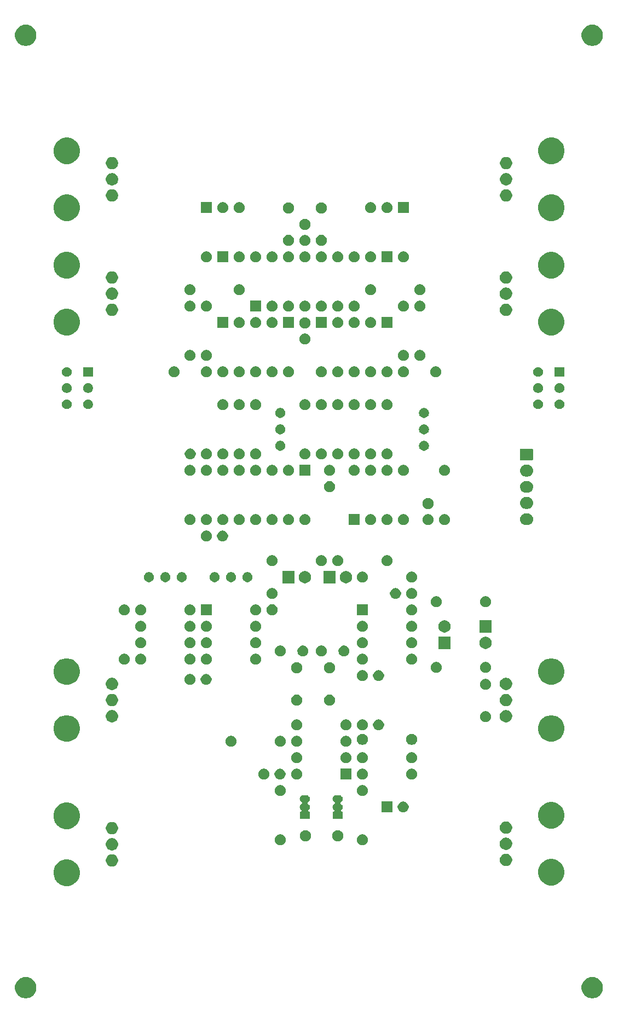
<source format=gbr>
G04 #@! TF.GenerationSoftware,KiCad,Pcbnew,(5.1.5)-3*
G04 #@! TF.CreationDate,2021-04-21T15:05:01+02:00*
G04 #@! TF.ProjectId,AnalogDrum_HiHat,416e616c-6f67-4447-9275-6d5f48694861,rev?*
G04 #@! TF.SameCoordinates,Original*
G04 #@! TF.FileFunction,Soldermask,Bot*
G04 #@! TF.FilePolarity,Negative*
%FSLAX46Y46*%
G04 Gerber Fmt 4.6, Leading zero omitted, Abs format (unit mm)*
G04 Created by KiCad (PCBNEW (5.1.5)-3) date 2021-04-21 15:05:01*
%MOMM*%
%LPD*%
G04 APERTURE LIST*
%ADD10C,0.100000*%
G04 APERTURE END LIST*
D10*
G36*
X143885256Y-174921298D02*
G01*
X143991579Y-174942447D01*
X144292042Y-175066903D01*
X144562451Y-175247585D01*
X144792415Y-175477549D01*
X144973097Y-175747958D01*
X145097553Y-176048421D01*
X145161000Y-176367391D01*
X145161000Y-176692609D01*
X145097553Y-177011579D01*
X144973097Y-177312042D01*
X144792415Y-177582451D01*
X144562451Y-177812415D01*
X144292042Y-177993097D01*
X143991579Y-178117553D01*
X143885256Y-178138702D01*
X143672611Y-178181000D01*
X143347389Y-178181000D01*
X143134744Y-178138702D01*
X143028421Y-178117553D01*
X142727958Y-177993097D01*
X142457549Y-177812415D01*
X142227585Y-177582451D01*
X142046903Y-177312042D01*
X141922447Y-177011579D01*
X141859000Y-176692609D01*
X141859000Y-176367391D01*
X141922447Y-176048421D01*
X142046903Y-175747958D01*
X142227585Y-175477549D01*
X142457549Y-175247585D01*
X142727958Y-175066903D01*
X143028421Y-174942447D01*
X143134744Y-174921298D01*
X143347389Y-174879000D01*
X143672611Y-174879000D01*
X143885256Y-174921298D01*
G37*
G36*
X56255256Y-174921298D02*
G01*
X56361579Y-174942447D01*
X56662042Y-175066903D01*
X56932451Y-175247585D01*
X57162415Y-175477549D01*
X57343097Y-175747958D01*
X57467553Y-176048421D01*
X57531000Y-176367391D01*
X57531000Y-176692609D01*
X57467553Y-177011579D01*
X57343097Y-177312042D01*
X57162415Y-177582451D01*
X56932451Y-177812415D01*
X56662042Y-177993097D01*
X56361579Y-178117553D01*
X56255256Y-178138702D01*
X56042611Y-178181000D01*
X55717389Y-178181000D01*
X55504744Y-178138702D01*
X55398421Y-178117553D01*
X55097958Y-177993097D01*
X54827549Y-177812415D01*
X54597585Y-177582451D01*
X54416903Y-177312042D01*
X54292447Y-177011579D01*
X54229000Y-176692609D01*
X54229000Y-176367391D01*
X54292447Y-176048421D01*
X54416903Y-175747958D01*
X54597585Y-175477549D01*
X54827549Y-175247585D01*
X55097958Y-175066903D01*
X55398421Y-174942447D01*
X55504744Y-174921298D01*
X55717389Y-174879000D01*
X56042611Y-174879000D01*
X56255256Y-174921298D01*
G37*
G36*
X62813254Y-156777818D02*
G01*
X63186511Y-156932426D01*
X63186513Y-156932427D01*
X63522436Y-157156884D01*
X63808116Y-157442564D01*
X64023196Y-157764453D01*
X64032574Y-157778489D01*
X64187182Y-158151746D01*
X64266000Y-158547993D01*
X64266000Y-158952007D01*
X64187182Y-159348254D01*
X64069853Y-159631511D01*
X64032573Y-159721513D01*
X63808116Y-160057436D01*
X63522436Y-160343116D01*
X63186513Y-160567573D01*
X63186512Y-160567574D01*
X63186511Y-160567574D01*
X62813254Y-160722182D01*
X62417007Y-160801000D01*
X62012993Y-160801000D01*
X61616746Y-160722182D01*
X61243489Y-160567574D01*
X61243488Y-160567574D01*
X61243487Y-160567573D01*
X60907564Y-160343116D01*
X60621884Y-160057436D01*
X60397427Y-159721513D01*
X60360147Y-159631511D01*
X60242818Y-159348254D01*
X60164000Y-158952007D01*
X60164000Y-158547993D01*
X60242818Y-158151746D01*
X60397426Y-157778489D01*
X60406805Y-157764453D01*
X60621884Y-157442564D01*
X60907564Y-157156884D01*
X61243487Y-156932427D01*
X61243489Y-156932426D01*
X61616746Y-156777818D01*
X62012993Y-156699000D01*
X62417007Y-156699000D01*
X62813254Y-156777818D01*
G37*
G36*
X137758254Y-156687818D02*
G01*
X138131511Y-156842426D01*
X138131513Y-156842427D01*
X138467436Y-157066884D01*
X138753116Y-157352564D01*
X138968196Y-157674453D01*
X138977574Y-157688489D01*
X139132182Y-158061746D01*
X139211000Y-158457993D01*
X139211000Y-158862007D01*
X139132182Y-159258254D01*
X139094902Y-159348255D01*
X138977573Y-159631513D01*
X138753116Y-159967436D01*
X138467436Y-160253116D01*
X138131513Y-160477573D01*
X138131512Y-160477574D01*
X138131511Y-160477574D01*
X137758254Y-160632182D01*
X137362007Y-160711000D01*
X136957993Y-160711000D01*
X136561746Y-160632182D01*
X136188489Y-160477574D01*
X136188488Y-160477574D01*
X136188487Y-160477573D01*
X135852564Y-160253116D01*
X135566884Y-159967436D01*
X135342427Y-159631513D01*
X135225098Y-159348255D01*
X135187818Y-159258254D01*
X135109000Y-158862007D01*
X135109000Y-158457993D01*
X135187818Y-158061746D01*
X135342426Y-157688489D01*
X135351805Y-157674453D01*
X135566884Y-157352564D01*
X135852564Y-157066884D01*
X136188487Y-156842427D01*
X136188489Y-156842426D01*
X136561746Y-156687818D01*
X136957993Y-156609000D01*
X137362007Y-156609000D01*
X137758254Y-156687818D01*
G37*
G36*
X69492395Y-155935546D02*
G01*
X69665466Y-156007234D01*
X69686532Y-156021310D01*
X69821227Y-156111310D01*
X69953690Y-156243773D01*
X69953691Y-156243775D01*
X70057766Y-156399534D01*
X70129454Y-156572605D01*
X70166000Y-156756333D01*
X70166000Y-156943667D01*
X70129454Y-157127395D01*
X70057766Y-157300466D01*
X70057765Y-157300467D01*
X69953690Y-157456227D01*
X69821227Y-157588690D01*
X69742818Y-157641081D01*
X69665466Y-157692766D01*
X69492395Y-157764454D01*
X69308667Y-157801000D01*
X69121333Y-157801000D01*
X68937605Y-157764454D01*
X68764534Y-157692766D01*
X68687182Y-157641081D01*
X68608773Y-157588690D01*
X68476310Y-157456227D01*
X68372235Y-157300467D01*
X68372234Y-157300466D01*
X68300546Y-157127395D01*
X68264000Y-156943667D01*
X68264000Y-156756333D01*
X68300546Y-156572605D01*
X68372234Y-156399534D01*
X68476309Y-156243775D01*
X68476310Y-156243773D01*
X68608773Y-156111310D01*
X68743468Y-156021310D01*
X68764534Y-156007234D01*
X68937605Y-155935546D01*
X69121333Y-155899000D01*
X69308667Y-155899000D01*
X69492395Y-155935546D01*
G37*
G36*
X130437395Y-155845546D02*
G01*
X130610466Y-155917234D01*
X130637873Y-155935547D01*
X130766227Y-156021310D01*
X130898690Y-156153773D01*
X130898691Y-156153775D01*
X131002766Y-156309534D01*
X131074454Y-156482605D01*
X131111000Y-156666333D01*
X131111000Y-156853667D01*
X131074454Y-157037395D01*
X131002766Y-157210466D01*
X131002765Y-157210467D01*
X130898690Y-157366227D01*
X130766227Y-157498690D01*
X130687818Y-157551081D01*
X130610466Y-157602766D01*
X130437395Y-157674454D01*
X130253667Y-157711000D01*
X130066333Y-157711000D01*
X129882605Y-157674454D01*
X129709534Y-157602766D01*
X129632182Y-157551081D01*
X129553773Y-157498690D01*
X129421310Y-157366227D01*
X129317235Y-157210467D01*
X129317234Y-157210466D01*
X129245546Y-157037395D01*
X129209000Y-156853667D01*
X129209000Y-156666333D01*
X129245546Y-156482605D01*
X129317234Y-156309534D01*
X129421309Y-156153775D01*
X129421310Y-156153773D01*
X129553773Y-156021310D01*
X129682127Y-155935547D01*
X129709534Y-155917234D01*
X129882605Y-155845546D01*
X130066333Y-155809000D01*
X130253667Y-155809000D01*
X130437395Y-155845546D01*
G37*
G36*
X69492395Y-153435546D02*
G01*
X69665466Y-153507234D01*
X69686532Y-153521310D01*
X69821227Y-153611310D01*
X69953690Y-153743773D01*
X69953691Y-153743775D01*
X70057766Y-153899534D01*
X70129454Y-154072605D01*
X70166000Y-154256333D01*
X70166000Y-154443667D01*
X70129454Y-154627395D01*
X70057766Y-154800466D01*
X70057765Y-154800467D01*
X69953690Y-154956227D01*
X69821227Y-155088690D01*
X69742818Y-155141081D01*
X69665466Y-155192766D01*
X69492395Y-155264454D01*
X69308667Y-155301000D01*
X69121333Y-155301000D01*
X68937605Y-155264454D01*
X68764534Y-155192766D01*
X68687182Y-155141081D01*
X68608773Y-155088690D01*
X68476310Y-154956227D01*
X68372235Y-154800467D01*
X68372234Y-154800466D01*
X68300546Y-154627395D01*
X68264000Y-154443667D01*
X68264000Y-154256333D01*
X68300546Y-154072605D01*
X68372234Y-153899534D01*
X68476309Y-153743775D01*
X68476310Y-153743773D01*
X68608773Y-153611310D01*
X68743468Y-153521310D01*
X68764534Y-153507234D01*
X68937605Y-153435546D01*
X69121333Y-153399000D01*
X69308667Y-153399000D01*
X69492395Y-153435546D01*
G37*
G36*
X130437395Y-153345546D02*
G01*
X130610466Y-153417234D01*
X130641694Y-153438100D01*
X130766227Y-153521310D01*
X130898690Y-153653773D01*
X130898691Y-153653775D01*
X131002766Y-153809534D01*
X131074454Y-153982605D01*
X131111000Y-154166333D01*
X131111000Y-154353667D01*
X131074454Y-154537395D01*
X131002766Y-154710466D01*
X131002765Y-154710467D01*
X130898690Y-154866227D01*
X130766227Y-154998690D01*
X130687818Y-155051081D01*
X130610466Y-155102766D01*
X130437395Y-155174454D01*
X130253667Y-155211000D01*
X130066333Y-155211000D01*
X129882605Y-155174454D01*
X129709534Y-155102766D01*
X129632182Y-155051081D01*
X129553773Y-154998690D01*
X129421310Y-154866227D01*
X129317235Y-154710467D01*
X129317234Y-154710466D01*
X129245546Y-154537395D01*
X129209000Y-154353667D01*
X129209000Y-154166333D01*
X129245546Y-153982605D01*
X129317234Y-153809534D01*
X129421309Y-153653775D01*
X129421310Y-153653773D01*
X129553773Y-153521310D01*
X129678306Y-153438100D01*
X129709534Y-153417234D01*
X129882605Y-153345546D01*
X130066333Y-153309000D01*
X130253667Y-153309000D01*
X130437395Y-153345546D01*
G37*
G36*
X108198228Y-152851703D02*
G01*
X108353100Y-152915853D01*
X108492481Y-153008985D01*
X108611015Y-153127519D01*
X108704147Y-153266900D01*
X108768297Y-153421772D01*
X108801000Y-153586184D01*
X108801000Y-153753816D01*
X108768297Y-153918228D01*
X108704147Y-154073100D01*
X108611015Y-154212481D01*
X108492481Y-154331015D01*
X108353100Y-154424147D01*
X108198228Y-154488297D01*
X108033816Y-154521000D01*
X107866184Y-154521000D01*
X107701772Y-154488297D01*
X107546900Y-154424147D01*
X107407519Y-154331015D01*
X107288985Y-154212481D01*
X107195853Y-154073100D01*
X107131703Y-153918228D01*
X107099000Y-153753816D01*
X107099000Y-153586184D01*
X107131703Y-153421772D01*
X107195853Y-153266900D01*
X107288985Y-153127519D01*
X107407519Y-153008985D01*
X107546900Y-152915853D01*
X107701772Y-152851703D01*
X107866184Y-152819000D01*
X108033816Y-152819000D01*
X108198228Y-152851703D01*
G37*
G36*
X95498228Y-152851703D02*
G01*
X95653100Y-152915853D01*
X95792481Y-153008985D01*
X95911015Y-153127519D01*
X96004147Y-153266900D01*
X96068297Y-153421772D01*
X96101000Y-153586184D01*
X96101000Y-153753816D01*
X96068297Y-153918228D01*
X96004147Y-154073100D01*
X95911015Y-154212481D01*
X95792481Y-154331015D01*
X95653100Y-154424147D01*
X95498228Y-154488297D01*
X95333816Y-154521000D01*
X95166184Y-154521000D01*
X95001772Y-154488297D01*
X94846900Y-154424147D01*
X94707519Y-154331015D01*
X94588985Y-154212481D01*
X94495853Y-154073100D01*
X94431703Y-153918228D01*
X94399000Y-153753816D01*
X94399000Y-153586184D01*
X94431703Y-153421772D01*
X94495853Y-153266900D01*
X94588985Y-153127519D01*
X94707519Y-153008985D01*
X94846900Y-152915853D01*
X95001772Y-152851703D01*
X95166184Y-152819000D01*
X95333816Y-152819000D01*
X95498228Y-152851703D01*
G37*
G36*
X99388228Y-152216703D02*
G01*
X99543100Y-152280853D01*
X99682481Y-152373985D01*
X99801015Y-152492519D01*
X99894147Y-152631900D01*
X99958297Y-152786772D01*
X99991000Y-152951184D01*
X99991000Y-153118816D01*
X99958297Y-153283228D01*
X99894147Y-153438100D01*
X99801015Y-153577481D01*
X99682481Y-153696015D01*
X99543100Y-153789147D01*
X99388228Y-153853297D01*
X99223816Y-153886000D01*
X99056184Y-153886000D01*
X98891772Y-153853297D01*
X98736900Y-153789147D01*
X98597519Y-153696015D01*
X98478985Y-153577481D01*
X98385853Y-153438100D01*
X98321703Y-153283228D01*
X98289000Y-153118816D01*
X98289000Y-152951184D01*
X98321703Y-152786772D01*
X98385853Y-152631900D01*
X98478985Y-152492519D01*
X98597519Y-152373985D01*
X98736900Y-152280853D01*
X98891772Y-152216703D01*
X99056184Y-152184000D01*
X99223816Y-152184000D01*
X99388228Y-152216703D01*
G37*
G36*
X104388228Y-152216703D02*
G01*
X104543100Y-152280853D01*
X104682481Y-152373985D01*
X104801015Y-152492519D01*
X104894147Y-152631900D01*
X104958297Y-152786772D01*
X104991000Y-152951184D01*
X104991000Y-153118816D01*
X104958297Y-153283228D01*
X104894147Y-153438100D01*
X104801015Y-153577481D01*
X104682481Y-153696015D01*
X104543100Y-153789147D01*
X104388228Y-153853297D01*
X104223816Y-153886000D01*
X104056184Y-153886000D01*
X103891772Y-153853297D01*
X103736900Y-153789147D01*
X103597519Y-153696015D01*
X103478985Y-153577481D01*
X103385853Y-153438100D01*
X103321703Y-153283228D01*
X103289000Y-153118816D01*
X103289000Y-152951184D01*
X103321703Y-152786772D01*
X103385853Y-152631900D01*
X103478985Y-152492519D01*
X103597519Y-152373985D01*
X103736900Y-152280853D01*
X103891772Y-152216703D01*
X104056184Y-152184000D01*
X104223816Y-152184000D01*
X104388228Y-152216703D01*
G37*
G36*
X69492395Y-150935546D02*
G01*
X69665466Y-151007234D01*
X69686532Y-151021310D01*
X69821227Y-151111310D01*
X69953690Y-151243773D01*
X69953691Y-151243775D01*
X70057766Y-151399534D01*
X70129454Y-151572605D01*
X70166000Y-151756333D01*
X70166000Y-151943667D01*
X70129454Y-152127395D01*
X70057766Y-152300466D01*
X70057765Y-152300467D01*
X69953690Y-152456227D01*
X69821227Y-152588690D01*
X69756558Y-152631900D01*
X69665466Y-152692766D01*
X69492395Y-152764454D01*
X69308667Y-152801000D01*
X69121333Y-152801000D01*
X68937605Y-152764454D01*
X68764534Y-152692766D01*
X68673442Y-152631900D01*
X68608773Y-152588690D01*
X68476310Y-152456227D01*
X68372235Y-152300467D01*
X68372234Y-152300466D01*
X68300546Y-152127395D01*
X68264000Y-151943667D01*
X68264000Y-151756333D01*
X68300546Y-151572605D01*
X68372234Y-151399534D01*
X68476309Y-151243775D01*
X68476310Y-151243773D01*
X68608773Y-151111310D01*
X68743468Y-151021310D01*
X68764534Y-151007234D01*
X68937605Y-150935546D01*
X69121333Y-150899000D01*
X69308667Y-150899000D01*
X69492395Y-150935546D01*
G37*
G36*
X130437395Y-150845546D02*
G01*
X130610466Y-150917234D01*
X130637873Y-150935547D01*
X130766227Y-151021310D01*
X130898690Y-151153773D01*
X130898691Y-151153775D01*
X131002766Y-151309534D01*
X131074454Y-151482605D01*
X131111000Y-151666333D01*
X131111000Y-151853667D01*
X131074454Y-152037395D01*
X131002766Y-152210466D01*
X130955735Y-152280853D01*
X130898690Y-152366227D01*
X130766227Y-152498690D01*
X130687818Y-152551081D01*
X130610466Y-152602766D01*
X130437395Y-152674454D01*
X130253667Y-152711000D01*
X130066333Y-152711000D01*
X129882605Y-152674454D01*
X129709534Y-152602766D01*
X129632182Y-152551081D01*
X129553773Y-152498690D01*
X129421310Y-152366227D01*
X129364265Y-152280853D01*
X129317234Y-152210466D01*
X129245546Y-152037395D01*
X129209000Y-151853667D01*
X129209000Y-151666333D01*
X129245546Y-151482605D01*
X129317234Y-151309534D01*
X129421309Y-151153775D01*
X129421310Y-151153773D01*
X129553773Y-151021310D01*
X129682127Y-150935547D01*
X129709534Y-150917234D01*
X129882605Y-150845546D01*
X130066333Y-150809000D01*
X130253667Y-150809000D01*
X130437395Y-150845546D01*
G37*
G36*
X62813254Y-147977818D02*
G01*
X63186511Y-148132426D01*
X63186513Y-148132427D01*
X63522436Y-148356884D01*
X63808116Y-148642564D01*
X63987852Y-148911557D01*
X64032574Y-148978489D01*
X64187182Y-149351746D01*
X64266000Y-149747993D01*
X64266000Y-150152007D01*
X64187182Y-150548254D01*
X64034345Y-150917235D01*
X64032573Y-150921513D01*
X63808116Y-151257436D01*
X63522436Y-151543116D01*
X63186513Y-151767573D01*
X63186512Y-151767574D01*
X63186511Y-151767574D01*
X62813254Y-151922182D01*
X62417007Y-152001000D01*
X62012993Y-152001000D01*
X61616746Y-151922182D01*
X61243489Y-151767574D01*
X61243488Y-151767574D01*
X61243487Y-151767573D01*
X60907564Y-151543116D01*
X60621884Y-151257436D01*
X60397427Y-150921513D01*
X60395655Y-150917235D01*
X60242818Y-150548254D01*
X60164000Y-150152007D01*
X60164000Y-149747993D01*
X60242818Y-149351746D01*
X60397426Y-148978489D01*
X60442149Y-148911557D01*
X60621884Y-148642564D01*
X60907564Y-148356884D01*
X61243487Y-148132427D01*
X61243489Y-148132426D01*
X61616746Y-147977818D01*
X62012993Y-147899000D01*
X62417007Y-147899000D01*
X62813254Y-147977818D01*
G37*
G36*
X137758254Y-147887818D02*
G01*
X138131511Y-148042426D01*
X138131513Y-148042427D01*
X138467436Y-148266884D01*
X138753116Y-148552564D01*
X138943992Y-148838229D01*
X138977574Y-148888489D01*
X139132182Y-149261746D01*
X139211000Y-149657993D01*
X139211000Y-150062007D01*
X139132182Y-150458254D01*
X139094902Y-150548255D01*
X138977573Y-150831513D01*
X138753116Y-151167436D01*
X138467436Y-151453116D01*
X138131513Y-151677573D01*
X138131512Y-151677574D01*
X138131511Y-151677574D01*
X137758254Y-151832182D01*
X137362007Y-151911000D01*
X136957993Y-151911000D01*
X136561746Y-151832182D01*
X136188489Y-151677574D01*
X136188488Y-151677574D01*
X136188487Y-151677573D01*
X135852564Y-151453116D01*
X135566884Y-151167436D01*
X135342427Y-150831513D01*
X135225098Y-150548255D01*
X135187818Y-150458254D01*
X135109000Y-150062007D01*
X135109000Y-149657993D01*
X135187818Y-149261746D01*
X135342426Y-148888489D01*
X135376009Y-148838229D01*
X135566884Y-148552564D01*
X135852564Y-148266884D01*
X136188487Y-148042427D01*
X136188489Y-148042426D01*
X136561746Y-147887818D01*
X136957993Y-147809000D01*
X137362007Y-147809000D01*
X137758254Y-147887818D01*
G37*
G36*
X99397916Y-146752334D02*
G01*
X99506492Y-146785271D01*
X99506495Y-146785272D01*
X99541807Y-146804147D01*
X99606557Y-146838756D01*
X99694264Y-146910736D01*
X99766244Y-146998443D01*
X99800429Y-147062399D01*
X99819728Y-147098505D01*
X99819729Y-147098508D01*
X99852666Y-147207084D01*
X99863787Y-147320000D01*
X99852666Y-147432916D01*
X99819729Y-147541492D01*
X99819728Y-147541495D01*
X99800429Y-147577601D01*
X99766244Y-147641557D01*
X99694264Y-147729264D01*
X99606557Y-147801244D01*
X99541807Y-147835853D01*
X99525141Y-147844761D01*
X99504766Y-147858375D01*
X99487439Y-147875702D01*
X99473826Y-147896076D01*
X99464448Y-147918715D01*
X99459668Y-147942748D01*
X99459668Y-147967252D01*
X99464448Y-147991285D01*
X99473826Y-148013924D01*
X99487440Y-148034299D01*
X99504767Y-148051626D01*
X99525141Y-148065239D01*
X99606557Y-148108756D01*
X99694264Y-148180736D01*
X99766244Y-148268443D01*
X99800429Y-148332399D01*
X99819728Y-148368505D01*
X99819729Y-148368508D01*
X99852666Y-148477084D01*
X99863787Y-148590000D01*
X99852666Y-148702916D01*
X99819729Y-148811492D01*
X99819728Y-148811495D01*
X99805439Y-148838228D01*
X99766244Y-148911557D01*
X99694264Y-148999264D01*
X99617354Y-149062383D01*
X99600035Y-149079702D01*
X99586421Y-149100077D01*
X99577043Y-149122716D01*
X99572263Y-149146749D01*
X99572263Y-149171253D01*
X99577043Y-149195286D01*
X99586421Y-149217925D01*
X99600034Y-149238299D01*
X99617361Y-149255626D01*
X99637736Y-149269240D01*
X99660375Y-149278618D01*
X99684408Y-149283398D01*
X99696660Y-149284000D01*
X99861000Y-149284000D01*
X99861000Y-150436000D01*
X98259000Y-150436000D01*
X98259000Y-149284000D01*
X98423340Y-149284000D01*
X98447726Y-149281598D01*
X98471175Y-149274485D01*
X98492786Y-149262934D01*
X98511728Y-149247389D01*
X98527273Y-149228447D01*
X98538824Y-149206836D01*
X98545937Y-149183387D01*
X98548339Y-149159001D01*
X98545937Y-149134615D01*
X98538824Y-149111166D01*
X98527273Y-149089555D01*
X98511728Y-149070613D01*
X98502655Y-149062391D01*
X98425736Y-148999264D01*
X98353756Y-148911557D01*
X98314561Y-148838228D01*
X98300272Y-148811495D01*
X98300271Y-148811492D01*
X98267334Y-148702916D01*
X98256213Y-148590000D01*
X98267334Y-148477084D01*
X98300271Y-148368508D01*
X98300272Y-148368505D01*
X98319571Y-148332399D01*
X98353756Y-148268443D01*
X98425736Y-148180736D01*
X98513443Y-148108756D01*
X98594859Y-148065239D01*
X98615234Y-148051625D01*
X98632561Y-148034298D01*
X98646174Y-148013924D01*
X98655552Y-147991285D01*
X98660332Y-147967252D01*
X98660332Y-147942748D01*
X98655552Y-147918715D01*
X98646174Y-147896076D01*
X98632560Y-147875701D01*
X98615233Y-147858374D01*
X98594859Y-147844761D01*
X98578193Y-147835853D01*
X98513443Y-147801244D01*
X98425736Y-147729264D01*
X98353756Y-147641557D01*
X98319571Y-147577601D01*
X98300272Y-147541495D01*
X98300271Y-147541492D01*
X98267334Y-147432916D01*
X98256213Y-147320000D01*
X98267334Y-147207084D01*
X98300271Y-147098508D01*
X98300272Y-147098505D01*
X98319571Y-147062399D01*
X98353756Y-146998443D01*
X98425736Y-146910736D01*
X98513443Y-146838756D01*
X98578193Y-146804147D01*
X98613505Y-146785272D01*
X98613508Y-146785271D01*
X98722084Y-146752334D01*
X98806702Y-146744000D01*
X99313298Y-146744000D01*
X99397916Y-146752334D01*
G37*
G36*
X104477916Y-146752334D02*
G01*
X104586492Y-146785271D01*
X104586495Y-146785272D01*
X104621807Y-146804147D01*
X104686557Y-146838756D01*
X104774264Y-146910736D01*
X104846244Y-146998443D01*
X104880429Y-147062399D01*
X104899728Y-147098505D01*
X104899729Y-147098508D01*
X104932666Y-147207084D01*
X104943787Y-147320000D01*
X104932666Y-147432916D01*
X104899729Y-147541492D01*
X104899728Y-147541495D01*
X104880429Y-147577601D01*
X104846244Y-147641557D01*
X104774264Y-147729264D01*
X104686557Y-147801244D01*
X104621807Y-147835853D01*
X104605141Y-147844761D01*
X104584766Y-147858375D01*
X104567439Y-147875702D01*
X104553826Y-147896076D01*
X104544448Y-147918715D01*
X104539668Y-147942748D01*
X104539668Y-147967252D01*
X104544448Y-147991285D01*
X104553826Y-148013924D01*
X104567440Y-148034299D01*
X104584767Y-148051626D01*
X104605141Y-148065239D01*
X104686557Y-148108756D01*
X104774264Y-148180736D01*
X104846244Y-148268443D01*
X104880429Y-148332399D01*
X104899728Y-148368505D01*
X104899729Y-148368508D01*
X104932666Y-148477084D01*
X104943787Y-148590000D01*
X104932666Y-148702916D01*
X104899729Y-148811492D01*
X104899728Y-148811495D01*
X104885439Y-148838228D01*
X104846244Y-148911557D01*
X104774264Y-148999264D01*
X104697354Y-149062383D01*
X104680035Y-149079702D01*
X104666421Y-149100077D01*
X104657043Y-149122716D01*
X104652263Y-149146749D01*
X104652263Y-149171253D01*
X104657043Y-149195286D01*
X104666421Y-149217925D01*
X104680034Y-149238299D01*
X104697361Y-149255626D01*
X104717736Y-149269240D01*
X104740375Y-149278618D01*
X104764408Y-149283398D01*
X104776660Y-149284000D01*
X104941000Y-149284000D01*
X104941000Y-150436000D01*
X103339000Y-150436000D01*
X103339000Y-149284000D01*
X103503340Y-149284000D01*
X103527726Y-149281598D01*
X103551175Y-149274485D01*
X103572786Y-149262934D01*
X103591728Y-149247389D01*
X103607273Y-149228447D01*
X103618824Y-149206836D01*
X103625937Y-149183387D01*
X103628339Y-149159001D01*
X103625937Y-149134615D01*
X103618824Y-149111166D01*
X103607273Y-149089555D01*
X103591728Y-149070613D01*
X103582655Y-149062391D01*
X103505736Y-148999264D01*
X103433756Y-148911557D01*
X103394561Y-148838228D01*
X103380272Y-148811495D01*
X103380271Y-148811492D01*
X103347334Y-148702916D01*
X103336213Y-148590000D01*
X103347334Y-148477084D01*
X103380271Y-148368508D01*
X103380272Y-148368505D01*
X103399571Y-148332399D01*
X103433756Y-148268443D01*
X103505736Y-148180736D01*
X103593443Y-148108756D01*
X103674859Y-148065239D01*
X103695234Y-148051625D01*
X103712561Y-148034298D01*
X103726174Y-148013924D01*
X103735552Y-147991285D01*
X103740332Y-147967252D01*
X103740332Y-147942748D01*
X103735552Y-147918715D01*
X103726174Y-147896076D01*
X103712560Y-147875701D01*
X103695233Y-147858374D01*
X103674859Y-147844761D01*
X103658193Y-147835853D01*
X103593443Y-147801244D01*
X103505736Y-147729264D01*
X103433756Y-147641557D01*
X103399571Y-147577601D01*
X103380272Y-147541495D01*
X103380271Y-147541492D01*
X103347334Y-147432916D01*
X103336213Y-147320000D01*
X103347334Y-147207084D01*
X103380271Y-147098508D01*
X103380272Y-147098505D01*
X103399571Y-147062399D01*
X103433756Y-146998443D01*
X103505736Y-146910736D01*
X103593443Y-146838756D01*
X103658193Y-146804147D01*
X103693505Y-146785272D01*
X103693508Y-146785271D01*
X103802084Y-146752334D01*
X103886702Y-146744000D01*
X104393298Y-146744000D01*
X104477916Y-146752334D01*
G37*
G36*
X114508228Y-147771703D02*
G01*
X114663100Y-147835853D01*
X114802481Y-147928985D01*
X114921015Y-148047519D01*
X115014147Y-148186900D01*
X115078297Y-148341772D01*
X115111000Y-148506184D01*
X115111000Y-148673816D01*
X115078297Y-148838228D01*
X115014147Y-148993100D01*
X114921015Y-149132481D01*
X114802481Y-149251015D01*
X114663100Y-149344147D01*
X114508228Y-149408297D01*
X114343816Y-149441000D01*
X114176184Y-149441000D01*
X114011772Y-149408297D01*
X113856900Y-149344147D01*
X113717519Y-149251015D01*
X113598985Y-149132481D01*
X113505853Y-148993100D01*
X113441703Y-148838228D01*
X113409000Y-148673816D01*
X113409000Y-148506184D01*
X113441703Y-148341772D01*
X113505853Y-148186900D01*
X113598985Y-148047519D01*
X113717519Y-147928985D01*
X113856900Y-147835853D01*
X114011772Y-147771703D01*
X114176184Y-147739000D01*
X114343816Y-147739000D01*
X114508228Y-147771703D01*
G37*
G36*
X112611000Y-149441000D02*
G01*
X110909000Y-149441000D01*
X110909000Y-147739000D01*
X112611000Y-147739000D01*
X112611000Y-149441000D01*
G37*
G36*
X108198228Y-145231703D02*
G01*
X108353100Y-145295853D01*
X108492481Y-145388985D01*
X108611015Y-145507519D01*
X108704147Y-145646900D01*
X108768297Y-145801772D01*
X108801000Y-145966184D01*
X108801000Y-146133816D01*
X108768297Y-146298228D01*
X108704147Y-146453100D01*
X108611015Y-146592481D01*
X108492481Y-146711015D01*
X108353100Y-146804147D01*
X108198228Y-146868297D01*
X108033816Y-146901000D01*
X107866184Y-146901000D01*
X107701772Y-146868297D01*
X107546900Y-146804147D01*
X107407519Y-146711015D01*
X107288985Y-146592481D01*
X107195853Y-146453100D01*
X107131703Y-146298228D01*
X107099000Y-146133816D01*
X107099000Y-145966184D01*
X107131703Y-145801772D01*
X107195853Y-145646900D01*
X107288985Y-145507519D01*
X107407519Y-145388985D01*
X107546900Y-145295853D01*
X107701772Y-145231703D01*
X107866184Y-145199000D01*
X108033816Y-145199000D01*
X108198228Y-145231703D01*
G37*
G36*
X95498228Y-145231703D02*
G01*
X95653100Y-145295853D01*
X95792481Y-145388985D01*
X95911015Y-145507519D01*
X96004147Y-145646900D01*
X96068297Y-145801772D01*
X96101000Y-145966184D01*
X96101000Y-146133816D01*
X96068297Y-146298228D01*
X96004147Y-146453100D01*
X95911015Y-146592481D01*
X95792481Y-146711015D01*
X95653100Y-146804147D01*
X95498228Y-146868297D01*
X95333816Y-146901000D01*
X95166184Y-146901000D01*
X95001772Y-146868297D01*
X94846900Y-146804147D01*
X94707519Y-146711015D01*
X94588985Y-146592481D01*
X94495853Y-146453100D01*
X94431703Y-146298228D01*
X94399000Y-146133816D01*
X94399000Y-145966184D01*
X94431703Y-145801772D01*
X94495853Y-145646900D01*
X94588985Y-145507519D01*
X94707519Y-145388985D01*
X94846900Y-145295853D01*
X95001772Y-145231703D01*
X95166184Y-145199000D01*
X95333816Y-145199000D01*
X95498228Y-145231703D01*
G37*
G36*
X95458228Y-142691703D02*
G01*
X95613100Y-142755853D01*
X95752481Y-142848985D01*
X95871015Y-142967519D01*
X95964147Y-143106900D01*
X96028297Y-143261772D01*
X96061000Y-143426184D01*
X96061000Y-143593816D01*
X96028297Y-143758228D01*
X95964147Y-143913100D01*
X95871015Y-144052481D01*
X95752481Y-144171015D01*
X95613100Y-144264147D01*
X95458228Y-144328297D01*
X95293816Y-144361000D01*
X95126184Y-144361000D01*
X94961772Y-144328297D01*
X94806900Y-144264147D01*
X94667519Y-144171015D01*
X94548985Y-144052481D01*
X94455853Y-143913100D01*
X94391703Y-143758228D01*
X94359000Y-143593816D01*
X94359000Y-143426184D01*
X94391703Y-143261772D01*
X94455853Y-143106900D01*
X94548985Y-142967519D01*
X94667519Y-142848985D01*
X94806900Y-142755853D01*
X94961772Y-142691703D01*
X95126184Y-142659000D01*
X95293816Y-142659000D01*
X95458228Y-142691703D01*
G37*
G36*
X106261000Y-144361000D02*
G01*
X104559000Y-144361000D01*
X104559000Y-142659000D01*
X106261000Y-142659000D01*
X106261000Y-144361000D01*
G37*
G36*
X98038228Y-142691703D02*
G01*
X98193100Y-142755853D01*
X98332481Y-142848985D01*
X98451015Y-142967519D01*
X98544147Y-143106900D01*
X98608297Y-143261772D01*
X98641000Y-143426184D01*
X98641000Y-143593816D01*
X98608297Y-143758228D01*
X98544147Y-143913100D01*
X98451015Y-144052481D01*
X98332481Y-144171015D01*
X98193100Y-144264147D01*
X98038228Y-144328297D01*
X97873816Y-144361000D01*
X97706184Y-144361000D01*
X97541772Y-144328297D01*
X97386900Y-144264147D01*
X97247519Y-144171015D01*
X97128985Y-144052481D01*
X97035853Y-143913100D01*
X96971703Y-143758228D01*
X96939000Y-143593816D01*
X96939000Y-143426184D01*
X96971703Y-143261772D01*
X97035853Y-143106900D01*
X97128985Y-142967519D01*
X97247519Y-142848985D01*
X97386900Y-142755853D01*
X97541772Y-142691703D01*
X97706184Y-142659000D01*
X97873816Y-142659000D01*
X98038228Y-142691703D01*
G37*
G36*
X115818228Y-142691703D02*
G01*
X115973100Y-142755853D01*
X116112481Y-142848985D01*
X116231015Y-142967519D01*
X116324147Y-143106900D01*
X116388297Y-143261772D01*
X116421000Y-143426184D01*
X116421000Y-143593816D01*
X116388297Y-143758228D01*
X116324147Y-143913100D01*
X116231015Y-144052481D01*
X116112481Y-144171015D01*
X115973100Y-144264147D01*
X115818228Y-144328297D01*
X115653816Y-144361000D01*
X115486184Y-144361000D01*
X115321772Y-144328297D01*
X115166900Y-144264147D01*
X115027519Y-144171015D01*
X114908985Y-144052481D01*
X114815853Y-143913100D01*
X114751703Y-143758228D01*
X114719000Y-143593816D01*
X114719000Y-143426184D01*
X114751703Y-143261772D01*
X114815853Y-143106900D01*
X114908985Y-142967519D01*
X115027519Y-142848985D01*
X115166900Y-142755853D01*
X115321772Y-142691703D01*
X115486184Y-142659000D01*
X115653816Y-142659000D01*
X115818228Y-142691703D01*
G37*
G36*
X108198228Y-142691703D02*
G01*
X108353100Y-142755853D01*
X108492481Y-142848985D01*
X108611015Y-142967519D01*
X108704147Y-143106900D01*
X108768297Y-143261772D01*
X108801000Y-143426184D01*
X108801000Y-143593816D01*
X108768297Y-143758228D01*
X108704147Y-143913100D01*
X108611015Y-144052481D01*
X108492481Y-144171015D01*
X108353100Y-144264147D01*
X108198228Y-144328297D01*
X108033816Y-144361000D01*
X107866184Y-144361000D01*
X107701772Y-144328297D01*
X107546900Y-144264147D01*
X107407519Y-144171015D01*
X107288985Y-144052481D01*
X107195853Y-143913100D01*
X107131703Y-143758228D01*
X107099000Y-143593816D01*
X107099000Y-143426184D01*
X107131703Y-143261772D01*
X107195853Y-143106900D01*
X107288985Y-142967519D01*
X107407519Y-142848985D01*
X107546900Y-142755853D01*
X107701772Y-142691703D01*
X107866184Y-142659000D01*
X108033816Y-142659000D01*
X108198228Y-142691703D01*
G37*
G36*
X92958228Y-142691703D02*
G01*
X93113100Y-142755853D01*
X93252481Y-142848985D01*
X93371015Y-142967519D01*
X93464147Y-143106900D01*
X93528297Y-143261772D01*
X93561000Y-143426184D01*
X93561000Y-143593816D01*
X93528297Y-143758228D01*
X93464147Y-143913100D01*
X93371015Y-144052481D01*
X93252481Y-144171015D01*
X93113100Y-144264147D01*
X92958228Y-144328297D01*
X92793816Y-144361000D01*
X92626184Y-144361000D01*
X92461772Y-144328297D01*
X92306900Y-144264147D01*
X92167519Y-144171015D01*
X92048985Y-144052481D01*
X91955853Y-143913100D01*
X91891703Y-143758228D01*
X91859000Y-143593816D01*
X91859000Y-143426184D01*
X91891703Y-143261772D01*
X91955853Y-143106900D01*
X92048985Y-142967519D01*
X92167519Y-142848985D01*
X92306900Y-142755853D01*
X92461772Y-142691703D01*
X92626184Y-142659000D01*
X92793816Y-142659000D01*
X92958228Y-142691703D01*
G37*
G36*
X98038228Y-140151703D02*
G01*
X98193100Y-140215853D01*
X98332481Y-140308985D01*
X98451015Y-140427519D01*
X98544147Y-140566900D01*
X98608297Y-140721772D01*
X98641000Y-140886184D01*
X98641000Y-141053816D01*
X98608297Y-141218228D01*
X98544147Y-141373100D01*
X98451015Y-141512481D01*
X98332481Y-141631015D01*
X98193100Y-141724147D01*
X98038228Y-141788297D01*
X97873816Y-141821000D01*
X97706184Y-141821000D01*
X97541772Y-141788297D01*
X97386900Y-141724147D01*
X97247519Y-141631015D01*
X97128985Y-141512481D01*
X97035853Y-141373100D01*
X96971703Y-141218228D01*
X96939000Y-141053816D01*
X96939000Y-140886184D01*
X96971703Y-140721772D01*
X97035853Y-140566900D01*
X97128985Y-140427519D01*
X97247519Y-140308985D01*
X97386900Y-140215853D01*
X97541772Y-140151703D01*
X97706184Y-140119000D01*
X97873816Y-140119000D01*
X98038228Y-140151703D01*
G37*
G36*
X108198228Y-140151703D02*
G01*
X108353100Y-140215853D01*
X108492481Y-140308985D01*
X108611015Y-140427519D01*
X108704147Y-140566900D01*
X108768297Y-140721772D01*
X108801000Y-140886184D01*
X108801000Y-141053816D01*
X108768297Y-141218228D01*
X108704147Y-141373100D01*
X108611015Y-141512481D01*
X108492481Y-141631015D01*
X108353100Y-141724147D01*
X108198228Y-141788297D01*
X108033816Y-141821000D01*
X107866184Y-141821000D01*
X107701772Y-141788297D01*
X107546900Y-141724147D01*
X107407519Y-141631015D01*
X107288985Y-141512481D01*
X107195853Y-141373100D01*
X107131703Y-141218228D01*
X107099000Y-141053816D01*
X107099000Y-140886184D01*
X107131703Y-140721772D01*
X107195853Y-140566900D01*
X107288985Y-140427519D01*
X107407519Y-140308985D01*
X107546900Y-140215853D01*
X107701772Y-140151703D01*
X107866184Y-140119000D01*
X108033816Y-140119000D01*
X108198228Y-140151703D01*
G37*
G36*
X105658228Y-140151703D02*
G01*
X105813100Y-140215853D01*
X105952481Y-140308985D01*
X106071015Y-140427519D01*
X106164147Y-140566900D01*
X106228297Y-140721772D01*
X106261000Y-140886184D01*
X106261000Y-141053816D01*
X106228297Y-141218228D01*
X106164147Y-141373100D01*
X106071015Y-141512481D01*
X105952481Y-141631015D01*
X105813100Y-141724147D01*
X105658228Y-141788297D01*
X105493816Y-141821000D01*
X105326184Y-141821000D01*
X105161772Y-141788297D01*
X105006900Y-141724147D01*
X104867519Y-141631015D01*
X104748985Y-141512481D01*
X104655853Y-141373100D01*
X104591703Y-141218228D01*
X104559000Y-141053816D01*
X104559000Y-140886184D01*
X104591703Y-140721772D01*
X104655853Y-140566900D01*
X104748985Y-140427519D01*
X104867519Y-140308985D01*
X105006900Y-140215853D01*
X105161772Y-140151703D01*
X105326184Y-140119000D01*
X105493816Y-140119000D01*
X105658228Y-140151703D01*
G37*
G36*
X115818228Y-140151703D02*
G01*
X115973100Y-140215853D01*
X116112481Y-140308985D01*
X116231015Y-140427519D01*
X116324147Y-140566900D01*
X116388297Y-140721772D01*
X116421000Y-140886184D01*
X116421000Y-141053816D01*
X116388297Y-141218228D01*
X116324147Y-141373100D01*
X116231015Y-141512481D01*
X116112481Y-141631015D01*
X115973100Y-141724147D01*
X115818228Y-141788297D01*
X115653816Y-141821000D01*
X115486184Y-141821000D01*
X115321772Y-141788297D01*
X115166900Y-141724147D01*
X115027519Y-141631015D01*
X114908985Y-141512481D01*
X114815853Y-141373100D01*
X114751703Y-141218228D01*
X114719000Y-141053816D01*
X114719000Y-140886184D01*
X114751703Y-140721772D01*
X114815853Y-140566900D01*
X114908985Y-140427519D01*
X115027519Y-140308985D01*
X115166900Y-140215853D01*
X115321772Y-140151703D01*
X115486184Y-140119000D01*
X115653816Y-140119000D01*
X115818228Y-140151703D01*
G37*
G36*
X105658228Y-137611703D02*
G01*
X105813100Y-137675853D01*
X105952481Y-137768985D01*
X106071015Y-137887519D01*
X106164147Y-138026900D01*
X106228297Y-138181772D01*
X106261000Y-138346184D01*
X106261000Y-138513816D01*
X106228297Y-138678228D01*
X106164147Y-138833100D01*
X106071015Y-138972481D01*
X105952481Y-139091015D01*
X105813100Y-139184147D01*
X105658228Y-139248297D01*
X105493816Y-139281000D01*
X105326184Y-139281000D01*
X105161772Y-139248297D01*
X105006900Y-139184147D01*
X104867519Y-139091015D01*
X104748985Y-138972481D01*
X104655853Y-138833100D01*
X104591703Y-138678228D01*
X104559000Y-138513816D01*
X104559000Y-138346184D01*
X104591703Y-138181772D01*
X104655853Y-138026900D01*
X104748985Y-137887519D01*
X104867519Y-137768985D01*
X105006900Y-137675853D01*
X105161772Y-137611703D01*
X105326184Y-137579000D01*
X105493816Y-137579000D01*
X105658228Y-137611703D01*
G37*
G36*
X98038228Y-137611703D02*
G01*
X98193100Y-137675853D01*
X98332481Y-137768985D01*
X98451015Y-137887519D01*
X98544147Y-138026900D01*
X98608297Y-138181772D01*
X98641000Y-138346184D01*
X98641000Y-138513816D01*
X98608297Y-138678228D01*
X98544147Y-138833100D01*
X98451015Y-138972481D01*
X98332481Y-139091015D01*
X98193100Y-139184147D01*
X98038228Y-139248297D01*
X97873816Y-139281000D01*
X97706184Y-139281000D01*
X97541772Y-139248297D01*
X97386900Y-139184147D01*
X97247519Y-139091015D01*
X97128985Y-138972481D01*
X97035853Y-138833100D01*
X96971703Y-138678228D01*
X96939000Y-138513816D01*
X96939000Y-138346184D01*
X96971703Y-138181772D01*
X97035853Y-138026900D01*
X97128985Y-137887519D01*
X97247519Y-137768985D01*
X97386900Y-137675853D01*
X97541772Y-137611703D01*
X97706184Y-137579000D01*
X97873816Y-137579000D01*
X98038228Y-137611703D01*
G37*
G36*
X95498228Y-137611703D02*
G01*
X95653100Y-137675853D01*
X95792481Y-137768985D01*
X95911015Y-137887519D01*
X96004147Y-138026900D01*
X96068297Y-138181772D01*
X96101000Y-138346184D01*
X96101000Y-138513816D01*
X96068297Y-138678228D01*
X96004147Y-138833100D01*
X95911015Y-138972481D01*
X95792481Y-139091015D01*
X95653100Y-139184147D01*
X95498228Y-139248297D01*
X95333816Y-139281000D01*
X95166184Y-139281000D01*
X95001772Y-139248297D01*
X94846900Y-139184147D01*
X94707519Y-139091015D01*
X94588985Y-138972481D01*
X94495853Y-138833100D01*
X94431703Y-138678228D01*
X94399000Y-138513816D01*
X94399000Y-138346184D01*
X94431703Y-138181772D01*
X94495853Y-138026900D01*
X94588985Y-137887519D01*
X94707519Y-137768985D01*
X94846900Y-137675853D01*
X95001772Y-137611703D01*
X95166184Y-137579000D01*
X95333816Y-137579000D01*
X95498228Y-137611703D01*
G37*
G36*
X87878228Y-137611703D02*
G01*
X88033100Y-137675853D01*
X88172481Y-137768985D01*
X88291015Y-137887519D01*
X88384147Y-138026900D01*
X88448297Y-138181772D01*
X88481000Y-138346184D01*
X88481000Y-138513816D01*
X88448297Y-138678228D01*
X88384147Y-138833100D01*
X88291015Y-138972481D01*
X88172481Y-139091015D01*
X88033100Y-139184147D01*
X87878228Y-139248297D01*
X87713816Y-139281000D01*
X87546184Y-139281000D01*
X87381772Y-139248297D01*
X87226900Y-139184147D01*
X87087519Y-139091015D01*
X86968985Y-138972481D01*
X86875853Y-138833100D01*
X86811703Y-138678228D01*
X86779000Y-138513816D01*
X86779000Y-138346184D01*
X86811703Y-138181772D01*
X86875853Y-138026900D01*
X86968985Y-137887519D01*
X87087519Y-137768985D01*
X87226900Y-137675853D01*
X87381772Y-137611703D01*
X87546184Y-137579000D01*
X87713816Y-137579000D01*
X87878228Y-137611703D01*
G37*
G36*
X108198228Y-137301703D02*
G01*
X108353100Y-137365853D01*
X108492481Y-137458985D01*
X108611015Y-137577519D01*
X108704147Y-137716900D01*
X108768297Y-137871772D01*
X108801000Y-138036184D01*
X108801000Y-138203816D01*
X108768297Y-138368228D01*
X108704147Y-138523100D01*
X108611015Y-138662481D01*
X108492481Y-138781015D01*
X108353100Y-138874147D01*
X108198228Y-138938297D01*
X108033816Y-138971000D01*
X107866184Y-138971000D01*
X107701772Y-138938297D01*
X107546900Y-138874147D01*
X107407519Y-138781015D01*
X107288985Y-138662481D01*
X107195853Y-138523100D01*
X107131703Y-138368228D01*
X107099000Y-138203816D01*
X107099000Y-138036184D01*
X107131703Y-137871772D01*
X107195853Y-137716900D01*
X107288985Y-137577519D01*
X107407519Y-137458985D01*
X107546900Y-137365853D01*
X107701772Y-137301703D01*
X107866184Y-137269000D01*
X108033816Y-137269000D01*
X108198228Y-137301703D01*
G37*
G36*
X115818228Y-137301703D02*
G01*
X115973100Y-137365853D01*
X116112481Y-137458985D01*
X116231015Y-137577519D01*
X116324147Y-137716900D01*
X116388297Y-137871772D01*
X116421000Y-138036184D01*
X116421000Y-138203816D01*
X116388297Y-138368228D01*
X116324147Y-138523100D01*
X116231015Y-138662481D01*
X116112481Y-138781015D01*
X115973100Y-138874147D01*
X115818228Y-138938297D01*
X115653816Y-138971000D01*
X115486184Y-138971000D01*
X115321772Y-138938297D01*
X115166900Y-138874147D01*
X115027519Y-138781015D01*
X114908985Y-138662481D01*
X114815853Y-138523100D01*
X114751703Y-138368228D01*
X114719000Y-138203816D01*
X114719000Y-138036184D01*
X114751703Y-137871772D01*
X114815853Y-137716900D01*
X114908985Y-137577519D01*
X115027519Y-137458985D01*
X115166900Y-137365853D01*
X115321772Y-137301703D01*
X115486184Y-137269000D01*
X115653816Y-137269000D01*
X115818228Y-137301703D01*
G37*
G36*
X62813254Y-134467818D02*
G01*
X63174442Y-134617427D01*
X63186513Y-134622427D01*
X63522436Y-134846884D01*
X63808116Y-135132564D01*
X64023196Y-135454453D01*
X64032574Y-135468489D01*
X64187182Y-135841746D01*
X64266000Y-136237993D01*
X64266000Y-136642007D01*
X64187182Y-137038254D01*
X64051486Y-137365853D01*
X64032573Y-137411513D01*
X63808116Y-137747436D01*
X63522436Y-138033116D01*
X63186513Y-138257573D01*
X63186512Y-138257574D01*
X63186511Y-138257574D01*
X62813254Y-138412182D01*
X62417007Y-138491000D01*
X62012993Y-138491000D01*
X61616746Y-138412182D01*
X61243489Y-138257574D01*
X61243488Y-138257574D01*
X61243487Y-138257573D01*
X60907564Y-138033116D01*
X60621884Y-137747436D01*
X60397427Y-137411513D01*
X60378514Y-137365853D01*
X60242818Y-137038254D01*
X60164000Y-136642007D01*
X60164000Y-136237993D01*
X60242818Y-135841746D01*
X60397426Y-135468489D01*
X60406805Y-135454453D01*
X60621884Y-135132564D01*
X60907564Y-134846884D01*
X61243487Y-134622427D01*
X61255558Y-134617427D01*
X61616746Y-134467818D01*
X62012993Y-134389000D01*
X62417007Y-134389000D01*
X62813254Y-134467818D01*
G37*
G36*
X137758254Y-134462818D02*
G01*
X138131511Y-134617426D01*
X138131513Y-134617427D01*
X138467436Y-134841884D01*
X138753116Y-135127564D01*
X138971537Y-135454453D01*
X138977574Y-135463489D01*
X139132182Y-135836746D01*
X139211000Y-136232993D01*
X139211000Y-136637007D01*
X139132182Y-137033254D01*
X139034533Y-137269000D01*
X138977573Y-137406513D01*
X138753116Y-137742436D01*
X138467436Y-138028116D01*
X138131513Y-138252573D01*
X138131512Y-138252574D01*
X138131511Y-138252574D01*
X137758254Y-138407182D01*
X137362007Y-138486000D01*
X136957993Y-138486000D01*
X136561746Y-138407182D01*
X136188489Y-138252574D01*
X136188488Y-138252574D01*
X136188487Y-138252573D01*
X135852564Y-138028116D01*
X135566884Y-137742436D01*
X135342427Y-137406513D01*
X135285467Y-137269000D01*
X135187818Y-137033254D01*
X135109000Y-136637007D01*
X135109000Y-136232993D01*
X135187818Y-135836746D01*
X135342426Y-135463489D01*
X135348464Y-135454453D01*
X135566884Y-135127564D01*
X135852564Y-134841884D01*
X136188487Y-134617427D01*
X136188489Y-134617426D01*
X136561746Y-134462818D01*
X136957993Y-134384000D01*
X137362007Y-134384000D01*
X137758254Y-134462818D01*
G37*
G36*
X105658228Y-135071703D02*
G01*
X105813100Y-135135853D01*
X105952481Y-135228985D01*
X106071015Y-135347519D01*
X106164147Y-135486900D01*
X106228297Y-135641772D01*
X106261000Y-135806184D01*
X106261000Y-135973816D01*
X106228297Y-136138228D01*
X106164147Y-136293100D01*
X106071015Y-136432481D01*
X105952481Y-136551015D01*
X105813100Y-136644147D01*
X105658228Y-136708297D01*
X105493816Y-136741000D01*
X105326184Y-136741000D01*
X105161772Y-136708297D01*
X105006900Y-136644147D01*
X104867519Y-136551015D01*
X104748985Y-136432481D01*
X104655853Y-136293100D01*
X104591703Y-136138228D01*
X104559000Y-135973816D01*
X104559000Y-135806184D01*
X104591703Y-135641772D01*
X104655853Y-135486900D01*
X104748985Y-135347519D01*
X104867519Y-135228985D01*
X105006900Y-135135853D01*
X105161772Y-135071703D01*
X105326184Y-135039000D01*
X105493816Y-135039000D01*
X105658228Y-135071703D01*
G37*
G36*
X110698228Y-135071703D02*
G01*
X110853100Y-135135853D01*
X110992481Y-135228985D01*
X111111015Y-135347519D01*
X111204147Y-135486900D01*
X111268297Y-135641772D01*
X111301000Y-135806184D01*
X111301000Y-135973816D01*
X111268297Y-136138228D01*
X111204147Y-136293100D01*
X111111015Y-136432481D01*
X110992481Y-136551015D01*
X110853100Y-136644147D01*
X110698228Y-136708297D01*
X110533816Y-136741000D01*
X110366184Y-136741000D01*
X110201772Y-136708297D01*
X110046900Y-136644147D01*
X109907519Y-136551015D01*
X109788985Y-136432481D01*
X109695853Y-136293100D01*
X109631703Y-136138228D01*
X109599000Y-135973816D01*
X109599000Y-135806184D01*
X109631703Y-135641772D01*
X109695853Y-135486900D01*
X109788985Y-135347519D01*
X109907519Y-135228985D01*
X110046900Y-135135853D01*
X110201772Y-135071703D01*
X110366184Y-135039000D01*
X110533816Y-135039000D01*
X110698228Y-135071703D01*
G37*
G36*
X98038228Y-135071703D02*
G01*
X98193100Y-135135853D01*
X98332481Y-135228985D01*
X98451015Y-135347519D01*
X98544147Y-135486900D01*
X98608297Y-135641772D01*
X98641000Y-135806184D01*
X98641000Y-135973816D01*
X98608297Y-136138228D01*
X98544147Y-136293100D01*
X98451015Y-136432481D01*
X98332481Y-136551015D01*
X98193100Y-136644147D01*
X98038228Y-136708297D01*
X97873816Y-136741000D01*
X97706184Y-136741000D01*
X97541772Y-136708297D01*
X97386900Y-136644147D01*
X97247519Y-136551015D01*
X97128985Y-136432481D01*
X97035853Y-136293100D01*
X96971703Y-136138228D01*
X96939000Y-135973816D01*
X96939000Y-135806184D01*
X96971703Y-135641772D01*
X97035853Y-135486900D01*
X97128985Y-135347519D01*
X97247519Y-135228985D01*
X97386900Y-135135853D01*
X97541772Y-135071703D01*
X97706184Y-135039000D01*
X97873816Y-135039000D01*
X98038228Y-135071703D01*
G37*
G36*
X108198228Y-135071703D02*
G01*
X108353100Y-135135853D01*
X108492481Y-135228985D01*
X108611015Y-135347519D01*
X108704147Y-135486900D01*
X108768297Y-135641772D01*
X108801000Y-135806184D01*
X108801000Y-135973816D01*
X108768297Y-136138228D01*
X108704147Y-136293100D01*
X108611015Y-136432481D01*
X108492481Y-136551015D01*
X108353100Y-136644147D01*
X108198228Y-136708297D01*
X108033816Y-136741000D01*
X107866184Y-136741000D01*
X107701772Y-136708297D01*
X107546900Y-136644147D01*
X107407519Y-136551015D01*
X107288985Y-136432481D01*
X107195853Y-136293100D01*
X107131703Y-136138228D01*
X107099000Y-135973816D01*
X107099000Y-135806184D01*
X107131703Y-135641772D01*
X107195853Y-135486900D01*
X107288985Y-135347519D01*
X107407519Y-135228985D01*
X107546900Y-135135853D01*
X107701772Y-135071703D01*
X107866184Y-135039000D01*
X108033816Y-135039000D01*
X108198228Y-135071703D01*
G37*
G36*
X69492395Y-133625546D02*
G01*
X69665466Y-133697234D01*
X69665467Y-133697235D01*
X69821227Y-133801310D01*
X69953690Y-133933773D01*
X69953691Y-133933775D01*
X70057766Y-134089534D01*
X70129454Y-134262605D01*
X70166000Y-134446333D01*
X70166000Y-134633667D01*
X70129454Y-134817395D01*
X70057766Y-134990466D01*
X70006081Y-135067818D01*
X69953690Y-135146227D01*
X69821227Y-135278690D01*
X69817747Y-135281015D01*
X69665466Y-135382766D01*
X69492395Y-135454454D01*
X69308667Y-135491000D01*
X69121333Y-135491000D01*
X68937605Y-135454454D01*
X68764534Y-135382766D01*
X68612253Y-135281015D01*
X68608773Y-135278690D01*
X68476310Y-135146227D01*
X68423919Y-135067818D01*
X68372234Y-134990466D01*
X68300546Y-134817395D01*
X68264000Y-134633667D01*
X68264000Y-134446333D01*
X68300546Y-134262605D01*
X68372234Y-134089534D01*
X68476309Y-133933775D01*
X68476310Y-133933773D01*
X68608773Y-133801310D01*
X68764533Y-133697235D01*
X68764534Y-133697234D01*
X68937605Y-133625546D01*
X69121333Y-133589000D01*
X69308667Y-133589000D01*
X69492395Y-133625546D01*
G37*
G36*
X130437395Y-133620546D02*
G01*
X130610466Y-133692234D01*
X130687818Y-133743919D01*
X130766227Y-133796310D01*
X130898690Y-133928773D01*
X130898691Y-133928775D01*
X131002766Y-134084534D01*
X131074454Y-134257605D01*
X131111000Y-134441333D01*
X131111000Y-134628667D01*
X131074454Y-134812395D01*
X131002766Y-134985466D01*
X131002765Y-134985467D01*
X130898690Y-135141227D01*
X130766227Y-135273690D01*
X130758742Y-135278691D01*
X130610466Y-135377766D01*
X130437395Y-135449454D01*
X130253667Y-135486000D01*
X130066333Y-135486000D01*
X129882605Y-135449454D01*
X129709534Y-135377766D01*
X129561258Y-135278691D01*
X129553773Y-135273690D01*
X129421310Y-135141227D01*
X129317235Y-134985467D01*
X129317234Y-134985466D01*
X129245546Y-134812395D01*
X129209000Y-134628667D01*
X129209000Y-134441333D01*
X129245546Y-134257605D01*
X129317234Y-134084534D01*
X129421309Y-133928775D01*
X129421310Y-133928773D01*
X129553773Y-133796310D01*
X129632182Y-133743919D01*
X129709534Y-133692234D01*
X129882605Y-133620546D01*
X130066333Y-133584000D01*
X130253667Y-133584000D01*
X130437395Y-133620546D01*
G37*
G36*
X127248228Y-133801703D02*
G01*
X127403100Y-133865853D01*
X127542481Y-133958985D01*
X127661015Y-134077519D01*
X127754147Y-134216900D01*
X127818297Y-134371772D01*
X127851000Y-134536184D01*
X127851000Y-134703816D01*
X127818297Y-134868228D01*
X127754147Y-135023100D01*
X127661015Y-135162481D01*
X127542481Y-135281015D01*
X127403100Y-135374147D01*
X127248228Y-135438297D01*
X127083816Y-135471000D01*
X126916184Y-135471000D01*
X126751772Y-135438297D01*
X126596900Y-135374147D01*
X126457519Y-135281015D01*
X126338985Y-135162481D01*
X126245853Y-135023100D01*
X126181703Y-134868228D01*
X126149000Y-134703816D01*
X126149000Y-134536184D01*
X126181703Y-134371772D01*
X126245853Y-134216900D01*
X126338985Y-134077519D01*
X126457519Y-133958985D01*
X126596900Y-133865853D01*
X126751772Y-133801703D01*
X126916184Y-133769000D01*
X127083816Y-133769000D01*
X127248228Y-133801703D01*
G37*
G36*
X69492395Y-131125546D02*
G01*
X69665466Y-131197234D01*
X69665467Y-131197235D01*
X69821227Y-131301310D01*
X69953690Y-131433773D01*
X69996284Y-131497520D01*
X70057766Y-131589534D01*
X70129454Y-131762605D01*
X70166000Y-131946333D01*
X70166000Y-132133667D01*
X70129454Y-132317395D01*
X70057766Y-132490466D01*
X70057765Y-132490467D01*
X69953690Y-132646227D01*
X69821227Y-132778690D01*
X69798092Y-132794148D01*
X69665466Y-132882766D01*
X69492395Y-132954454D01*
X69308667Y-132991000D01*
X69121333Y-132991000D01*
X68937605Y-132954454D01*
X68764534Y-132882766D01*
X68631908Y-132794148D01*
X68608773Y-132778690D01*
X68476310Y-132646227D01*
X68372235Y-132490467D01*
X68372234Y-132490466D01*
X68300546Y-132317395D01*
X68264000Y-132133667D01*
X68264000Y-131946333D01*
X68300546Y-131762605D01*
X68372234Y-131589534D01*
X68433716Y-131497520D01*
X68476310Y-131433773D01*
X68608773Y-131301310D01*
X68764533Y-131197235D01*
X68764534Y-131197234D01*
X68937605Y-131125546D01*
X69121333Y-131089000D01*
X69308667Y-131089000D01*
X69492395Y-131125546D01*
G37*
G36*
X130437395Y-131120546D02*
G01*
X130610466Y-131192234D01*
X130654569Y-131221703D01*
X130766227Y-131296310D01*
X130898690Y-131428773D01*
X130898691Y-131428775D01*
X131002766Y-131584534D01*
X131074454Y-131757605D01*
X131111000Y-131941333D01*
X131111000Y-132128667D01*
X131074454Y-132312395D01*
X131002766Y-132485466D01*
X131002765Y-132485467D01*
X130898690Y-132641227D01*
X130766227Y-132773690D01*
X130735609Y-132794148D01*
X130610466Y-132877766D01*
X130437395Y-132949454D01*
X130253667Y-132986000D01*
X130066333Y-132986000D01*
X129882605Y-132949454D01*
X129709534Y-132877766D01*
X129584391Y-132794148D01*
X129553773Y-132773690D01*
X129421310Y-132641227D01*
X129317235Y-132485467D01*
X129317234Y-132485466D01*
X129245546Y-132312395D01*
X129209000Y-132128667D01*
X129209000Y-131941333D01*
X129245546Y-131757605D01*
X129317234Y-131584534D01*
X129421309Y-131428775D01*
X129421310Y-131428773D01*
X129553773Y-131296310D01*
X129665431Y-131221703D01*
X129709534Y-131192234D01*
X129882605Y-131120546D01*
X130066333Y-131084000D01*
X130253667Y-131084000D01*
X130437395Y-131120546D01*
G37*
G36*
X98038228Y-131221703D02*
G01*
X98193100Y-131285853D01*
X98332481Y-131378985D01*
X98451015Y-131497519D01*
X98544147Y-131636900D01*
X98608297Y-131791772D01*
X98641000Y-131956184D01*
X98641000Y-132123816D01*
X98608297Y-132288228D01*
X98544147Y-132443100D01*
X98451015Y-132582481D01*
X98332481Y-132701015D01*
X98193100Y-132794147D01*
X98038228Y-132858297D01*
X97873816Y-132891000D01*
X97706184Y-132891000D01*
X97541772Y-132858297D01*
X97386900Y-132794147D01*
X97247519Y-132701015D01*
X97128985Y-132582481D01*
X97035853Y-132443100D01*
X96971703Y-132288228D01*
X96939000Y-132123816D01*
X96939000Y-131956184D01*
X96971703Y-131791772D01*
X97035853Y-131636900D01*
X97128985Y-131497519D01*
X97247519Y-131378985D01*
X97386900Y-131285853D01*
X97541772Y-131221703D01*
X97706184Y-131189000D01*
X97873816Y-131189000D01*
X98038228Y-131221703D01*
G37*
G36*
X103118228Y-131221703D02*
G01*
X103273100Y-131285853D01*
X103412481Y-131378985D01*
X103531015Y-131497519D01*
X103624147Y-131636900D01*
X103688297Y-131791772D01*
X103721000Y-131956184D01*
X103721000Y-132123816D01*
X103688297Y-132288228D01*
X103624147Y-132443100D01*
X103531015Y-132582481D01*
X103412481Y-132701015D01*
X103273100Y-132794147D01*
X103118228Y-132858297D01*
X102953816Y-132891000D01*
X102786184Y-132891000D01*
X102621772Y-132858297D01*
X102466900Y-132794147D01*
X102327519Y-132701015D01*
X102208985Y-132582481D01*
X102115853Y-132443100D01*
X102051703Y-132288228D01*
X102019000Y-132123816D01*
X102019000Y-131956184D01*
X102051703Y-131791772D01*
X102115853Y-131636900D01*
X102208985Y-131497519D01*
X102327519Y-131378985D01*
X102466900Y-131285853D01*
X102621772Y-131221703D01*
X102786184Y-131189000D01*
X102953816Y-131189000D01*
X103118228Y-131221703D01*
G37*
G36*
X69492395Y-128625546D02*
G01*
X69665466Y-128697234D01*
X69665467Y-128697235D01*
X69821227Y-128801310D01*
X69953690Y-128933773D01*
X69953691Y-128933775D01*
X70057766Y-129089534D01*
X70129454Y-129262605D01*
X70166000Y-129446333D01*
X70166000Y-129633667D01*
X70129454Y-129817395D01*
X70057766Y-129990466D01*
X70006081Y-130067818D01*
X69953690Y-130146227D01*
X69821227Y-130278690D01*
X69817747Y-130281015D01*
X69665466Y-130382766D01*
X69492395Y-130454454D01*
X69308667Y-130491000D01*
X69121333Y-130491000D01*
X68937605Y-130454454D01*
X68764534Y-130382766D01*
X68612253Y-130281015D01*
X68608773Y-130278690D01*
X68476310Y-130146227D01*
X68423919Y-130067818D01*
X68372234Y-129990466D01*
X68300546Y-129817395D01*
X68264000Y-129633667D01*
X68264000Y-129446333D01*
X68300546Y-129262605D01*
X68372234Y-129089534D01*
X68476309Y-128933775D01*
X68476310Y-128933773D01*
X68608773Y-128801310D01*
X68764533Y-128697235D01*
X68764534Y-128697234D01*
X68937605Y-128625546D01*
X69121333Y-128589000D01*
X69308667Y-128589000D01*
X69492395Y-128625546D01*
G37*
G36*
X130437395Y-128620546D02*
G01*
X130610466Y-128692234D01*
X130687818Y-128743919D01*
X130766227Y-128796310D01*
X130898690Y-128928773D01*
X130908741Y-128943816D01*
X131002766Y-129084534D01*
X131074454Y-129257605D01*
X131111000Y-129441333D01*
X131111000Y-129628667D01*
X131074454Y-129812395D01*
X131002766Y-129985466D01*
X131002765Y-129985467D01*
X130898690Y-130141227D01*
X130766227Y-130273690D01*
X130758742Y-130278691D01*
X130610466Y-130377766D01*
X130437395Y-130449454D01*
X130253667Y-130486000D01*
X130066333Y-130486000D01*
X129882605Y-130449454D01*
X129709534Y-130377766D01*
X129561258Y-130278691D01*
X129553773Y-130273690D01*
X129421310Y-130141227D01*
X129317235Y-129985467D01*
X129317234Y-129985466D01*
X129245546Y-129812395D01*
X129209000Y-129628667D01*
X129209000Y-129441333D01*
X129245546Y-129257605D01*
X129317234Y-129084534D01*
X129411259Y-128943816D01*
X129421310Y-128928773D01*
X129553773Y-128796310D01*
X129632182Y-128743919D01*
X129709534Y-128692234D01*
X129882605Y-128620546D01*
X130066333Y-128584000D01*
X130253667Y-128584000D01*
X130437395Y-128620546D01*
G37*
G36*
X127248228Y-128801703D02*
G01*
X127403100Y-128865853D01*
X127542481Y-128958985D01*
X127661015Y-129077519D01*
X127754147Y-129216900D01*
X127818297Y-129371772D01*
X127851000Y-129536184D01*
X127851000Y-129703816D01*
X127818297Y-129868228D01*
X127754147Y-130023100D01*
X127661015Y-130162481D01*
X127542481Y-130281015D01*
X127403100Y-130374147D01*
X127248228Y-130438297D01*
X127083816Y-130471000D01*
X126916184Y-130471000D01*
X126751772Y-130438297D01*
X126596900Y-130374147D01*
X126457519Y-130281015D01*
X126338985Y-130162481D01*
X126245853Y-130023100D01*
X126181703Y-129868228D01*
X126149000Y-129703816D01*
X126149000Y-129536184D01*
X126181703Y-129371772D01*
X126245853Y-129216900D01*
X126338985Y-129077519D01*
X126457519Y-128958985D01*
X126596900Y-128865853D01*
X126751772Y-128801703D01*
X126916184Y-128769000D01*
X127083816Y-128769000D01*
X127248228Y-128801703D01*
G37*
G36*
X84028228Y-128041703D02*
G01*
X84183100Y-128105853D01*
X84322481Y-128198985D01*
X84441015Y-128317519D01*
X84534147Y-128456900D01*
X84598297Y-128611772D01*
X84631000Y-128776184D01*
X84631000Y-128943816D01*
X84598297Y-129108228D01*
X84534147Y-129263100D01*
X84441015Y-129402481D01*
X84322481Y-129521015D01*
X84183100Y-129614147D01*
X84028228Y-129678297D01*
X83863816Y-129711000D01*
X83696184Y-129711000D01*
X83531772Y-129678297D01*
X83376900Y-129614147D01*
X83237519Y-129521015D01*
X83118985Y-129402481D01*
X83025853Y-129263100D01*
X82961703Y-129108228D01*
X82929000Y-128943816D01*
X82929000Y-128776184D01*
X82961703Y-128611772D01*
X83025853Y-128456900D01*
X83118985Y-128317519D01*
X83237519Y-128198985D01*
X83376900Y-128105853D01*
X83531772Y-128041703D01*
X83696184Y-128009000D01*
X83863816Y-128009000D01*
X84028228Y-128041703D01*
G37*
G36*
X81528228Y-128041703D02*
G01*
X81683100Y-128105853D01*
X81822481Y-128198985D01*
X81941015Y-128317519D01*
X82034147Y-128456900D01*
X82098297Y-128611772D01*
X82131000Y-128776184D01*
X82131000Y-128943816D01*
X82098297Y-129108228D01*
X82034147Y-129263100D01*
X81941015Y-129402481D01*
X81822481Y-129521015D01*
X81683100Y-129614147D01*
X81528228Y-129678297D01*
X81363816Y-129711000D01*
X81196184Y-129711000D01*
X81031772Y-129678297D01*
X80876900Y-129614147D01*
X80737519Y-129521015D01*
X80618985Y-129402481D01*
X80525853Y-129263100D01*
X80461703Y-129108228D01*
X80429000Y-128943816D01*
X80429000Y-128776184D01*
X80461703Y-128611772D01*
X80525853Y-128456900D01*
X80618985Y-128317519D01*
X80737519Y-128198985D01*
X80876900Y-128105853D01*
X81031772Y-128041703D01*
X81196184Y-128009000D01*
X81363816Y-128009000D01*
X81528228Y-128041703D01*
G37*
G36*
X62813254Y-125667818D02*
G01*
X63174442Y-125817427D01*
X63186513Y-125822427D01*
X63522436Y-126046884D01*
X63808116Y-126332564D01*
X63918336Y-126497519D01*
X64032574Y-126668489D01*
X64187182Y-127041746D01*
X64266000Y-127437993D01*
X64266000Y-127842007D01*
X64187182Y-128238254D01*
X64043969Y-128584000D01*
X64032573Y-128611513D01*
X63808116Y-128947436D01*
X63522436Y-129233116D01*
X63186513Y-129457573D01*
X63186512Y-129457574D01*
X63186511Y-129457574D01*
X62813254Y-129612182D01*
X62417007Y-129691000D01*
X62012993Y-129691000D01*
X61616746Y-129612182D01*
X61243489Y-129457574D01*
X61243488Y-129457574D01*
X61243487Y-129457573D01*
X60907564Y-129233116D01*
X60621884Y-128947436D01*
X60397427Y-128611513D01*
X60386031Y-128584000D01*
X60242818Y-128238254D01*
X60164000Y-127842007D01*
X60164000Y-127437993D01*
X60242818Y-127041746D01*
X60397426Y-126668489D01*
X60511665Y-126497519D01*
X60621884Y-126332564D01*
X60907564Y-126046884D01*
X61243487Y-125822427D01*
X61255558Y-125817427D01*
X61616746Y-125667818D01*
X62012993Y-125589000D01*
X62417007Y-125589000D01*
X62813254Y-125667818D01*
G37*
G36*
X137758254Y-125662818D02*
G01*
X138131511Y-125817426D01*
X138131513Y-125817427D01*
X138467436Y-126041884D01*
X138753116Y-126327564D01*
X138866677Y-126497519D01*
X138977574Y-126663489D01*
X139132182Y-127036746D01*
X139211000Y-127432993D01*
X139211000Y-127837007D01*
X139132182Y-128233254D01*
X138986898Y-128584000D01*
X138977573Y-128606513D01*
X138753116Y-128942436D01*
X138467436Y-129228116D01*
X138131513Y-129452573D01*
X138131512Y-129452574D01*
X138131511Y-129452574D01*
X137758254Y-129607182D01*
X137362007Y-129686000D01*
X136957993Y-129686000D01*
X136561746Y-129607182D01*
X136188489Y-129452574D01*
X136188488Y-129452574D01*
X136188487Y-129452573D01*
X135852564Y-129228116D01*
X135566884Y-128942436D01*
X135342427Y-128606513D01*
X135333102Y-128584000D01*
X135187818Y-128233254D01*
X135109000Y-127837007D01*
X135109000Y-127432993D01*
X135187818Y-127036746D01*
X135342426Y-126663489D01*
X135453324Y-126497519D01*
X135566884Y-126327564D01*
X135852564Y-126041884D01*
X136188487Y-125817427D01*
X136188489Y-125817426D01*
X136561746Y-125662818D01*
X136957993Y-125584000D01*
X137362007Y-125584000D01*
X137758254Y-125662818D01*
G37*
G36*
X110698228Y-127451703D02*
G01*
X110853100Y-127515853D01*
X110992481Y-127608985D01*
X111111015Y-127727519D01*
X111204147Y-127866900D01*
X111268297Y-128021772D01*
X111301000Y-128186184D01*
X111301000Y-128353816D01*
X111268297Y-128518228D01*
X111204147Y-128673100D01*
X111111015Y-128812481D01*
X110992481Y-128931015D01*
X110853100Y-129024147D01*
X110698228Y-129088297D01*
X110533816Y-129121000D01*
X110366184Y-129121000D01*
X110201772Y-129088297D01*
X110046900Y-129024147D01*
X109907519Y-128931015D01*
X109788985Y-128812481D01*
X109695853Y-128673100D01*
X109631703Y-128518228D01*
X109599000Y-128353816D01*
X109599000Y-128186184D01*
X109631703Y-128021772D01*
X109695853Y-127866900D01*
X109788985Y-127727519D01*
X109907519Y-127608985D01*
X110046900Y-127515853D01*
X110201772Y-127451703D01*
X110366184Y-127419000D01*
X110533816Y-127419000D01*
X110698228Y-127451703D01*
G37*
G36*
X108198228Y-127451703D02*
G01*
X108353100Y-127515853D01*
X108492481Y-127608985D01*
X108611015Y-127727519D01*
X108704147Y-127866900D01*
X108768297Y-128021772D01*
X108801000Y-128186184D01*
X108801000Y-128353816D01*
X108768297Y-128518228D01*
X108704147Y-128673100D01*
X108611015Y-128812481D01*
X108492481Y-128931015D01*
X108353100Y-129024147D01*
X108198228Y-129088297D01*
X108033816Y-129121000D01*
X107866184Y-129121000D01*
X107701772Y-129088297D01*
X107546900Y-129024147D01*
X107407519Y-128931015D01*
X107288985Y-128812481D01*
X107195853Y-128673100D01*
X107131703Y-128518228D01*
X107099000Y-128353816D01*
X107099000Y-128186184D01*
X107131703Y-128021772D01*
X107195853Y-127866900D01*
X107288985Y-127727519D01*
X107407519Y-127608985D01*
X107546900Y-127515853D01*
X107701772Y-127451703D01*
X107866184Y-127419000D01*
X108033816Y-127419000D01*
X108198228Y-127451703D01*
G37*
G36*
X103118228Y-126221703D02*
G01*
X103273100Y-126285853D01*
X103412481Y-126378985D01*
X103531015Y-126497519D01*
X103624147Y-126636900D01*
X103688297Y-126791772D01*
X103721000Y-126956184D01*
X103721000Y-127123816D01*
X103688297Y-127288228D01*
X103624147Y-127443100D01*
X103531015Y-127582481D01*
X103412481Y-127701015D01*
X103273100Y-127794147D01*
X103118228Y-127858297D01*
X102953816Y-127891000D01*
X102786184Y-127891000D01*
X102621772Y-127858297D01*
X102466900Y-127794147D01*
X102327519Y-127701015D01*
X102208985Y-127582481D01*
X102115853Y-127443100D01*
X102051703Y-127288228D01*
X102019000Y-127123816D01*
X102019000Y-126956184D01*
X102051703Y-126791772D01*
X102115853Y-126636900D01*
X102208985Y-126497519D01*
X102327519Y-126378985D01*
X102466900Y-126285853D01*
X102621772Y-126221703D01*
X102786184Y-126189000D01*
X102953816Y-126189000D01*
X103118228Y-126221703D01*
G37*
G36*
X98038228Y-126221703D02*
G01*
X98193100Y-126285853D01*
X98332481Y-126378985D01*
X98451015Y-126497519D01*
X98544147Y-126636900D01*
X98608297Y-126791772D01*
X98641000Y-126956184D01*
X98641000Y-127123816D01*
X98608297Y-127288228D01*
X98544147Y-127443100D01*
X98451015Y-127582481D01*
X98332481Y-127701015D01*
X98193100Y-127794147D01*
X98038228Y-127858297D01*
X97873816Y-127891000D01*
X97706184Y-127891000D01*
X97541772Y-127858297D01*
X97386900Y-127794147D01*
X97247519Y-127701015D01*
X97128985Y-127582481D01*
X97035853Y-127443100D01*
X96971703Y-127288228D01*
X96939000Y-127123816D01*
X96939000Y-126956184D01*
X96971703Y-126791772D01*
X97035853Y-126636900D01*
X97128985Y-126497519D01*
X97247519Y-126378985D01*
X97386900Y-126285853D01*
X97541772Y-126221703D01*
X97706184Y-126189000D01*
X97873816Y-126189000D01*
X98038228Y-126221703D01*
G37*
G36*
X119628228Y-126181703D02*
G01*
X119783100Y-126245853D01*
X119922481Y-126338985D01*
X120041015Y-126457519D01*
X120134147Y-126596900D01*
X120198297Y-126751772D01*
X120231000Y-126916184D01*
X120231000Y-127083816D01*
X120198297Y-127248228D01*
X120134147Y-127403100D01*
X120041015Y-127542481D01*
X119922481Y-127661015D01*
X119783100Y-127754147D01*
X119628228Y-127818297D01*
X119463816Y-127851000D01*
X119296184Y-127851000D01*
X119131772Y-127818297D01*
X118976900Y-127754147D01*
X118837519Y-127661015D01*
X118718985Y-127542481D01*
X118625853Y-127403100D01*
X118561703Y-127248228D01*
X118529000Y-127083816D01*
X118529000Y-126916184D01*
X118561703Y-126751772D01*
X118625853Y-126596900D01*
X118718985Y-126457519D01*
X118837519Y-126338985D01*
X118976900Y-126245853D01*
X119131772Y-126181703D01*
X119296184Y-126149000D01*
X119463816Y-126149000D01*
X119628228Y-126181703D01*
G37*
G36*
X127248228Y-126181703D02*
G01*
X127403100Y-126245853D01*
X127542481Y-126338985D01*
X127661015Y-126457519D01*
X127754147Y-126596900D01*
X127818297Y-126751772D01*
X127851000Y-126916184D01*
X127851000Y-127083816D01*
X127818297Y-127248228D01*
X127754147Y-127403100D01*
X127661015Y-127542481D01*
X127542481Y-127661015D01*
X127403100Y-127754147D01*
X127248228Y-127818297D01*
X127083816Y-127851000D01*
X126916184Y-127851000D01*
X126751772Y-127818297D01*
X126596900Y-127754147D01*
X126457519Y-127661015D01*
X126338985Y-127542481D01*
X126245853Y-127403100D01*
X126181703Y-127248228D01*
X126149000Y-127083816D01*
X126149000Y-126916184D01*
X126181703Y-126751772D01*
X126245853Y-126596900D01*
X126338985Y-126457519D01*
X126457519Y-126338985D01*
X126596900Y-126245853D01*
X126751772Y-126181703D01*
X126916184Y-126149000D01*
X127083816Y-126149000D01*
X127248228Y-126181703D01*
G37*
G36*
X71368228Y-124911703D02*
G01*
X71523100Y-124975853D01*
X71662481Y-125068985D01*
X71781015Y-125187519D01*
X71874147Y-125326900D01*
X71938297Y-125481772D01*
X71971000Y-125646184D01*
X71971000Y-125813816D01*
X71938297Y-125978228D01*
X71874147Y-126133100D01*
X71781015Y-126272481D01*
X71662481Y-126391015D01*
X71523100Y-126484147D01*
X71368228Y-126548297D01*
X71203816Y-126581000D01*
X71036184Y-126581000D01*
X70871772Y-126548297D01*
X70716900Y-126484147D01*
X70577519Y-126391015D01*
X70458985Y-126272481D01*
X70365853Y-126133100D01*
X70301703Y-125978228D01*
X70269000Y-125813816D01*
X70269000Y-125646184D01*
X70301703Y-125481772D01*
X70365853Y-125326900D01*
X70458985Y-125187519D01*
X70577519Y-125068985D01*
X70716900Y-124975853D01*
X70871772Y-124911703D01*
X71036184Y-124879000D01*
X71203816Y-124879000D01*
X71368228Y-124911703D01*
G37*
G36*
X91688228Y-124911703D02*
G01*
X91843100Y-124975853D01*
X91982481Y-125068985D01*
X92101015Y-125187519D01*
X92194147Y-125326900D01*
X92258297Y-125481772D01*
X92291000Y-125646184D01*
X92291000Y-125813816D01*
X92258297Y-125978228D01*
X92194147Y-126133100D01*
X92101015Y-126272481D01*
X91982481Y-126391015D01*
X91843100Y-126484147D01*
X91688228Y-126548297D01*
X91523816Y-126581000D01*
X91356184Y-126581000D01*
X91191772Y-126548297D01*
X91036900Y-126484147D01*
X90897519Y-126391015D01*
X90778985Y-126272481D01*
X90685853Y-126133100D01*
X90621703Y-125978228D01*
X90589000Y-125813816D01*
X90589000Y-125646184D01*
X90621703Y-125481772D01*
X90685853Y-125326900D01*
X90778985Y-125187519D01*
X90897519Y-125068985D01*
X91036900Y-124975853D01*
X91191772Y-124911703D01*
X91356184Y-124879000D01*
X91523816Y-124879000D01*
X91688228Y-124911703D01*
G37*
G36*
X84068228Y-124911703D02*
G01*
X84223100Y-124975853D01*
X84362481Y-125068985D01*
X84481015Y-125187519D01*
X84574147Y-125326900D01*
X84638297Y-125481772D01*
X84671000Y-125646184D01*
X84671000Y-125813816D01*
X84638297Y-125978228D01*
X84574147Y-126133100D01*
X84481015Y-126272481D01*
X84362481Y-126391015D01*
X84223100Y-126484147D01*
X84068228Y-126548297D01*
X83903816Y-126581000D01*
X83736184Y-126581000D01*
X83571772Y-126548297D01*
X83416900Y-126484147D01*
X83277519Y-126391015D01*
X83158985Y-126272481D01*
X83065853Y-126133100D01*
X83001703Y-125978228D01*
X82969000Y-125813816D01*
X82969000Y-125646184D01*
X83001703Y-125481772D01*
X83065853Y-125326900D01*
X83158985Y-125187519D01*
X83277519Y-125068985D01*
X83416900Y-124975853D01*
X83571772Y-124911703D01*
X83736184Y-124879000D01*
X83903816Y-124879000D01*
X84068228Y-124911703D01*
G37*
G36*
X108198228Y-124911703D02*
G01*
X108353100Y-124975853D01*
X108492481Y-125068985D01*
X108611015Y-125187519D01*
X108704147Y-125326900D01*
X108768297Y-125481772D01*
X108801000Y-125646184D01*
X108801000Y-125813816D01*
X108768297Y-125978228D01*
X108704147Y-126133100D01*
X108611015Y-126272481D01*
X108492481Y-126391015D01*
X108353100Y-126484147D01*
X108198228Y-126548297D01*
X108033816Y-126581000D01*
X107866184Y-126581000D01*
X107701772Y-126548297D01*
X107546900Y-126484147D01*
X107407519Y-126391015D01*
X107288985Y-126272481D01*
X107195853Y-126133100D01*
X107131703Y-125978228D01*
X107099000Y-125813816D01*
X107099000Y-125646184D01*
X107131703Y-125481772D01*
X107195853Y-125326900D01*
X107288985Y-125187519D01*
X107407519Y-125068985D01*
X107546900Y-124975853D01*
X107701772Y-124911703D01*
X107866184Y-124879000D01*
X108033816Y-124879000D01*
X108198228Y-124911703D01*
G37*
G36*
X115818228Y-124911703D02*
G01*
X115973100Y-124975853D01*
X116112481Y-125068985D01*
X116231015Y-125187519D01*
X116324147Y-125326900D01*
X116388297Y-125481772D01*
X116421000Y-125646184D01*
X116421000Y-125813816D01*
X116388297Y-125978228D01*
X116324147Y-126133100D01*
X116231015Y-126272481D01*
X116112481Y-126391015D01*
X115973100Y-126484147D01*
X115818228Y-126548297D01*
X115653816Y-126581000D01*
X115486184Y-126581000D01*
X115321772Y-126548297D01*
X115166900Y-126484147D01*
X115027519Y-126391015D01*
X114908985Y-126272481D01*
X114815853Y-126133100D01*
X114751703Y-125978228D01*
X114719000Y-125813816D01*
X114719000Y-125646184D01*
X114751703Y-125481772D01*
X114815853Y-125326900D01*
X114908985Y-125187519D01*
X115027519Y-125068985D01*
X115166900Y-124975853D01*
X115321772Y-124911703D01*
X115486184Y-124879000D01*
X115653816Y-124879000D01*
X115818228Y-124911703D01*
G37*
G36*
X81528228Y-124911703D02*
G01*
X81683100Y-124975853D01*
X81822481Y-125068985D01*
X81941015Y-125187519D01*
X82034147Y-125326900D01*
X82098297Y-125481772D01*
X82131000Y-125646184D01*
X82131000Y-125813816D01*
X82098297Y-125978228D01*
X82034147Y-126133100D01*
X81941015Y-126272481D01*
X81822481Y-126391015D01*
X81683100Y-126484147D01*
X81528228Y-126548297D01*
X81363816Y-126581000D01*
X81196184Y-126581000D01*
X81031772Y-126548297D01*
X80876900Y-126484147D01*
X80737519Y-126391015D01*
X80618985Y-126272481D01*
X80525853Y-126133100D01*
X80461703Y-125978228D01*
X80429000Y-125813816D01*
X80429000Y-125646184D01*
X80461703Y-125481772D01*
X80525853Y-125326900D01*
X80618985Y-125187519D01*
X80737519Y-125068985D01*
X80876900Y-124975853D01*
X81031772Y-124911703D01*
X81196184Y-124879000D01*
X81363816Y-124879000D01*
X81528228Y-124911703D01*
G37*
G36*
X73908228Y-124911703D02*
G01*
X74063100Y-124975853D01*
X74202481Y-125068985D01*
X74321015Y-125187519D01*
X74414147Y-125326900D01*
X74478297Y-125481772D01*
X74511000Y-125646184D01*
X74511000Y-125813816D01*
X74478297Y-125978228D01*
X74414147Y-126133100D01*
X74321015Y-126272481D01*
X74202481Y-126391015D01*
X74063100Y-126484147D01*
X73908228Y-126548297D01*
X73743816Y-126581000D01*
X73576184Y-126581000D01*
X73411772Y-126548297D01*
X73256900Y-126484147D01*
X73117519Y-126391015D01*
X72998985Y-126272481D01*
X72905853Y-126133100D01*
X72841703Y-125978228D01*
X72809000Y-125813816D01*
X72809000Y-125646184D01*
X72841703Y-125481772D01*
X72905853Y-125326900D01*
X72998985Y-125187519D01*
X73117519Y-125068985D01*
X73256900Y-124975853D01*
X73411772Y-124911703D01*
X73576184Y-124879000D01*
X73743816Y-124879000D01*
X73908228Y-124911703D01*
G37*
G36*
X101848228Y-123641703D02*
G01*
X102003100Y-123705853D01*
X102142481Y-123798985D01*
X102261015Y-123917519D01*
X102354147Y-124056900D01*
X102418297Y-124211772D01*
X102451000Y-124376184D01*
X102451000Y-124543816D01*
X102418297Y-124708228D01*
X102354147Y-124863100D01*
X102261015Y-125002481D01*
X102142481Y-125121015D01*
X102003100Y-125214147D01*
X101848228Y-125278297D01*
X101683816Y-125311000D01*
X101516184Y-125311000D01*
X101351772Y-125278297D01*
X101196900Y-125214147D01*
X101057519Y-125121015D01*
X100938985Y-125002481D01*
X100845853Y-124863100D01*
X100781703Y-124708228D01*
X100749000Y-124543816D01*
X100749000Y-124376184D01*
X100781703Y-124211772D01*
X100845853Y-124056900D01*
X100938985Y-123917519D01*
X101057519Y-123798985D01*
X101196900Y-123705853D01*
X101351772Y-123641703D01*
X101516184Y-123609000D01*
X101683816Y-123609000D01*
X101848228Y-123641703D01*
G37*
G36*
X98998228Y-123641703D02*
G01*
X99153100Y-123705853D01*
X99292481Y-123798985D01*
X99411015Y-123917519D01*
X99504147Y-124056900D01*
X99568297Y-124211772D01*
X99601000Y-124376184D01*
X99601000Y-124543816D01*
X99568297Y-124708228D01*
X99504147Y-124863100D01*
X99411015Y-125002481D01*
X99292481Y-125121015D01*
X99153100Y-125214147D01*
X98998228Y-125278297D01*
X98833816Y-125311000D01*
X98666184Y-125311000D01*
X98501772Y-125278297D01*
X98346900Y-125214147D01*
X98207519Y-125121015D01*
X98088985Y-125002481D01*
X97995853Y-124863100D01*
X97931703Y-124708228D01*
X97899000Y-124543816D01*
X97899000Y-124376184D01*
X97931703Y-124211772D01*
X97995853Y-124056900D01*
X98088985Y-123917519D01*
X98207519Y-123798985D01*
X98346900Y-123705853D01*
X98501772Y-123641703D01*
X98666184Y-123609000D01*
X98833816Y-123609000D01*
X98998228Y-123641703D01*
G37*
G36*
X95498228Y-123641703D02*
G01*
X95653100Y-123705853D01*
X95792481Y-123798985D01*
X95911015Y-123917519D01*
X96004147Y-124056900D01*
X96068297Y-124211772D01*
X96101000Y-124376184D01*
X96101000Y-124543816D01*
X96068297Y-124708228D01*
X96004147Y-124863100D01*
X95911015Y-125002481D01*
X95792481Y-125121015D01*
X95653100Y-125214147D01*
X95498228Y-125278297D01*
X95333816Y-125311000D01*
X95166184Y-125311000D01*
X95001772Y-125278297D01*
X94846900Y-125214147D01*
X94707519Y-125121015D01*
X94588985Y-125002481D01*
X94495853Y-124863100D01*
X94431703Y-124708228D01*
X94399000Y-124543816D01*
X94399000Y-124376184D01*
X94431703Y-124211772D01*
X94495853Y-124056900D01*
X94588985Y-123917519D01*
X94707519Y-123798985D01*
X94846900Y-123705853D01*
X95001772Y-123641703D01*
X95166184Y-123609000D01*
X95333816Y-123609000D01*
X95498228Y-123641703D01*
G37*
G36*
X105348228Y-123641703D02*
G01*
X105503100Y-123705853D01*
X105642481Y-123798985D01*
X105761015Y-123917519D01*
X105854147Y-124056900D01*
X105918297Y-124211772D01*
X105951000Y-124376184D01*
X105951000Y-124543816D01*
X105918297Y-124708228D01*
X105854147Y-124863100D01*
X105761015Y-125002481D01*
X105642481Y-125121015D01*
X105503100Y-125214147D01*
X105348228Y-125278297D01*
X105183816Y-125311000D01*
X105016184Y-125311000D01*
X104851772Y-125278297D01*
X104696900Y-125214147D01*
X104557519Y-125121015D01*
X104438985Y-125002481D01*
X104345853Y-124863100D01*
X104281703Y-124708228D01*
X104249000Y-124543816D01*
X104249000Y-124376184D01*
X104281703Y-124211772D01*
X104345853Y-124056900D01*
X104438985Y-123917519D01*
X104557519Y-123798985D01*
X104696900Y-123705853D01*
X104851772Y-123641703D01*
X105016184Y-123609000D01*
X105183816Y-123609000D01*
X105348228Y-123641703D01*
G37*
G36*
X121601000Y-124141000D02*
G01*
X119699000Y-124141000D01*
X119699000Y-122239000D01*
X121601000Y-122239000D01*
X121601000Y-124141000D01*
G37*
G36*
X127277395Y-122275546D02*
G01*
X127450466Y-122347234D01*
X127450467Y-122347235D01*
X127606227Y-122451310D01*
X127738690Y-122583773D01*
X127781284Y-122647520D01*
X127842766Y-122739534D01*
X127914454Y-122912605D01*
X127951000Y-123096333D01*
X127951000Y-123283667D01*
X127914454Y-123467395D01*
X127842766Y-123640466D01*
X127842765Y-123640467D01*
X127738690Y-123796227D01*
X127606227Y-123928690D01*
X127583092Y-123944148D01*
X127450466Y-124032766D01*
X127277395Y-124104454D01*
X127093667Y-124141000D01*
X126906333Y-124141000D01*
X126722605Y-124104454D01*
X126549534Y-124032766D01*
X126416908Y-123944148D01*
X126393773Y-123928690D01*
X126261310Y-123796227D01*
X126157235Y-123640467D01*
X126157234Y-123640466D01*
X126085546Y-123467395D01*
X126049000Y-123283667D01*
X126049000Y-123096333D01*
X126085546Y-122912605D01*
X126157234Y-122739534D01*
X126218716Y-122647520D01*
X126261310Y-122583773D01*
X126393773Y-122451310D01*
X126549533Y-122347235D01*
X126549534Y-122347234D01*
X126722605Y-122275546D01*
X126906333Y-122239000D01*
X127093667Y-122239000D01*
X127277395Y-122275546D01*
G37*
G36*
X81528228Y-122371703D02*
G01*
X81683100Y-122435853D01*
X81822481Y-122528985D01*
X81941015Y-122647519D01*
X82034147Y-122786900D01*
X82098297Y-122941772D01*
X82131000Y-123106184D01*
X82131000Y-123273816D01*
X82098297Y-123438228D01*
X82034147Y-123593100D01*
X81941015Y-123732481D01*
X81822481Y-123851015D01*
X81683100Y-123944147D01*
X81528228Y-124008297D01*
X81363816Y-124041000D01*
X81196184Y-124041000D01*
X81031772Y-124008297D01*
X80876900Y-123944147D01*
X80737519Y-123851015D01*
X80618985Y-123732481D01*
X80525853Y-123593100D01*
X80461703Y-123438228D01*
X80429000Y-123273816D01*
X80429000Y-123106184D01*
X80461703Y-122941772D01*
X80525853Y-122786900D01*
X80618985Y-122647519D01*
X80737519Y-122528985D01*
X80876900Y-122435853D01*
X81031772Y-122371703D01*
X81196184Y-122339000D01*
X81363816Y-122339000D01*
X81528228Y-122371703D01*
G37*
G36*
X73908228Y-122371703D02*
G01*
X74063100Y-122435853D01*
X74202481Y-122528985D01*
X74321015Y-122647519D01*
X74414147Y-122786900D01*
X74478297Y-122941772D01*
X74511000Y-123106184D01*
X74511000Y-123273816D01*
X74478297Y-123438228D01*
X74414147Y-123593100D01*
X74321015Y-123732481D01*
X74202481Y-123851015D01*
X74063100Y-123944147D01*
X73908228Y-124008297D01*
X73743816Y-124041000D01*
X73576184Y-124041000D01*
X73411772Y-124008297D01*
X73256900Y-123944147D01*
X73117519Y-123851015D01*
X72998985Y-123732481D01*
X72905853Y-123593100D01*
X72841703Y-123438228D01*
X72809000Y-123273816D01*
X72809000Y-123106184D01*
X72841703Y-122941772D01*
X72905853Y-122786900D01*
X72998985Y-122647519D01*
X73117519Y-122528985D01*
X73256900Y-122435853D01*
X73411772Y-122371703D01*
X73576184Y-122339000D01*
X73743816Y-122339000D01*
X73908228Y-122371703D01*
G37*
G36*
X84068228Y-122371703D02*
G01*
X84223100Y-122435853D01*
X84362481Y-122528985D01*
X84481015Y-122647519D01*
X84574147Y-122786900D01*
X84638297Y-122941772D01*
X84671000Y-123106184D01*
X84671000Y-123273816D01*
X84638297Y-123438228D01*
X84574147Y-123593100D01*
X84481015Y-123732481D01*
X84362481Y-123851015D01*
X84223100Y-123944147D01*
X84068228Y-124008297D01*
X83903816Y-124041000D01*
X83736184Y-124041000D01*
X83571772Y-124008297D01*
X83416900Y-123944147D01*
X83277519Y-123851015D01*
X83158985Y-123732481D01*
X83065853Y-123593100D01*
X83001703Y-123438228D01*
X82969000Y-123273816D01*
X82969000Y-123106184D01*
X83001703Y-122941772D01*
X83065853Y-122786900D01*
X83158985Y-122647519D01*
X83277519Y-122528985D01*
X83416900Y-122435853D01*
X83571772Y-122371703D01*
X83736184Y-122339000D01*
X83903816Y-122339000D01*
X84068228Y-122371703D01*
G37*
G36*
X115818228Y-122371703D02*
G01*
X115973100Y-122435853D01*
X116112481Y-122528985D01*
X116231015Y-122647519D01*
X116324147Y-122786900D01*
X116388297Y-122941772D01*
X116421000Y-123106184D01*
X116421000Y-123273816D01*
X116388297Y-123438228D01*
X116324147Y-123593100D01*
X116231015Y-123732481D01*
X116112481Y-123851015D01*
X115973100Y-123944147D01*
X115818228Y-124008297D01*
X115653816Y-124041000D01*
X115486184Y-124041000D01*
X115321772Y-124008297D01*
X115166900Y-123944147D01*
X115027519Y-123851015D01*
X114908985Y-123732481D01*
X114815853Y-123593100D01*
X114751703Y-123438228D01*
X114719000Y-123273816D01*
X114719000Y-123106184D01*
X114751703Y-122941772D01*
X114815853Y-122786900D01*
X114908985Y-122647519D01*
X115027519Y-122528985D01*
X115166900Y-122435853D01*
X115321772Y-122371703D01*
X115486184Y-122339000D01*
X115653816Y-122339000D01*
X115818228Y-122371703D01*
G37*
G36*
X108198228Y-122371703D02*
G01*
X108353100Y-122435853D01*
X108492481Y-122528985D01*
X108611015Y-122647519D01*
X108704147Y-122786900D01*
X108768297Y-122941772D01*
X108801000Y-123106184D01*
X108801000Y-123273816D01*
X108768297Y-123438228D01*
X108704147Y-123593100D01*
X108611015Y-123732481D01*
X108492481Y-123851015D01*
X108353100Y-123944147D01*
X108198228Y-124008297D01*
X108033816Y-124041000D01*
X107866184Y-124041000D01*
X107701772Y-124008297D01*
X107546900Y-123944147D01*
X107407519Y-123851015D01*
X107288985Y-123732481D01*
X107195853Y-123593100D01*
X107131703Y-123438228D01*
X107099000Y-123273816D01*
X107099000Y-123106184D01*
X107131703Y-122941772D01*
X107195853Y-122786900D01*
X107288985Y-122647519D01*
X107407519Y-122528985D01*
X107546900Y-122435853D01*
X107701772Y-122371703D01*
X107866184Y-122339000D01*
X108033816Y-122339000D01*
X108198228Y-122371703D01*
G37*
G36*
X91688228Y-122371703D02*
G01*
X91843100Y-122435853D01*
X91982481Y-122528985D01*
X92101015Y-122647519D01*
X92194147Y-122786900D01*
X92258297Y-122941772D01*
X92291000Y-123106184D01*
X92291000Y-123273816D01*
X92258297Y-123438228D01*
X92194147Y-123593100D01*
X92101015Y-123732481D01*
X91982481Y-123851015D01*
X91843100Y-123944147D01*
X91688228Y-124008297D01*
X91523816Y-124041000D01*
X91356184Y-124041000D01*
X91191772Y-124008297D01*
X91036900Y-123944147D01*
X90897519Y-123851015D01*
X90778985Y-123732481D01*
X90685853Y-123593100D01*
X90621703Y-123438228D01*
X90589000Y-123273816D01*
X90589000Y-123106184D01*
X90621703Y-122941772D01*
X90685853Y-122786900D01*
X90778985Y-122647519D01*
X90897519Y-122528985D01*
X91036900Y-122435853D01*
X91191772Y-122371703D01*
X91356184Y-122339000D01*
X91523816Y-122339000D01*
X91688228Y-122371703D01*
G37*
G36*
X120927395Y-119735546D02*
G01*
X121100466Y-119807234D01*
X121100467Y-119807235D01*
X121256227Y-119911310D01*
X121388690Y-120043773D01*
X121431284Y-120107520D01*
X121492766Y-120199534D01*
X121564454Y-120372605D01*
X121601000Y-120556333D01*
X121601000Y-120743667D01*
X121564454Y-120927395D01*
X121492766Y-121100466D01*
X121492765Y-121100467D01*
X121388690Y-121256227D01*
X121256227Y-121388690D01*
X121233092Y-121404148D01*
X121100466Y-121492766D01*
X120927395Y-121564454D01*
X120743667Y-121601000D01*
X120556333Y-121601000D01*
X120372605Y-121564454D01*
X120199534Y-121492766D01*
X120066908Y-121404148D01*
X120043773Y-121388690D01*
X119911310Y-121256227D01*
X119807235Y-121100467D01*
X119807234Y-121100466D01*
X119735546Y-120927395D01*
X119699000Y-120743667D01*
X119699000Y-120556333D01*
X119735546Y-120372605D01*
X119807234Y-120199534D01*
X119868716Y-120107520D01*
X119911310Y-120043773D01*
X120043773Y-119911310D01*
X120199533Y-119807235D01*
X120199534Y-119807234D01*
X120372605Y-119735546D01*
X120556333Y-119699000D01*
X120743667Y-119699000D01*
X120927395Y-119735546D01*
G37*
G36*
X127951000Y-121601000D02*
G01*
X126049000Y-121601000D01*
X126049000Y-119699000D01*
X127951000Y-119699000D01*
X127951000Y-121601000D01*
G37*
G36*
X84068228Y-119831703D02*
G01*
X84223100Y-119895853D01*
X84362481Y-119988985D01*
X84481015Y-120107519D01*
X84574147Y-120246900D01*
X84638297Y-120401772D01*
X84671000Y-120566184D01*
X84671000Y-120733816D01*
X84638297Y-120898228D01*
X84574147Y-121053100D01*
X84481015Y-121192481D01*
X84362481Y-121311015D01*
X84223100Y-121404147D01*
X84068228Y-121468297D01*
X83903816Y-121501000D01*
X83736184Y-121501000D01*
X83571772Y-121468297D01*
X83416900Y-121404147D01*
X83277519Y-121311015D01*
X83158985Y-121192481D01*
X83065853Y-121053100D01*
X83001703Y-120898228D01*
X82969000Y-120733816D01*
X82969000Y-120566184D01*
X83001703Y-120401772D01*
X83065853Y-120246900D01*
X83158985Y-120107519D01*
X83277519Y-119988985D01*
X83416900Y-119895853D01*
X83571772Y-119831703D01*
X83736184Y-119799000D01*
X83903816Y-119799000D01*
X84068228Y-119831703D01*
G37*
G36*
X108198228Y-119831703D02*
G01*
X108353100Y-119895853D01*
X108492481Y-119988985D01*
X108611015Y-120107519D01*
X108704147Y-120246900D01*
X108768297Y-120401772D01*
X108801000Y-120566184D01*
X108801000Y-120733816D01*
X108768297Y-120898228D01*
X108704147Y-121053100D01*
X108611015Y-121192481D01*
X108492481Y-121311015D01*
X108353100Y-121404147D01*
X108198228Y-121468297D01*
X108033816Y-121501000D01*
X107866184Y-121501000D01*
X107701772Y-121468297D01*
X107546900Y-121404147D01*
X107407519Y-121311015D01*
X107288985Y-121192481D01*
X107195853Y-121053100D01*
X107131703Y-120898228D01*
X107099000Y-120733816D01*
X107099000Y-120566184D01*
X107131703Y-120401772D01*
X107195853Y-120246900D01*
X107288985Y-120107519D01*
X107407519Y-119988985D01*
X107546900Y-119895853D01*
X107701772Y-119831703D01*
X107866184Y-119799000D01*
X108033816Y-119799000D01*
X108198228Y-119831703D01*
G37*
G36*
X91688228Y-119831703D02*
G01*
X91843100Y-119895853D01*
X91982481Y-119988985D01*
X92101015Y-120107519D01*
X92194147Y-120246900D01*
X92258297Y-120401772D01*
X92291000Y-120566184D01*
X92291000Y-120733816D01*
X92258297Y-120898228D01*
X92194147Y-121053100D01*
X92101015Y-121192481D01*
X91982481Y-121311015D01*
X91843100Y-121404147D01*
X91688228Y-121468297D01*
X91523816Y-121501000D01*
X91356184Y-121501000D01*
X91191772Y-121468297D01*
X91036900Y-121404147D01*
X90897519Y-121311015D01*
X90778985Y-121192481D01*
X90685853Y-121053100D01*
X90621703Y-120898228D01*
X90589000Y-120733816D01*
X90589000Y-120566184D01*
X90621703Y-120401772D01*
X90685853Y-120246900D01*
X90778985Y-120107519D01*
X90897519Y-119988985D01*
X91036900Y-119895853D01*
X91191772Y-119831703D01*
X91356184Y-119799000D01*
X91523816Y-119799000D01*
X91688228Y-119831703D01*
G37*
G36*
X73908228Y-119831703D02*
G01*
X74063100Y-119895853D01*
X74202481Y-119988985D01*
X74321015Y-120107519D01*
X74414147Y-120246900D01*
X74478297Y-120401772D01*
X74511000Y-120566184D01*
X74511000Y-120733816D01*
X74478297Y-120898228D01*
X74414147Y-121053100D01*
X74321015Y-121192481D01*
X74202481Y-121311015D01*
X74063100Y-121404147D01*
X73908228Y-121468297D01*
X73743816Y-121501000D01*
X73576184Y-121501000D01*
X73411772Y-121468297D01*
X73256900Y-121404147D01*
X73117519Y-121311015D01*
X72998985Y-121192481D01*
X72905853Y-121053100D01*
X72841703Y-120898228D01*
X72809000Y-120733816D01*
X72809000Y-120566184D01*
X72841703Y-120401772D01*
X72905853Y-120246900D01*
X72998985Y-120107519D01*
X73117519Y-119988985D01*
X73256900Y-119895853D01*
X73411772Y-119831703D01*
X73576184Y-119799000D01*
X73743816Y-119799000D01*
X73908228Y-119831703D01*
G37*
G36*
X115818228Y-119831703D02*
G01*
X115973100Y-119895853D01*
X116112481Y-119988985D01*
X116231015Y-120107519D01*
X116324147Y-120246900D01*
X116388297Y-120401772D01*
X116421000Y-120566184D01*
X116421000Y-120733816D01*
X116388297Y-120898228D01*
X116324147Y-121053100D01*
X116231015Y-121192481D01*
X116112481Y-121311015D01*
X115973100Y-121404147D01*
X115818228Y-121468297D01*
X115653816Y-121501000D01*
X115486184Y-121501000D01*
X115321772Y-121468297D01*
X115166900Y-121404147D01*
X115027519Y-121311015D01*
X114908985Y-121192481D01*
X114815853Y-121053100D01*
X114751703Y-120898228D01*
X114719000Y-120733816D01*
X114719000Y-120566184D01*
X114751703Y-120401772D01*
X114815853Y-120246900D01*
X114908985Y-120107519D01*
X115027519Y-119988985D01*
X115166900Y-119895853D01*
X115321772Y-119831703D01*
X115486184Y-119799000D01*
X115653816Y-119799000D01*
X115818228Y-119831703D01*
G37*
G36*
X81528228Y-119831703D02*
G01*
X81683100Y-119895853D01*
X81822481Y-119988985D01*
X81941015Y-120107519D01*
X82034147Y-120246900D01*
X82098297Y-120401772D01*
X82131000Y-120566184D01*
X82131000Y-120733816D01*
X82098297Y-120898228D01*
X82034147Y-121053100D01*
X81941015Y-121192481D01*
X81822481Y-121311015D01*
X81683100Y-121404147D01*
X81528228Y-121468297D01*
X81363816Y-121501000D01*
X81196184Y-121501000D01*
X81031772Y-121468297D01*
X80876900Y-121404147D01*
X80737519Y-121311015D01*
X80618985Y-121192481D01*
X80525853Y-121053100D01*
X80461703Y-120898228D01*
X80429000Y-120733816D01*
X80429000Y-120566184D01*
X80461703Y-120401772D01*
X80525853Y-120246900D01*
X80618985Y-120107519D01*
X80737519Y-119988985D01*
X80876900Y-119895853D01*
X81031772Y-119831703D01*
X81196184Y-119799000D01*
X81363816Y-119799000D01*
X81528228Y-119831703D01*
G37*
G36*
X108801000Y-118961000D02*
G01*
X107099000Y-118961000D01*
X107099000Y-117259000D01*
X108801000Y-117259000D01*
X108801000Y-118961000D01*
G37*
G36*
X81528228Y-117291703D02*
G01*
X81683100Y-117355853D01*
X81822481Y-117448985D01*
X81941015Y-117567519D01*
X82034147Y-117706900D01*
X82098297Y-117861772D01*
X82131000Y-118026184D01*
X82131000Y-118193816D01*
X82098297Y-118358228D01*
X82034147Y-118513100D01*
X81941015Y-118652481D01*
X81822481Y-118771015D01*
X81683100Y-118864147D01*
X81528228Y-118928297D01*
X81363816Y-118961000D01*
X81196184Y-118961000D01*
X81031772Y-118928297D01*
X80876900Y-118864147D01*
X80737519Y-118771015D01*
X80618985Y-118652481D01*
X80525853Y-118513100D01*
X80461703Y-118358228D01*
X80429000Y-118193816D01*
X80429000Y-118026184D01*
X80461703Y-117861772D01*
X80525853Y-117706900D01*
X80618985Y-117567519D01*
X80737519Y-117448985D01*
X80876900Y-117355853D01*
X81031772Y-117291703D01*
X81196184Y-117259000D01*
X81363816Y-117259000D01*
X81528228Y-117291703D01*
G37*
G36*
X71368228Y-117291703D02*
G01*
X71523100Y-117355853D01*
X71662481Y-117448985D01*
X71781015Y-117567519D01*
X71874147Y-117706900D01*
X71938297Y-117861772D01*
X71971000Y-118026184D01*
X71971000Y-118193816D01*
X71938297Y-118358228D01*
X71874147Y-118513100D01*
X71781015Y-118652481D01*
X71662481Y-118771015D01*
X71523100Y-118864147D01*
X71368228Y-118928297D01*
X71203816Y-118961000D01*
X71036184Y-118961000D01*
X70871772Y-118928297D01*
X70716900Y-118864147D01*
X70577519Y-118771015D01*
X70458985Y-118652481D01*
X70365853Y-118513100D01*
X70301703Y-118358228D01*
X70269000Y-118193816D01*
X70269000Y-118026184D01*
X70301703Y-117861772D01*
X70365853Y-117706900D01*
X70458985Y-117567519D01*
X70577519Y-117448985D01*
X70716900Y-117355853D01*
X70871772Y-117291703D01*
X71036184Y-117259000D01*
X71203816Y-117259000D01*
X71368228Y-117291703D01*
G37*
G36*
X73908228Y-117291703D02*
G01*
X74063100Y-117355853D01*
X74202481Y-117448985D01*
X74321015Y-117567519D01*
X74414147Y-117706900D01*
X74478297Y-117861772D01*
X74511000Y-118026184D01*
X74511000Y-118193816D01*
X74478297Y-118358228D01*
X74414147Y-118513100D01*
X74321015Y-118652481D01*
X74202481Y-118771015D01*
X74063100Y-118864147D01*
X73908228Y-118928297D01*
X73743816Y-118961000D01*
X73576184Y-118961000D01*
X73411772Y-118928297D01*
X73256900Y-118864147D01*
X73117519Y-118771015D01*
X72998985Y-118652481D01*
X72905853Y-118513100D01*
X72841703Y-118358228D01*
X72809000Y-118193816D01*
X72809000Y-118026184D01*
X72841703Y-117861772D01*
X72905853Y-117706900D01*
X72998985Y-117567519D01*
X73117519Y-117448985D01*
X73256900Y-117355853D01*
X73411772Y-117291703D01*
X73576184Y-117259000D01*
X73743816Y-117259000D01*
X73908228Y-117291703D01*
G37*
G36*
X91688228Y-117291703D02*
G01*
X91843100Y-117355853D01*
X91982481Y-117448985D01*
X92101015Y-117567519D01*
X92194147Y-117706900D01*
X92258297Y-117861772D01*
X92291000Y-118026184D01*
X92291000Y-118193816D01*
X92258297Y-118358228D01*
X92194147Y-118513100D01*
X92101015Y-118652481D01*
X91982481Y-118771015D01*
X91843100Y-118864147D01*
X91688228Y-118928297D01*
X91523816Y-118961000D01*
X91356184Y-118961000D01*
X91191772Y-118928297D01*
X91036900Y-118864147D01*
X90897519Y-118771015D01*
X90778985Y-118652481D01*
X90685853Y-118513100D01*
X90621703Y-118358228D01*
X90589000Y-118193816D01*
X90589000Y-118026184D01*
X90621703Y-117861772D01*
X90685853Y-117706900D01*
X90778985Y-117567519D01*
X90897519Y-117448985D01*
X91036900Y-117355853D01*
X91191772Y-117291703D01*
X91356184Y-117259000D01*
X91523816Y-117259000D01*
X91688228Y-117291703D01*
G37*
G36*
X84671000Y-118961000D02*
G01*
X82969000Y-118961000D01*
X82969000Y-117259000D01*
X84671000Y-117259000D01*
X84671000Y-118961000D01*
G37*
G36*
X115818228Y-117291703D02*
G01*
X115973100Y-117355853D01*
X116112481Y-117448985D01*
X116231015Y-117567519D01*
X116324147Y-117706900D01*
X116388297Y-117861772D01*
X116421000Y-118026184D01*
X116421000Y-118193816D01*
X116388297Y-118358228D01*
X116324147Y-118513100D01*
X116231015Y-118652481D01*
X116112481Y-118771015D01*
X115973100Y-118864147D01*
X115818228Y-118928297D01*
X115653816Y-118961000D01*
X115486184Y-118961000D01*
X115321772Y-118928297D01*
X115166900Y-118864147D01*
X115027519Y-118771015D01*
X114908985Y-118652481D01*
X114815853Y-118513100D01*
X114751703Y-118358228D01*
X114719000Y-118193816D01*
X114719000Y-118026184D01*
X114751703Y-117861772D01*
X114815853Y-117706900D01*
X114908985Y-117567519D01*
X115027519Y-117448985D01*
X115166900Y-117355853D01*
X115321772Y-117291703D01*
X115486184Y-117259000D01*
X115653816Y-117259000D01*
X115818228Y-117291703D01*
G37*
G36*
X94228228Y-117251703D02*
G01*
X94383100Y-117315853D01*
X94522481Y-117408985D01*
X94641015Y-117527519D01*
X94734147Y-117666900D01*
X94798297Y-117821772D01*
X94831000Y-117986184D01*
X94831000Y-118153816D01*
X94798297Y-118318228D01*
X94734147Y-118473100D01*
X94641015Y-118612481D01*
X94522481Y-118731015D01*
X94383100Y-118824147D01*
X94228228Y-118888297D01*
X94063816Y-118921000D01*
X93896184Y-118921000D01*
X93731772Y-118888297D01*
X93576900Y-118824147D01*
X93437519Y-118731015D01*
X93318985Y-118612481D01*
X93225853Y-118473100D01*
X93161703Y-118318228D01*
X93129000Y-118153816D01*
X93129000Y-117986184D01*
X93161703Y-117821772D01*
X93225853Y-117666900D01*
X93318985Y-117527519D01*
X93437519Y-117408985D01*
X93576900Y-117315853D01*
X93731772Y-117251703D01*
X93896184Y-117219000D01*
X94063816Y-117219000D01*
X94228228Y-117251703D01*
G37*
G36*
X127248228Y-116021703D02*
G01*
X127403100Y-116085853D01*
X127542481Y-116178985D01*
X127661015Y-116297519D01*
X127754147Y-116436900D01*
X127818297Y-116591772D01*
X127851000Y-116756184D01*
X127851000Y-116923816D01*
X127818297Y-117088228D01*
X127754147Y-117243100D01*
X127661015Y-117382481D01*
X127542481Y-117501015D01*
X127403100Y-117594147D01*
X127248228Y-117658297D01*
X127083816Y-117691000D01*
X126916184Y-117691000D01*
X126751772Y-117658297D01*
X126596900Y-117594147D01*
X126457519Y-117501015D01*
X126338985Y-117382481D01*
X126245853Y-117243100D01*
X126181703Y-117088228D01*
X126149000Y-116923816D01*
X126149000Y-116756184D01*
X126181703Y-116591772D01*
X126245853Y-116436900D01*
X126338985Y-116297519D01*
X126457519Y-116178985D01*
X126596900Y-116085853D01*
X126751772Y-116021703D01*
X126916184Y-115989000D01*
X127083816Y-115989000D01*
X127248228Y-116021703D01*
G37*
G36*
X119628228Y-116021703D02*
G01*
X119783100Y-116085853D01*
X119922481Y-116178985D01*
X120041015Y-116297519D01*
X120134147Y-116436900D01*
X120198297Y-116591772D01*
X120231000Y-116756184D01*
X120231000Y-116923816D01*
X120198297Y-117088228D01*
X120134147Y-117243100D01*
X120041015Y-117382481D01*
X119922481Y-117501015D01*
X119783100Y-117594147D01*
X119628228Y-117658297D01*
X119463816Y-117691000D01*
X119296184Y-117691000D01*
X119131772Y-117658297D01*
X118976900Y-117594147D01*
X118837519Y-117501015D01*
X118718985Y-117382481D01*
X118625853Y-117243100D01*
X118561703Y-117088228D01*
X118529000Y-116923816D01*
X118529000Y-116756184D01*
X118561703Y-116591772D01*
X118625853Y-116436900D01*
X118718985Y-116297519D01*
X118837519Y-116178985D01*
X118976900Y-116085853D01*
X119131772Y-116021703D01*
X119296184Y-115989000D01*
X119463816Y-115989000D01*
X119628228Y-116021703D01*
G37*
G36*
X113318228Y-114751703D02*
G01*
X113473100Y-114815853D01*
X113612481Y-114908985D01*
X113731015Y-115027519D01*
X113824147Y-115166900D01*
X113888297Y-115321772D01*
X113921000Y-115486184D01*
X113921000Y-115653816D01*
X113888297Y-115818228D01*
X113824147Y-115973100D01*
X113731015Y-116112481D01*
X113612481Y-116231015D01*
X113473100Y-116324147D01*
X113318228Y-116388297D01*
X113153816Y-116421000D01*
X112986184Y-116421000D01*
X112821772Y-116388297D01*
X112666900Y-116324147D01*
X112527519Y-116231015D01*
X112408985Y-116112481D01*
X112315853Y-115973100D01*
X112251703Y-115818228D01*
X112219000Y-115653816D01*
X112219000Y-115486184D01*
X112251703Y-115321772D01*
X112315853Y-115166900D01*
X112408985Y-115027519D01*
X112527519Y-114908985D01*
X112666900Y-114815853D01*
X112821772Y-114751703D01*
X112986184Y-114719000D01*
X113153816Y-114719000D01*
X113318228Y-114751703D01*
G37*
G36*
X94228228Y-114751703D02*
G01*
X94383100Y-114815853D01*
X94522481Y-114908985D01*
X94641015Y-115027519D01*
X94734147Y-115166900D01*
X94798297Y-115321772D01*
X94831000Y-115486184D01*
X94831000Y-115653816D01*
X94798297Y-115818228D01*
X94734147Y-115973100D01*
X94641015Y-116112481D01*
X94522481Y-116231015D01*
X94383100Y-116324147D01*
X94228228Y-116388297D01*
X94063816Y-116421000D01*
X93896184Y-116421000D01*
X93731772Y-116388297D01*
X93576900Y-116324147D01*
X93437519Y-116231015D01*
X93318985Y-116112481D01*
X93225853Y-115973100D01*
X93161703Y-115818228D01*
X93129000Y-115653816D01*
X93129000Y-115486184D01*
X93161703Y-115321772D01*
X93225853Y-115166900D01*
X93318985Y-115027519D01*
X93437519Y-114908985D01*
X93576900Y-114815853D01*
X93731772Y-114751703D01*
X93896184Y-114719000D01*
X94063816Y-114719000D01*
X94228228Y-114751703D01*
G37*
G36*
X115818228Y-114751703D02*
G01*
X115973100Y-114815853D01*
X116112481Y-114908985D01*
X116231015Y-115027519D01*
X116324147Y-115166900D01*
X116388297Y-115321772D01*
X116421000Y-115486184D01*
X116421000Y-115653816D01*
X116388297Y-115818228D01*
X116324147Y-115973100D01*
X116231015Y-116112481D01*
X116112481Y-116231015D01*
X115973100Y-116324147D01*
X115818228Y-116388297D01*
X115653816Y-116421000D01*
X115486184Y-116421000D01*
X115321772Y-116388297D01*
X115166900Y-116324147D01*
X115027519Y-116231015D01*
X114908985Y-116112481D01*
X114815853Y-115973100D01*
X114751703Y-115818228D01*
X114719000Y-115653816D01*
X114719000Y-115486184D01*
X114751703Y-115321772D01*
X114815853Y-115166900D01*
X114908985Y-115027519D01*
X115027519Y-114908985D01*
X115166900Y-114815853D01*
X115321772Y-114751703D01*
X115486184Y-114719000D01*
X115653816Y-114719000D01*
X115818228Y-114751703D01*
G37*
G36*
X105687395Y-112115546D02*
G01*
X105860466Y-112187234D01*
X105860467Y-112187235D01*
X106016227Y-112291310D01*
X106148690Y-112423773D01*
X106191284Y-112487520D01*
X106252766Y-112579534D01*
X106324454Y-112752605D01*
X106361000Y-112936333D01*
X106361000Y-113123667D01*
X106324454Y-113307395D01*
X106252766Y-113480466D01*
X106201081Y-113557818D01*
X106148690Y-113636227D01*
X106016227Y-113768690D01*
X105993092Y-113784148D01*
X105860466Y-113872766D01*
X105687395Y-113944454D01*
X105503667Y-113981000D01*
X105316333Y-113981000D01*
X105132605Y-113944454D01*
X104959534Y-113872766D01*
X104826908Y-113784148D01*
X104803773Y-113768690D01*
X104671310Y-113636227D01*
X104618919Y-113557818D01*
X104567234Y-113480466D01*
X104495546Y-113307395D01*
X104459000Y-113123667D01*
X104459000Y-112936333D01*
X104495546Y-112752605D01*
X104567234Y-112579534D01*
X104628716Y-112487520D01*
X104671310Y-112423773D01*
X104803773Y-112291310D01*
X104959533Y-112187235D01*
X104959534Y-112187234D01*
X105132605Y-112115546D01*
X105316333Y-112079000D01*
X105503667Y-112079000D01*
X105687395Y-112115546D01*
G37*
G36*
X103821000Y-113981000D02*
G01*
X101919000Y-113981000D01*
X101919000Y-112079000D01*
X103821000Y-112079000D01*
X103821000Y-113981000D01*
G37*
G36*
X99337395Y-112115546D02*
G01*
X99510466Y-112187234D01*
X99510467Y-112187235D01*
X99666227Y-112291310D01*
X99798690Y-112423773D01*
X99841284Y-112487520D01*
X99902766Y-112579534D01*
X99974454Y-112752605D01*
X100011000Y-112936333D01*
X100011000Y-113123667D01*
X99974454Y-113307395D01*
X99902766Y-113480466D01*
X99851081Y-113557818D01*
X99798690Y-113636227D01*
X99666227Y-113768690D01*
X99643092Y-113784148D01*
X99510466Y-113872766D01*
X99337395Y-113944454D01*
X99153667Y-113981000D01*
X98966333Y-113981000D01*
X98782605Y-113944454D01*
X98609534Y-113872766D01*
X98476908Y-113784148D01*
X98453773Y-113768690D01*
X98321310Y-113636227D01*
X98268919Y-113557818D01*
X98217234Y-113480466D01*
X98145546Y-113307395D01*
X98109000Y-113123667D01*
X98109000Y-112936333D01*
X98145546Y-112752605D01*
X98217234Y-112579534D01*
X98278716Y-112487520D01*
X98321310Y-112423773D01*
X98453773Y-112291310D01*
X98609533Y-112187235D01*
X98609534Y-112187234D01*
X98782605Y-112115546D01*
X98966333Y-112079000D01*
X99153667Y-112079000D01*
X99337395Y-112115546D01*
G37*
G36*
X97471000Y-113981000D02*
G01*
X95569000Y-113981000D01*
X95569000Y-112079000D01*
X97471000Y-112079000D01*
X97471000Y-113981000D01*
G37*
G36*
X115818228Y-112211703D02*
G01*
X115973100Y-112275853D01*
X116112481Y-112368985D01*
X116231015Y-112487519D01*
X116324147Y-112626900D01*
X116388297Y-112781772D01*
X116421000Y-112946184D01*
X116421000Y-113113816D01*
X116388297Y-113278228D01*
X116324147Y-113433100D01*
X116231015Y-113572481D01*
X116112481Y-113691015D01*
X115973100Y-113784147D01*
X115818228Y-113848297D01*
X115653816Y-113881000D01*
X115486184Y-113881000D01*
X115321772Y-113848297D01*
X115166900Y-113784147D01*
X115027519Y-113691015D01*
X114908985Y-113572481D01*
X114815853Y-113433100D01*
X114751703Y-113278228D01*
X114719000Y-113113816D01*
X114719000Y-112946184D01*
X114751703Y-112781772D01*
X114815853Y-112626900D01*
X114908985Y-112487519D01*
X115027519Y-112368985D01*
X115166900Y-112275853D01*
X115321772Y-112211703D01*
X115486184Y-112179000D01*
X115653816Y-112179000D01*
X115818228Y-112211703D01*
G37*
G36*
X108198228Y-112211703D02*
G01*
X108353100Y-112275853D01*
X108492481Y-112368985D01*
X108611015Y-112487519D01*
X108704147Y-112626900D01*
X108768297Y-112781772D01*
X108801000Y-112946184D01*
X108801000Y-113113816D01*
X108768297Y-113278228D01*
X108704147Y-113433100D01*
X108611015Y-113572481D01*
X108492481Y-113691015D01*
X108353100Y-113784147D01*
X108198228Y-113848297D01*
X108033816Y-113881000D01*
X107866184Y-113881000D01*
X107701772Y-113848297D01*
X107546900Y-113784147D01*
X107407519Y-113691015D01*
X107288985Y-113572481D01*
X107195853Y-113433100D01*
X107131703Y-113278228D01*
X107099000Y-113113816D01*
X107099000Y-112946184D01*
X107131703Y-112781772D01*
X107195853Y-112626900D01*
X107288985Y-112487519D01*
X107407519Y-112368985D01*
X107546900Y-112275853D01*
X107701772Y-112211703D01*
X107866184Y-112179000D01*
X108033816Y-112179000D01*
X108198228Y-112211703D01*
G37*
G36*
X77595589Y-112268876D02*
G01*
X77694893Y-112288629D01*
X77835206Y-112346748D01*
X77961484Y-112431125D01*
X78068875Y-112538516D01*
X78153252Y-112664794D01*
X78211371Y-112805107D01*
X78241000Y-112954063D01*
X78241000Y-113105937D01*
X78211371Y-113254893D01*
X78153252Y-113395206D01*
X78068875Y-113521484D01*
X77961484Y-113628875D01*
X77835206Y-113713252D01*
X77694893Y-113771371D01*
X77630663Y-113784147D01*
X77545938Y-113801000D01*
X77394062Y-113801000D01*
X77309337Y-113784147D01*
X77245107Y-113771371D01*
X77104794Y-113713252D01*
X76978516Y-113628875D01*
X76871125Y-113521484D01*
X76786748Y-113395206D01*
X76728629Y-113254893D01*
X76699000Y-113105937D01*
X76699000Y-112954063D01*
X76728629Y-112805107D01*
X76786748Y-112664794D01*
X76871125Y-112538516D01*
X76978516Y-112431125D01*
X77104794Y-112346748D01*
X77245107Y-112288629D01*
X77344411Y-112268876D01*
X77394062Y-112259000D01*
X77545938Y-112259000D01*
X77595589Y-112268876D01*
G37*
G36*
X75055589Y-112268876D02*
G01*
X75154893Y-112288629D01*
X75295206Y-112346748D01*
X75421484Y-112431125D01*
X75528875Y-112538516D01*
X75613252Y-112664794D01*
X75671371Y-112805107D01*
X75701000Y-112954063D01*
X75701000Y-113105937D01*
X75671371Y-113254893D01*
X75613252Y-113395206D01*
X75528875Y-113521484D01*
X75421484Y-113628875D01*
X75295206Y-113713252D01*
X75154893Y-113771371D01*
X75090663Y-113784147D01*
X75005938Y-113801000D01*
X74854062Y-113801000D01*
X74769337Y-113784147D01*
X74705107Y-113771371D01*
X74564794Y-113713252D01*
X74438516Y-113628875D01*
X74331125Y-113521484D01*
X74246748Y-113395206D01*
X74188629Y-113254893D01*
X74159000Y-113105937D01*
X74159000Y-112954063D01*
X74188629Y-112805107D01*
X74246748Y-112664794D01*
X74331125Y-112538516D01*
X74438516Y-112431125D01*
X74564794Y-112346748D01*
X74705107Y-112288629D01*
X74804411Y-112268876D01*
X74854062Y-112259000D01*
X75005938Y-112259000D01*
X75055589Y-112268876D01*
G37*
G36*
X80135589Y-112268876D02*
G01*
X80234893Y-112288629D01*
X80375206Y-112346748D01*
X80501484Y-112431125D01*
X80608875Y-112538516D01*
X80693252Y-112664794D01*
X80751371Y-112805107D01*
X80781000Y-112954063D01*
X80781000Y-113105937D01*
X80751371Y-113254893D01*
X80693252Y-113395206D01*
X80608875Y-113521484D01*
X80501484Y-113628875D01*
X80375206Y-113713252D01*
X80234893Y-113771371D01*
X80170663Y-113784147D01*
X80085938Y-113801000D01*
X79934062Y-113801000D01*
X79849337Y-113784147D01*
X79785107Y-113771371D01*
X79644794Y-113713252D01*
X79518516Y-113628875D01*
X79411125Y-113521484D01*
X79326748Y-113395206D01*
X79268629Y-113254893D01*
X79239000Y-113105937D01*
X79239000Y-112954063D01*
X79268629Y-112805107D01*
X79326748Y-112664794D01*
X79411125Y-112538516D01*
X79518516Y-112431125D01*
X79644794Y-112346748D01*
X79785107Y-112288629D01*
X79884411Y-112268876D01*
X79934062Y-112259000D01*
X80085938Y-112259000D01*
X80135589Y-112268876D01*
G37*
G36*
X85215589Y-112268876D02*
G01*
X85314893Y-112288629D01*
X85455206Y-112346748D01*
X85581484Y-112431125D01*
X85688875Y-112538516D01*
X85773252Y-112664794D01*
X85831371Y-112805107D01*
X85861000Y-112954063D01*
X85861000Y-113105937D01*
X85831371Y-113254893D01*
X85773252Y-113395206D01*
X85688875Y-113521484D01*
X85581484Y-113628875D01*
X85455206Y-113713252D01*
X85314893Y-113771371D01*
X85250663Y-113784147D01*
X85165938Y-113801000D01*
X85014062Y-113801000D01*
X84929337Y-113784147D01*
X84865107Y-113771371D01*
X84724794Y-113713252D01*
X84598516Y-113628875D01*
X84491125Y-113521484D01*
X84406748Y-113395206D01*
X84348629Y-113254893D01*
X84319000Y-113105937D01*
X84319000Y-112954063D01*
X84348629Y-112805107D01*
X84406748Y-112664794D01*
X84491125Y-112538516D01*
X84598516Y-112431125D01*
X84724794Y-112346748D01*
X84865107Y-112288629D01*
X84964411Y-112268876D01*
X85014062Y-112259000D01*
X85165938Y-112259000D01*
X85215589Y-112268876D01*
G37*
G36*
X87755589Y-112268876D02*
G01*
X87854893Y-112288629D01*
X87995206Y-112346748D01*
X88121484Y-112431125D01*
X88228875Y-112538516D01*
X88313252Y-112664794D01*
X88371371Y-112805107D01*
X88401000Y-112954063D01*
X88401000Y-113105937D01*
X88371371Y-113254893D01*
X88313252Y-113395206D01*
X88228875Y-113521484D01*
X88121484Y-113628875D01*
X87995206Y-113713252D01*
X87854893Y-113771371D01*
X87790663Y-113784147D01*
X87705938Y-113801000D01*
X87554062Y-113801000D01*
X87469337Y-113784147D01*
X87405107Y-113771371D01*
X87264794Y-113713252D01*
X87138516Y-113628875D01*
X87031125Y-113521484D01*
X86946748Y-113395206D01*
X86888629Y-113254893D01*
X86859000Y-113105937D01*
X86859000Y-112954063D01*
X86888629Y-112805107D01*
X86946748Y-112664794D01*
X87031125Y-112538516D01*
X87138516Y-112431125D01*
X87264794Y-112346748D01*
X87405107Y-112288629D01*
X87504411Y-112268876D01*
X87554062Y-112259000D01*
X87705938Y-112259000D01*
X87755589Y-112268876D01*
G37*
G36*
X90295589Y-112268876D02*
G01*
X90394893Y-112288629D01*
X90535206Y-112346748D01*
X90661484Y-112431125D01*
X90768875Y-112538516D01*
X90853252Y-112664794D01*
X90911371Y-112805107D01*
X90941000Y-112954063D01*
X90941000Y-113105937D01*
X90911371Y-113254893D01*
X90853252Y-113395206D01*
X90768875Y-113521484D01*
X90661484Y-113628875D01*
X90535206Y-113713252D01*
X90394893Y-113771371D01*
X90330663Y-113784147D01*
X90245938Y-113801000D01*
X90094062Y-113801000D01*
X90009337Y-113784147D01*
X89945107Y-113771371D01*
X89804794Y-113713252D01*
X89678516Y-113628875D01*
X89571125Y-113521484D01*
X89486748Y-113395206D01*
X89428629Y-113254893D01*
X89399000Y-113105937D01*
X89399000Y-112954063D01*
X89428629Y-112805107D01*
X89486748Y-112664794D01*
X89571125Y-112538516D01*
X89678516Y-112431125D01*
X89804794Y-112346748D01*
X89945107Y-112288629D01*
X90044411Y-112268876D01*
X90094062Y-112259000D01*
X90245938Y-112259000D01*
X90295589Y-112268876D01*
G37*
G36*
X112008228Y-109671703D02*
G01*
X112163100Y-109735853D01*
X112302481Y-109828985D01*
X112421015Y-109947519D01*
X112514147Y-110086900D01*
X112578297Y-110241772D01*
X112611000Y-110406184D01*
X112611000Y-110573816D01*
X112578297Y-110738228D01*
X112514147Y-110893100D01*
X112421015Y-111032481D01*
X112302481Y-111151015D01*
X112163100Y-111244147D01*
X112008228Y-111308297D01*
X111843816Y-111341000D01*
X111676184Y-111341000D01*
X111511772Y-111308297D01*
X111356900Y-111244147D01*
X111217519Y-111151015D01*
X111098985Y-111032481D01*
X111005853Y-110893100D01*
X110941703Y-110738228D01*
X110909000Y-110573816D01*
X110909000Y-110406184D01*
X110941703Y-110241772D01*
X111005853Y-110086900D01*
X111098985Y-109947519D01*
X111217519Y-109828985D01*
X111356900Y-109735853D01*
X111511772Y-109671703D01*
X111676184Y-109639000D01*
X111843816Y-109639000D01*
X112008228Y-109671703D01*
G37*
G36*
X104388228Y-109671703D02*
G01*
X104543100Y-109735853D01*
X104682481Y-109828985D01*
X104801015Y-109947519D01*
X104894147Y-110086900D01*
X104958297Y-110241772D01*
X104991000Y-110406184D01*
X104991000Y-110573816D01*
X104958297Y-110738228D01*
X104894147Y-110893100D01*
X104801015Y-111032481D01*
X104682481Y-111151015D01*
X104543100Y-111244147D01*
X104388228Y-111308297D01*
X104223816Y-111341000D01*
X104056184Y-111341000D01*
X103891772Y-111308297D01*
X103736900Y-111244147D01*
X103597519Y-111151015D01*
X103478985Y-111032481D01*
X103385853Y-110893100D01*
X103321703Y-110738228D01*
X103289000Y-110573816D01*
X103289000Y-110406184D01*
X103321703Y-110241772D01*
X103385853Y-110086900D01*
X103478985Y-109947519D01*
X103597519Y-109828985D01*
X103736900Y-109735853D01*
X103891772Y-109671703D01*
X104056184Y-109639000D01*
X104223816Y-109639000D01*
X104388228Y-109671703D01*
G37*
G36*
X101848228Y-109671703D02*
G01*
X102003100Y-109735853D01*
X102142481Y-109828985D01*
X102261015Y-109947519D01*
X102354147Y-110086900D01*
X102418297Y-110241772D01*
X102451000Y-110406184D01*
X102451000Y-110573816D01*
X102418297Y-110738228D01*
X102354147Y-110893100D01*
X102261015Y-111032481D01*
X102142481Y-111151015D01*
X102003100Y-111244147D01*
X101848228Y-111308297D01*
X101683816Y-111341000D01*
X101516184Y-111341000D01*
X101351772Y-111308297D01*
X101196900Y-111244147D01*
X101057519Y-111151015D01*
X100938985Y-111032481D01*
X100845853Y-110893100D01*
X100781703Y-110738228D01*
X100749000Y-110573816D01*
X100749000Y-110406184D01*
X100781703Y-110241772D01*
X100845853Y-110086900D01*
X100938985Y-109947519D01*
X101057519Y-109828985D01*
X101196900Y-109735853D01*
X101351772Y-109671703D01*
X101516184Y-109639000D01*
X101683816Y-109639000D01*
X101848228Y-109671703D01*
G37*
G36*
X94228228Y-109671703D02*
G01*
X94383100Y-109735853D01*
X94522481Y-109828985D01*
X94641015Y-109947519D01*
X94734147Y-110086900D01*
X94798297Y-110241772D01*
X94831000Y-110406184D01*
X94831000Y-110573816D01*
X94798297Y-110738228D01*
X94734147Y-110893100D01*
X94641015Y-111032481D01*
X94522481Y-111151015D01*
X94383100Y-111244147D01*
X94228228Y-111308297D01*
X94063816Y-111341000D01*
X93896184Y-111341000D01*
X93731772Y-111308297D01*
X93576900Y-111244147D01*
X93437519Y-111151015D01*
X93318985Y-111032481D01*
X93225853Y-110893100D01*
X93161703Y-110738228D01*
X93129000Y-110573816D01*
X93129000Y-110406184D01*
X93161703Y-110241772D01*
X93225853Y-110086900D01*
X93318985Y-109947519D01*
X93437519Y-109828985D01*
X93576900Y-109735853D01*
X93731772Y-109671703D01*
X93896184Y-109639000D01*
X94063816Y-109639000D01*
X94228228Y-109671703D01*
G37*
G36*
X86568228Y-105861703D02*
G01*
X86723100Y-105925853D01*
X86862481Y-106018985D01*
X86981015Y-106137519D01*
X87074147Y-106276900D01*
X87138297Y-106431772D01*
X87171000Y-106596184D01*
X87171000Y-106763816D01*
X87138297Y-106928228D01*
X87074147Y-107083100D01*
X86981015Y-107222481D01*
X86862481Y-107341015D01*
X86723100Y-107434147D01*
X86568228Y-107498297D01*
X86403816Y-107531000D01*
X86236184Y-107531000D01*
X86071772Y-107498297D01*
X85916900Y-107434147D01*
X85777519Y-107341015D01*
X85658985Y-107222481D01*
X85565853Y-107083100D01*
X85501703Y-106928228D01*
X85469000Y-106763816D01*
X85469000Y-106596184D01*
X85501703Y-106431772D01*
X85565853Y-106276900D01*
X85658985Y-106137519D01*
X85777519Y-106018985D01*
X85916900Y-105925853D01*
X86071772Y-105861703D01*
X86236184Y-105829000D01*
X86403816Y-105829000D01*
X86568228Y-105861703D01*
G37*
G36*
X84068228Y-105861703D02*
G01*
X84223100Y-105925853D01*
X84362481Y-106018985D01*
X84481015Y-106137519D01*
X84574147Y-106276900D01*
X84638297Y-106431772D01*
X84671000Y-106596184D01*
X84671000Y-106763816D01*
X84638297Y-106928228D01*
X84574147Y-107083100D01*
X84481015Y-107222481D01*
X84362481Y-107341015D01*
X84223100Y-107434147D01*
X84068228Y-107498297D01*
X83903816Y-107531000D01*
X83736184Y-107531000D01*
X83571772Y-107498297D01*
X83416900Y-107434147D01*
X83277519Y-107341015D01*
X83158985Y-107222481D01*
X83065853Y-107083100D01*
X83001703Y-106928228D01*
X82969000Y-106763816D01*
X82969000Y-106596184D01*
X83001703Y-106431772D01*
X83065853Y-106276900D01*
X83158985Y-106137519D01*
X83277519Y-106018985D01*
X83416900Y-105925853D01*
X83571772Y-105861703D01*
X83736184Y-105829000D01*
X83903816Y-105829000D01*
X84068228Y-105861703D01*
G37*
G36*
X84068228Y-103321703D02*
G01*
X84223100Y-103385853D01*
X84362481Y-103478985D01*
X84481015Y-103597519D01*
X84574147Y-103736900D01*
X84638297Y-103891772D01*
X84671000Y-104056184D01*
X84671000Y-104223816D01*
X84638297Y-104388228D01*
X84574147Y-104543100D01*
X84481015Y-104682481D01*
X84362481Y-104801015D01*
X84223100Y-104894147D01*
X84068228Y-104958297D01*
X83903816Y-104991000D01*
X83736184Y-104991000D01*
X83571772Y-104958297D01*
X83416900Y-104894147D01*
X83277519Y-104801015D01*
X83158985Y-104682481D01*
X83065853Y-104543100D01*
X83001703Y-104388228D01*
X82969000Y-104223816D01*
X82969000Y-104056184D01*
X83001703Y-103891772D01*
X83065853Y-103736900D01*
X83158985Y-103597519D01*
X83277519Y-103478985D01*
X83416900Y-103385853D01*
X83571772Y-103321703D01*
X83736184Y-103289000D01*
X83903816Y-103289000D01*
X84068228Y-103321703D01*
G37*
G36*
X109468228Y-103321703D02*
G01*
X109623100Y-103385853D01*
X109762481Y-103478985D01*
X109881015Y-103597519D01*
X109974147Y-103736900D01*
X110038297Y-103891772D01*
X110071000Y-104056184D01*
X110071000Y-104223816D01*
X110038297Y-104388228D01*
X109974147Y-104543100D01*
X109881015Y-104682481D01*
X109762481Y-104801015D01*
X109623100Y-104894147D01*
X109468228Y-104958297D01*
X109303816Y-104991000D01*
X109136184Y-104991000D01*
X108971772Y-104958297D01*
X108816900Y-104894147D01*
X108677519Y-104801015D01*
X108558985Y-104682481D01*
X108465853Y-104543100D01*
X108401703Y-104388228D01*
X108369000Y-104223816D01*
X108369000Y-104056184D01*
X108401703Y-103891772D01*
X108465853Y-103736900D01*
X108558985Y-103597519D01*
X108677519Y-103478985D01*
X108816900Y-103385853D01*
X108971772Y-103321703D01*
X109136184Y-103289000D01*
X109303816Y-103289000D01*
X109468228Y-103321703D01*
G37*
G36*
X107531000Y-104991000D02*
G01*
X105829000Y-104991000D01*
X105829000Y-103289000D01*
X107531000Y-103289000D01*
X107531000Y-104991000D01*
G37*
G36*
X99308228Y-103321703D02*
G01*
X99463100Y-103385853D01*
X99602481Y-103478985D01*
X99721015Y-103597519D01*
X99814147Y-103736900D01*
X99878297Y-103891772D01*
X99911000Y-104056184D01*
X99911000Y-104223816D01*
X99878297Y-104388228D01*
X99814147Y-104543100D01*
X99721015Y-104682481D01*
X99602481Y-104801015D01*
X99463100Y-104894147D01*
X99308228Y-104958297D01*
X99143816Y-104991000D01*
X98976184Y-104991000D01*
X98811772Y-104958297D01*
X98656900Y-104894147D01*
X98517519Y-104801015D01*
X98398985Y-104682481D01*
X98305853Y-104543100D01*
X98241703Y-104388228D01*
X98209000Y-104223816D01*
X98209000Y-104056184D01*
X98241703Y-103891772D01*
X98305853Y-103736900D01*
X98398985Y-103597519D01*
X98517519Y-103478985D01*
X98656900Y-103385853D01*
X98811772Y-103321703D01*
X98976184Y-103289000D01*
X99143816Y-103289000D01*
X99308228Y-103321703D01*
G37*
G36*
X96768228Y-103321703D02*
G01*
X96923100Y-103385853D01*
X97062481Y-103478985D01*
X97181015Y-103597519D01*
X97274147Y-103736900D01*
X97338297Y-103891772D01*
X97371000Y-104056184D01*
X97371000Y-104223816D01*
X97338297Y-104388228D01*
X97274147Y-104543100D01*
X97181015Y-104682481D01*
X97062481Y-104801015D01*
X96923100Y-104894147D01*
X96768228Y-104958297D01*
X96603816Y-104991000D01*
X96436184Y-104991000D01*
X96271772Y-104958297D01*
X96116900Y-104894147D01*
X95977519Y-104801015D01*
X95858985Y-104682481D01*
X95765853Y-104543100D01*
X95701703Y-104388228D01*
X95669000Y-104223816D01*
X95669000Y-104056184D01*
X95701703Y-103891772D01*
X95765853Y-103736900D01*
X95858985Y-103597519D01*
X95977519Y-103478985D01*
X96116900Y-103385853D01*
X96271772Y-103321703D01*
X96436184Y-103289000D01*
X96603816Y-103289000D01*
X96768228Y-103321703D01*
G37*
G36*
X94228228Y-103321703D02*
G01*
X94383100Y-103385853D01*
X94522481Y-103478985D01*
X94641015Y-103597519D01*
X94734147Y-103736900D01*
X94798297Y-103891772D01*
X94831000Y-104056184D01*
X94831000Y-104223816D01*
X94798297Y-104388228D01*
X94734147Y-104543100D01*
X94641015Y-104682481D01*
X94522481Y-104801015D01*
X94383100Y-104894147D01*
X94228228Y-104958297D01*
X94063816Y-104991000D01*
X93896184Y-104991000D01*
X93731772Y-104958297D01*
X93576900Y-104894147D01*
X93437519Y-104801015D01*
X93318985Y-104682481D01*
X93225853Y-104543100D01*
X93161703Y-104388228D01*
X93129000Y-104223816D01*
X93129000Y-104056184D01*
X93161703Y-103891772D01*
X93225853Y-103736900D01*
X93318985Y-103597519D01*
X93437519Y-103478985D01*
X93576900Y-103385853D01*
X93731772Y-103321703D01*
X93896184Y-103289000D01*
X94063816Y-103289000D01*
X94228228Y-103321703D01*
G37*
G36*
X91688228Y-103321703D02*
G01*
X91843100Y-103385853D01*
X91982481Y-103478985D01*
X92101015Y-103597519D01*
X92194147Y-103736900D01*
X92258297Y-103891772D01*
X92291000Y-104056184D01*
X92291000Y-104223816D01*
X92258297Y-104388228D01*
X92194147Y-104543100D01*
X92101015Y-104682481D01*
X91982481Y-104801015D01*
X91843100Y-104894147D01*
X91688228Y-104958297D01*
X91523816Y-104991000D01*
X91356184Y-104991000D01*
X91191772Y-104958297D01*
X91036900Y-104894147D01*
X90897519Y-104801015D01*
X90778985Y-104682481D01*
X90685853Y-104543100D01*
X90621703Y-104388228D01*
X90589000Y-104223816D01*
X90589000Y-104056184D01*
X90621703Y-103891772D01*
X90685853Y-103736900D01*
X90778985Y-103597519D01*
X90897519Y-103478985D01*
X91036900Y-103385853D01*
X91191772Y-103321703D01*
X91356184Y-103289000D01*
X91523816Y-103289000D01*
X91688228Y-103321703D01*
G37*
G36*
X89148228Y-103321703D02*
G01*
X89303100Y-103385853D01*
X89442481Y-103478985D01*
X89561015Y-103597519D01*
X89654147Y-103736900D01*
X89718297Y-103891772D01*
X89751000Y-104056184D01*
X89751000Y-104223816D01*
X89718297Y-104388228D01*
X89654147Y-104543100D01*
X89561015Y-104682481D01*
X89442481Y-104801015D01*
X89303100Y-104894147D01*
X89148228Y-104958297D01*
X88983816Y-104991000D01*
X88816184Y-104991000D01*
X88651772Y-104958297D01*
X88496900Y-104894147D01*
X88357519Y-104801015D01*
X88238985Y-104682481D01*
X88145853Y-104543100D01*
X88081703Y-104388228D01*
X88049000Y-104223816D01*
X88049000Y-104056184D01*
X88081703Y-103891772D01*
X88145853Y-103736900D01*
X88238985Y-103597519D01*
X88357519Y-103478985D01*
X88496900Y-103385853D01*
X88651772Y-103321703D01*
X88816184Y-103289000D01*
X88983816Y-103289000D01*
X89148228Y-103321703D01*
G37*
G36*
X86608228Y-103321703D02*
G01*
X86763100Y-103385853D01*
X86902481Y-103478985D01*
X87021015Y-103597519D01*
X87114147Y-103736900D01*
X87178297Y-103891772D01*
X87211000Y-104056184D01*
X87211000Y-104223816D01*
X87178297Y-104388228D01*
X87114147Y-104543100D01*
X87021015Y-104682481D01*
X86902481Y-104801015D01*
X86763100Y-104894147D01*
X86608228Y-104958297D01*
X86443816Y-104991000D01*
X86276184Y-104991000D01*
X86111772Y-104958297D01*
X85956900Y-104894147D01*
X85817519Y-104801015D01*
X85698985Y-104682481D01*
X85605853Y-104543100D01*
X85541703Y-104388228D01*
X85509000Y-104223816D01*
X85509000Y-104056184D01*
X85541703Y-103891772D01*
X85605853Y-103736900D01*
X85698985Y-103597519D01*
X85817519Y-103478985D01*
X85956900Y-103385853D01*
X86111772Y-103321703D01*
X86276184Y-103289000D01*
X86443816Y-103289000D01*
X86608228Y-103321703D01*
G37*
G36*
X81528228Y-103321703D02*
G01*
X81683100Y-103385853D01*
X81822481Y-103478985D01*
X81941015Y-103597519D01*
X82034147Y-103736900D01*
X82098297Y-103891772D01*
X82131000Y-104056184D01*
X82131000Y-104223816D01*
X82098297Y-104388228D01*
X82034147Y-104543100D01*
X81941015Y-104682481D01*
X81822481Y-104801015D01*
X81683100Y-104894147D01*
X81528228Y-104958297D01*
X81363816Y-104991000D01*
X81196184Y-104991000D01*
X81031772Y-104958297D01*
X80876900Y-104894147D01*
X80737519Y-104801015D01*
X80618985Y-104682481D01*
X80525853Y-104543100D01*
X80461703Y-104388228D01*
X80429000Y-104223816D01*
X80429000Y-104056184D01*
X80461703Y-103891772D01*
X80525853Y-103736900D01*
X80618985Y-103597519D01*
X80737519Y-103478985D01*
X80876900Y-103385853D01*
X81031772Y-103321703D01*
X81196184Y-103289000D01*
X81363816Y-103289000D01*
X81528228Y-103321703D01*
G37*
G36*
X120898228Y-103321703D02*
G01*
X121053100Y-103385853D01*
X121192481Y-103478985D01*
X121311015Y-103597519D01*
X121404147Y-103736900D01*
X121468297Y-103891772D01*
X121501000Y-104056184D01*
X121501000Y-104223816D01*
X121468297Y-104388228D01*
X121404147Y-104543100D01*
X121311015Y-104682481D01*
X121192481Y-104801015D01*
X121053100Y-104894147D01*
X120898228Y-104958297D01*
X120733816Y-104991000D01*
X120566184Y-104991000D01*
X120401772Y-104958297D01*
X120246900Y-104894147D01*
X120107519Y-104801015D01*
X119988985Y-104682481D01*
X119895853Y-104543100D01*
X119831703Y-104388228D01*
X119799000Y-104223816D01*
X119799000Y-104056184D01*
X119831703Y-103891772D01*
X119895853Y-103736900D01*
X119988985Y-103597519D01*
X120107519Y-103478985D01*
X120246900Y-103385853D01*
X120401772Y-103321703D01*
X120566184Y-103289000D01*
X120733816Y-103289000D01*
X120898228Y-103321703D01*
G37*
G36*
X118358228Y-103321703D02*
G01*
X118513100Y-103385853D01*
X118652481Y-103478985D01*
X118771015Y-103597519D01*
X118864147Y-103736900D01*
X118928297Y-103891772D01*
X118961000Y-104056184D01*
X118961000Y-104223816D01*
X118928297Y-104388228D01*
X118864147Y-104543100D01*
X118771015Y-104682481D01*
X118652481Y-104801015D01*
X118513100Y-104894147D01*
X118358228Y-104958297D01*
X118193816Y-104991000D01*
X118026184Y-104991000D01*
X117861772Y-104958297D01*
X117706900Y-104894147D01*
X117567519Y-104801015D01*
X117448985Y-104682481D01*
X117355853Y-104543100D01*
X117291703Y-104388228D01*
X117259000Y-104223816D01*
X117259000Y-104056184D01*
X117291703Y-103891772D01*
X117355853Y-103736900D01*
X117448985Y-103597519D01*
X117567519Y-103478985D01*
X117706900Y-103385853D01*
X117861772Y-103321703D01*
X118026184Y-103289000D01*
X118193816Y-103289000D01*
X118358228Y-103321703D01*
G37*
G36*
X112008228Y-103321703D02*
G01*
X112163100Y-103385853D01*
X112302481Y-103478985D01*
X112421015Y-103597519D01*
X112514147Y-103736900D01*
X112578297Y-103891772D01*
X112611000Y-104056184D01*
X112611000Y-104223816D01*
X112578297Y-104388228D01*
X112514147Y-104543100D01*
X112421015Y-104682481D01*
X112302481Y-104801015D01*
X112163100Y-104894147D01*
X112008228Y-104958297D01*
X111843816Y-104991000D01*
X111676184Y-104991000D01*
X111511772Y-104958297D01*
X111356900Y-104894147D01*
X111217519Y-104801015D01*
X111098985Y-104682481D01*
X111005853Y-104543100D01*
X110941703Y-104388228D01*
X110909000Y-104223816D01*
X110909000Y-104056184D01*
X110941703Y-103891772D01*
X111005853Y-103736900D01*
X111098985Y-103597519D01*
X111217519Y-103478985D01*
X111356900Y-103385853D01*
X111511772Y-103321703D01*
X111676184Y-103289000D01*
X111843816Y-103289000D01*
X112008228Y-103321703D01*
G37*
G36*
X114548228Y-103321703D02*
G01*
X114703100Y-103385853D01*
X114842481Y-103478985D01*
X114961015Y-103597519D01*
X115054147Y-103736900D01*
X115118297Y-103891772D01*
X115151000Y-104056184D01*
X115151000Y-104223816D01*
X115118297Y-104388228D01*
X115054147Y-104543100D01*
X114961015Y-104682481D01*
X114842481Y-104801015D01*
X114703100Y-104894147D01*
X114548228Y-104958297D01*
X114383816Y-104991000D01*
X114216184Y-104991000D01*
X114051772Y-104958297D01*
X113896900Y-104894147D01*
X113757519Y-104801015D01*
X113638985Y-104682481D01*
X113545853Y-104543100D01*
X113481703Y-104388228D01*
X113449000Y-104223816D01*
X113449000Y-104056184D01*
X113481703Y-103891772D01*
X113545853Y-103736900D01*
X113638985Y-103597519D01*
X113757519Y-103478985D01*
X113896900Y-103385853D01*
X114051772Y-103321703D01*
X114216184Y-103289000D01*
X114383816Y-103289000D01*
X114548228Y-103321703D01*
G37*
G36*
X133585442Y-103165518D02*
G01*
X133651627Y-103172037D01*
X133821466Y-103223557D01*
X133977991Y-103307222D01*
X133995636Y-103321703D01*
X134115186Y-103419814D01*
X134198448Y-103521271D01*
X134227778Y-103557009D01*
X134311443Y-103713534D01*
X134362963Y-103883373D01*
X134380359Y-104060000D01*
X134362963Y-104236627D01*
X134311443Y-104406466D01*
X134227778Y-104562991D01*
X134198448Y-104598729D01*
X134115186Y-104700186D01*
X134013729Y-104783448D01*
X133977991Y-104812778D01*
X133977989Y-104812779D01*
X133825762Y-104894147D01*
X133821466Y-104896443D01*
X133651627Y-104947963D01*
X133585443Y-104954481D01*
X133519260Y-104961000D01*
X133180740Y-104961000D01*
X133114557Y-104954481D01*
X133048373Y-104947963D01*
X132878534Y-104896443D01*
X132874239Y-104894147D01*
X132722011Y-104812779D01*
X132722009Y-104812778D01*
X132686271Y-104783448D01*
X132584814Y-104700186D01*
X132501552Y-104598729D01*
X132472222Y-104562991D01*
X132388557Y-104406466D01*
X132337037Y-104236627D01*
X132319641Y-104060000D01*
X132337037Y-103883373D01*
X132388557Y-103713534D01*
X132472222Y-103557009D01*
X132501552Y-103521271D01*
X132584814Y-103419814D01*
X132704364Y-103321703D01*
X132722009Y-103307222D01*
X132878534Y-103223557D01*
X133048373Y-103172037D01*
X133114558Y-103165518D01*
X133180740Y-103159000D01*
X133519260Y-103159000D01*
X133585442Y-103165518D01*
G37*
G36*
X118358228Y-100821703D02*
G01*
X118513100Y-100885853D01*
X118652481Y-100978985D01*
X118771015Y-101097519D01*
X118864147Y-101236900D01*
X118928297Y-101391772D01*
X118961000Y-101556184D01*
X118961000Y-101723816D01*
X118928297Y-101888228D01*
X118864147Y-102043100D01*
X118771015Y-102182481D01*
X118652481Y-102301015D01*
X118513100Y-102394147D01*
X118358228Y-102458297D01*
X118193816Y-102491000D01*
X118026184Y-102491000D01*
X117861772Y-102458297D01*
X117706900Y-102394147D01*
X117567519Y-102301015D01*
X117448985Y-102182481D01*
X117355853Y-102043100D01*
X117291703Y-101888228D01*
X117259000Y-101723816D01*
X117259000Y-101556184D01*
X117291703Y-101391772D01*
X117355853Y-101236900D01*
X117448985Y-101097519D01*
X117567519Y-100978985D01*
X117706900Y-100885853D01*
X117861772Y-100821703D01*
X118026184Y-100789000D01*
X118193816Y-100789000D01*
X118358228Y-100821703D01*
G37*
G36*
X133585442Y-100665518D02*
G01*
X133651627Y-100672037D01*
X133821466Y-100723557D01*
X133977991Y-100807222D01*
X133995636Y-100821703D01*
X134115186Y-100919814D01*
X134198448Y-101021271D01*
X134227778Y-101057009D01*
X134311443Y-101213534D01*
X134362963Y-101383373D01*
X134380359Y-101560000D01*
X134362963Y-101736627D01*
X134311443Y-101906466D01*
X134227778Y-102062991D01*
X134198448Y-102098729D01*
X134115186Y-102200186D01*
X134013729Y-102283448D01*
X133977991Y-102312778D01*
X133977989Y-102312779D01*
X133825762Y-102394147D01*
X133821466Y-102396443D01*
X133651627Y-102447963D01*
X133585443Y-102454481D01*
X133519260Y-102461000D01*
X133180740Y-102461000D01*
X133114557Y-102454481D01*
X133048373Y-102447963D01*
X132878534Y-102396443D01*
X132874239Y-102394147D01*
X132722011Y-102312779D01*
X132722009Y-102312778D01*
X132686271Y-102283448D01*
X132584814Y-102200186D01*
X132501552Y-102098729D01*
X132472222Y-102062991D01*
X132388557Y-101906466D01*
X132337037Y-101736627D01*
X132319641Y-101560000D01*
X132337037Y-101383373D01*
X132388557Y-101213534D01*
X132472222Y-101057009D01*
X132501552Y-101021271D01*
X132584814Y-100919814D01*
X132704364Y-100821703D01*
X132722009Y-100807222D01*
X132878534Y-100723557D01*
X133048373Y-100672037D01*
X133114558Y-100665518D01*
X133180740Y-100659000D01*
X133519260Y-100659000D01*
X133585442Y-100665518D01*
G37*
G36*
X133585443Y-98165519D02*
G01*
X133651627Y-98172037D01*
X133821466Y-98223557D01*
X133977991Y-98307222D01*
X134013729Y-98336552D01*
X134115186Y-98419814D01*
X134162543Y-98477520D01*
X134227778Y-98557009D01*
X134311443Y-98713534D01*
X134362963Y-98883373D01*
X134380359Y-99060000D01*
X134362963Y-99236627D01*
X134311443Y-99406466D01*
X134311442Y-99406468D01*
X134302552Y-99423100D01*
X134227778Y-99562991D01*
X134198448Y-99598729D01*
X134115186Y-99700186D01*
X134013729Y-99783448D01*
X133977991Y-99812778D01*
X133821466Y-99896443D01*
X133651627Y-99947963D01*
X133585443Y-99954481D01*
X133519260Y-99961000D01*
X133180740Y-99961000D01*
X133114557Y-99954481D01*
X133048373Y-99947963D01*
X132878534Y-99896443D01*
X132722009Y-99812778D01*
X132686271Y-99783448D01*
X132584814Y-99700186D01*
X132501552Y-99598729D01*
X132472222Y-99562991D01*
X132397448Y-99423100D01*
X132388558Y-99406468D01*
X132388557Y-99406466D01*
X132337037Y-99236627D01*
X132319641Y-99060000D01*
X132337037Y-98883373D01*
X132388557Y-98713534D01*
X132472222Y-98557009D01*
X132537457Y-98477520D01*
X132584814Y-98419814D01*
X132686271Y-98336552D01*
X132722009Y-98307222D01*
X132878534Y-98223557D01*
X133048373Y-98172037D01*
X133114557Y-98165519D01*
X133180740Y-98159000D01*
X133519260Y-98159000D01*
X133585443Y-98165519D01*
G37*
G36*
X103118228Y-98201703D02*
G01*
X103273100Y-98265853D01*
X103412481Y-98358985D01*
X103531015Y-98477519D01*
X103624147Y-98616900D01*
X103688297Y-98771772D01*
X103721000Y-98936184D01*
X103721000Y-99103816D01*
X103688297Y-99268228D01*
X103624147Y-99423100D01*
X103531015Y-99562481D01*
X103412481Y-99681015D01*
X103273100Y-99774147D01*
X103118228Y-99838297D01*
X102953816Y-99871000D01*
X102786184Y-99871000D01*
X102621772Y-99838297D01*
X102466900Y-99774147D01*
X102327519Y-99681015D01*
X102208985Y-99562481D01*
X102115853Y-99423100D01*
X102051703Y-99268228D01*
X102019000Y-99103816D01*
X102019000Y-98936184D01*
X102051703Y-98771772D01*
X102115853Y-98616900D01*
X102208985Y-98477519D01*
X102327519Y-98358985D01*
X102466900Y-98265853D01*
X102621772Y-98201703D01*
X102786184Y-98169000D01*
X102953816Y-98169000D01*
X103118228Y-98201703D01*
G37*
G36*
X133585442Y-95665518D02*
G01*
X133651627Y-95672037D01*
X133821466Y-95723557D01*
X133977991Y-95807222D01*
X134013729Y-95836552D01*
X134115186Y-95919814D01*
X134162543Y-95977520D01*
X134227778Y-96057009D01*
X134311443Y-96213534D01*
X134362963Y-96383373D01*
X134380359Y-96560000D01*
X134362963Y-96736627D01*
X134311443Y-96906466D01*
X134311442Y-96906468D01*
X134302552Y-96923100D01*
X134227778Y-97062991D01*
X134198448Y-97098729D01*
X134115186Y-97200186D01*
X134013729Y-97283448D01*
X133977991Y-97312778D01*
X133821466Y-97396443D01*
X133651627Y-97447963D01*
X133585443Y-97454481D01*
X133519260Y-97461000D01*
X133180740Y-97461000D01*
X133114557Y-97454481D01*
X133048373Y-97447963D01*
X132878534Y-97396443D01*
X132722009Y-97312778D01*
X132686271Y-97283448D01*
X132584814Y-97200186D01*
X132501552Y-97098729D01*
X132472222Y-97062991D01*
X132397448Y-96923100D01*
X132388558Y-96906468D01*
X132388557Y-96906466D01*
X132337037Y-96736627D01*
X132319641Y-96560000D01*
X132337037Y-96383373D01*
X132388557Y-96213534D01*
X132472222Y-96057009D01*
X132537457Y-95977520D01*
X132584814Y-95919814D01*
X132686271Y-95836552D01*
X132722009Y-95807222D01*
X132878534Y-95723557D01*
X133048373Y-95672037D01*
X133114557Y-95665519D01*
X133180740Y-95659000D01*
X133519260Y-95659000D01*
X133585442Y-95665518D01*
G37*
G36*
X96768228Y-95701703D02*
G01*
X96923100Y-95765853D01*
X97062481Y-95858985D01*
X97181015Y-95977519D01*
X97274147Y-96116900D01*
X97338297Y-96271772D01*
X97371000Y-96436184D01*
X97371000Y-96603816D01*
X97338297Y-96768228D01*
X97274147Y-96923100D01*
X97181015Y-97062481D01*
X97062481Y-97181015D01*
X96923100Y-97274147D01*
X96768228Y-97338297D01*
X96603816Y-97371000D01*
X96436184Y-97371000D01*
X96271772Y-97338297D01*
X96116900Y-97274147D01*
X95977519Y-97181015D01*
X95858985Y-97062481D01*
X95765853Y-96923100D01*
X95701703Y-96768228D01*
X95669000Y-96603816D01*
X95669000Y-96436184D01*
X95701703Y-96271772D01*
X95765853Y-96116900D01*
X95858985Y-95977519D01*
X95977519Y-95858985D01*
X96116900Y-95765853D01*
X96271772Y-95701703D01*
X96436184Y-95669000D01*
X96603816Y-95669000D01*
X96768228Y-95701703D01*
G37*
G36*
X114548228Y-95701703D02*
G01*
X114703100Y-95765853D01*
X114842481Y-95858985D01*
X114961015Y-95977519D01*
X115054147Y-96116900D01*
X115118297Y-96271772D01*
X115151000Y-96436184D01*
X115151000Y-96603816D01*
X115118297Y-96768228D01*
X115054147Y-96923100D01*
X114961015Y-97062481D01*
X114842481Y-97181015D01*
X114703100Y-97274147D01*
X114548228Y-97338297D01*
X114383816Y-97371000D01*
X114216184Y-97371000D01*
X114051772Y-97338297D01*
X113896900Y-97274147D01*
X113757519Y-97181015D01*
X113638985Y-97062481D01*
X113545853Y-96923100D01*
X113481703Y-96768228D01*
X113449000Y-96603816D01*
X113449000Y-96436184D01*
X113481703Y-96271772D01*
X113545853Y-96116900D01*
X113638985Y-95977519D01*
X113757519Y-95858985D01*
X113896900Y-95765853D01*
X114051772Y-95701703D01*
X114216184Y-95669000D01*
X114383816Y-95669000D01*
X114548228Y-95701703D01*
G37*
G36*
X112008228Y-95701703D02*
G01*
X112163100Y-95765853D01*
X112302481Y-95858985D01*
X112421015Y-95977519D01*
X112514147Y-96116900D01*
X112578297Y-96271772D01*
X112611000Y-96436184D01*
X112611000Y-96603816D01*
X112578297Y-96768228D01*
X112514147Y-96923100D01*
X112421015Y-97062481D01*
X112302481Y-97181015D01*
X112163100Y-97274147D01*
X112008228Y-97338297D01*
X111843816Y-97371000D01*
X111676184Y-97371000D01*
X111511772Y-97338297D01*
X111356900Y-97274147D01*
X111217519Y-97181015D01*
X111098985Y-97062481D01*
X111005853Y-96923100D01*
X110941703Y-96768228D01*
X110909000Y-96603816D01*
X110909000Y-96436184D01*
X110941703Y-96271772D01*
X111005853Y-96116900D01*
X111098985Y-95977519D01*
X111217519Y-95858985D01*
X111356900Y-95765853D01*
X111511772Y-95701703D01*
X111676184Y-95669000D01*
X111843816Y-95669000D01*
X112008228Y-95701703D01*
G37*
G36*
X109468228Y-95701703D02*
G01*
X109623100Y-95765853D01*
X109762481Y-95858985D01*
X109881015Y-95977519D01*
X109974147Y-96116900D01*
X110038297Y-96271772D01*
X110071000Y-96436184D01*
X110071000Y-96603816D01*
X110038297Y-96768228D01*
X109974147Y-96923100D01*
X109881015Y-97062481D01*
X109762481Y-97181015D01*
X109623100Y-97274147D01*
X109468228Y-97338297D01*
X109303816Y-97371000D01*
X109136184Y-97371000D01*
X108971772Y-97338297D01*
X108816900Y-97274147D01*
X108677519Y-97181015D01*
X108558985Y-97062481D01*
X108465853Y-96923100D01*
X108401703Y-96768228D01*
X108369000Y-96603816D01*
X108369000Y-96436184D01*
X108401703Y-96271772D01*
X108465853Y-96116900D01*
X108558985Y-95977519D01*
X108677519Y-95858985D01*
X108816900Y-95765853D01*
X108971772Y-95701703D01*
X109136184Y-95669000D01*
X109303816Y-95669000D01*
X109468228Y-95701703D01*
G37*
G36*
X106928228Y-95701703D02*
G01*
X107083100Y-95765853D01*
X107222481Y-95858985D01*
X107341015Y-95977519D01*
X107434147Y-96116900D01*
X107498297Y-96271772D01*
X107531000Y-96436184D01*
X107531000Y-96603816D01*
X107498297Y-96768228D01*
X107434147Y-96923100D01*
X107341015Y-97062481D01*
X107222481Y-97181015D01*
X107083100Y-97274147D01*
X106928228Y-97338297D01*
X106763816Y-97371000D01*
X106596184Y-97371000D01*
X106431772Y-97338297D01*
X106276900Y-97274147D01*
X106137519Y-97181015D01*
X106018985Y-97062481D01*
X105925853Y-96923100D01*
X105861703Y-96768228D01*
X105829000Y-96603816D01*
X105829000Y-96436184D01*
X105861703Y-96271772D01*
X105925853Y-96116900D01*
X106018985Y-95977519D01*
X106137519Y-95858985D01*
X106276900Y-95765853D01*
X106431772Y-95701703D01*
X106596184Y-95669000D01*
X106763816Y-95669000D01*
X106928228Y-95701703D01*
G37*
G36*
X103118228Y-95701703D02*
G01*
X103273100Y-95765853D01*
X103412481Y-95858985D01*
X103531015Y-95977519D01*
X103624147Y-96116900D01*
X103688297Y-96271772D01*
X103721000Y-96436184D01*
X103721000Y-96603816D01*
X103688297Y-96768228D01*
X103624147Y-96923100D01*
X103531015Y-97062481D01*
X103412481Y-97181015D01*
X103273100Y-97274147D01*
X103118228Y-97338297D01*
X102953816Y-97371000D01*
X102786184Y-97371000D01*
X102621772Y-97338297D01*
X102466900Y-97274147D01*
X102327519Y-97181015D01*
X102208985Y-97062481D01*
X102115853Y-96923100D01*
X102051703Y-96768228D01*
X102019000Y-96603816D01*
X102019000Y-96436184D01*
X102051703Y-96271772D01*
X102115853Y-96116900D01*
X102208985Y-95977519D01*
X102327519Y-95858985D01*
X102466900Y-95765853D01*
X102621772Y-95701703D01*
X102786184Y-95669000D01*
X102953816Y-95669000D01*
X103118228Y-95701703D01*
G37*
G36*
X86608228Y-95701703D02*
G01*
X86763100Y-95765853D01*
X86902481Y-95858985D01*
X87021015Y-95977519D01*
X87114147Y-96116900D01*
X87178297Y-96271772D01*
X87211000Y-96436184D01*
X87211000Y-96603816D01*
X87178297Y-96768228D01*
X87114147Y-96923100D01*
X87021015Y-97062481D01*
X86902481Y-97181015D01*
X86763100Y-97274147D01*
X86608228Y-97338297D01*
X86443816Y-97371000D01*
X86276184Y-97371000D01*
X86111772Y-97338297D01*
X85956900Y-97274147D01*
X85817519Y-97181015D01*
X85698985Y-97062481D01*
X85605853Y-96923100D01*
X85541703Y-96768228D01*
X85509000Y-96603816D01*
X85509000Y-96436184D01*
X85541703Y-96271772D01*
X85605853Y-96116900D01*
X85698985Y-95977519D01*
X85817519Y-95858985D01*
X85956900Y-95765853D01*
X86111772Y-95701703D01*
X86276184Y-95669000D01*
X86443816Y-95669000D01*
X86608228Y-95701703D01*
G37*
G36*
X91688228Y-95701703D02*
G01*
X91843100Y-95765853D01*
X91982481Y-95858985D01*
X92101015Y-95977519D01*
X92194147Y-96116900D01*
X92258297Y-96271772D01*
X92291000Y-96436184D01*
X92291000Y-96603816D01*
X92258297Y-96768228D01*
X92194147Y-96923100D01*
X92101015Y-97062481D01*
X91982481Y-97181015D01*
X91843100Y-97274147D01*
X91688228Y-97338297D01*
X91523816Y-97371000D01*
X91356184Y-97371000D01*
X91191772Y-97338297D01*
X91036900Y-97274147D01*
X90897519Y-97181015D01*
X90778985Y-97062481D01*
X90685853Y-96923100D01*
X90621703Y-96768228D01*
X90589000Y-96603816D01*
X90589000Y-96436184D01*
X90621703Y-96271772D01*
X90685853Y-96116900D01*
X90778985Y-95977519D01*
X90897519Y-95858985D01*
X91036900Y-95765853D01*
X91191772Y-95701703D01*
X91356184Y-95669000D01*
X91523816Y-95669000D01*
X91688228Y-95701703D01*
G37*
G36*
X99911000Y-97371000D02*
G01*
X98209000Y-97371000D01*
X98209000Y-95669000D01*
X99911000Y-95669000D01*
X99911000Y-97371000D01*
G37*
G36*
X81528228Y-95701703D02*
G01*
X81683100Y-95765853D01*
X81822481Y-95858985D01*
X81941015Y-95977519D01*
X82034147Y-96116900D01*
X82098297Y-96271772D01*
X82131000Y-96436184D01*
X82131000Y-96603816D01*
X82098297Y-96768228D01*
X82034147Y-96923100D01*
X81941015Y-97062481D01*
X81822481Y-97181015D01*
X81683100Y-97274147D01*
X81528228Y-97338297D01*
X81363816Y-97371000D01*
X81196184Y-97371000D01*
X81031772Y-97338297D01*
X80876900Y-97274147D01*
X80737519Y-97181015D01*
X80618985Y-97062481D01*
X80525853Y-96923100D01*
X80461703Y-96768228D01*
X80429000Y-96603816D01*
X80429000Y-96436184D01*
X80461703Y-96271772D01*
X80525853Y-96116900D01*
X80618985Y-95977519D01*
X80737519Y-95858985D01*
X80876900Y-95765853D01*
X81031772Y-95701703D01*
X81196184Y-95669000D01*
X81363816Y-95669000D01*
X81528228Y-95701703D01*
G37*
G36*
X94228228Y-95701703D02*
G01*
X94383100Y-95765853D01*
X94522481Y-95858985D01*
X94641015Y-95977519D01*
X94734147Y-96116900D01*
X94798297Y-96271772D01*
X94831000Y-96436184D01*
X94831000Y-96603816D01*
X94798297Y-96768228D01*
X94734147Y-96923100D01*
X94641015Y-97062481D01*
X94522481Y-97181015D01*
X94383100Y-97274147D01*
X94228228Y-97338297D01*
X94063816Y-97371000D01*
X93896184Y-97371000D01*
X93731772Y-97338297D01*
X93576900Y-97274147D01*
X93437519Y-97181015D01*
X93318985Y-97062481D01*
X93225853Y-96923100D01*
X93161703Y-96768228D01*
X93129000Y-96603816D01*
X93129000Y-96436184D01*
X93161703Y-96271772D01*
X93225853Y-96116900D01*
X93318985Y-95977519D01*
X93437519Y-95858985D01*
X93576900Y-95765853D01*
X93731772Y-95701703D01*
X93896184Y-95669000D01*
X94063816Y-95669000D01*
X94228228Y-95701703D01*
G37*
G36*
X84068228Y-95701703D02*
G01*
X84223100Y-95765853D01*
X84362481Y-95858985D01*
X84481015Y-95977519D01*
X84574147Y-96116900D01*
X84638297Y-96271772D01*
X84671000Y-96436184D01*
X84671000Y-96603816D01*
X84638297Y-96768228D01*
X84574147Y-96923100D01*
X84481015Y-97062481D01*
X84362481Y-97181015D01*
X84223100Y-97274147D01*
X84068228Y-97338297D01*
X83903816Y-97371000D01*
X83736184Y-97371000D01*
X83571772Y-97338297D01*
X83416900Y-97274147D01*
X83277519Y-97181015D01*
X83158985Y-97062481D01*
X83065853Y-96923100D01*
X83001703Y-96768228D01*
X82969000Y-96603816D01*
X82969000Y-96436184D01*
X83001703Y-96271772D01*
X83065853Y-96116900D01*
X83158985Y-95977519D01*
X83277519Y-95858985D01*
X83416900Y-95765853D01*
X83571772Y-95701703D01*
X83736184Y-95669000D01*
X83903816Y-95669000D01*
X84068228Y-95701703D01*
G37*
G36*
X120898228Y-95701703D02*
G01*
X121053100Y-95765853D01*
X121192481Y-95858985D01*
X121311015Y-95977519D01*
X121404147Y-96116900D01*
X121468297Y-96271772D01*
X121501000Y-96436184D01*
X121501000Y-96603816D01*
X121468297Y-96768228D01*
X121404147Y-96923100D01*
X121311015Y-97062481D01*
X121192481Y-97181015D01*
X121053100Y-97274147D01*
X120898228Y-97338297D01*
X120733816Y-97371000D01*
X120566184Y-97371000D01*
X120401772Y-97338297D01*
X120246900Y-97274147D01*
X120107519Y-97181015D01*
X119988985Y-97062481D01*
X119895853Y-96923100D01*
X119831703Y-96768228D01*
X119799000Y-96603816D01*
X119799000Y-96436184D01*
X119831703Y-96271772D01*
X119895853Y-96116900D01*
X119988985Y-95977519D01*
X120107519Y-95858985D01*
X120246900Y-95765853D01*
X120401772Y-95701703D01*
X120566184Y-95669000D01*
X120733816Y-95669000D01*
X120898228Y-95701703D01*
G37*
G36*
X89148228Y-95701703D02*
G01*
X89303100Y-95765853D01*
X89442481Y-95858985D01*
X89561015Y-95977519D01*
X89654147Y-96116900D01*
X89718297Y-96271772D01*
X89751000Y-96436184D01*
X89751000Y-96603816D01*
X89718297Y-96768228D01*
X89654147Y-96923100D01*
X89561015Y-97062481D01*
X89442481Y-97181015D01*
X89303100Y-97274147D01*
X89148228Y-97338297D01*
X88983816Y-97371000D01*
X88816184Y-97371000D01*
X88651772Y-97338297D01*
X88496900Y-97274147D01*
X88357519Y-97181015D01*
X88238985Y-97062481D01*
X88145853Y-96923100D01*
X88081703Y-96768228D01*
X88049000Y-96603816D01*
X88049000Y-96436184D01*
X88081703Y-96271772D01*
X88145853Y-96116900D01*
X88238985Y-95977519D01*
X88357519Y-95858985D01*
X88496900Y-95765853D01*
X88651772Y-95701703D01*
X88816184Y-95669000D01*
X88983816Y-95669000D01*
X89148228Y-95701703D01*
G37*
G36*
X134233600Y-93162989D02*
G01*
X134266652Y-93173015D01*
X134297103Y-93189292D01*
X134323799Y-93211201D01*
X134345708Y-93237897D01*
X134361985Y-93268348D01*
X134372011Y-93301400D01*
X134376000Y-93341903D01*
X134376000Y-94778097D01*
X134372011Y-94818600D01*
X134361985Y-94851652D01*
X134345708Y-94882103D01*
X134323799Y-94908799D01*
X134297103Y-94930708D01*
X134266652Y-94946985D01*
X134233600Y-94957011D01*
X134193097Y-94961000D01*
X132506903Y-94961000D01*
X132466400Y-94957011D01*
X132433348Y-94946985D01*
X132402897Y-94930708D01*
X132376201Y-94908799D01*
X132354292Y-94882103D01*
X132338015Y-94851652D01*
X132327989Y-94818600D01*
X132324000Y-94778097D01*
X132324000Y-93341903D01*
X132327989Y-93301400D01*
X132338015Y-93268348D01*
X132354292Y-93237897D01*
X132376201Y-93211201D01*
X132402897Y-93189292D01*
X132433348Y-93173015D01*
X132466400Y-93162989D01*
X132506903Y-93159000D01*
X134193097Y-93159000D01*
X134233600Y-93162989D01*
G37*
G36*
X84068228Y-93161703D02*
G01*
X84223100Y-93225853D01*
X84362481Y-93318985D01*
X84481015Y-93437519D01*
X84574147Y-93576900D01*
X84638297Y-93731772D01*
X84671000Y-93896184D01*
X84671000Y-94063816D01*
X84638297Y-94228228D01*
X84574147Y-94383100D01*
X84481015Y-94522481D01*
X84362481Y-94641015D01*
X84223100Y-94734147D01*
X84068228Y-94798297D01*
X83903816Y-94831000D01*
X83736184Y-94831000D01*
X83571772Y-94798297D01*
X83416900Y-94734147D01*
X83277519Y-94641015D01*
X83158985Y-94522481D01*
X83065853Y-94383100D01*
X83001703Y-94228228D01*
X82969000Y-94063816D01*
X82969000Y-93896184D01*
X83001703Y-93731772D01*
X83065853Y-93576900D01*
X83158985Y-93437519D01*
X83277519Y-93318985D01*
X83416900Y-93225853D01*
X83571772Y-93161703D01*
X83736184Y-93129000D01*
X83903816Y-93129000D01*
X84068228Y-93161703D01*
G37*
G36*
X99308228Y-93161703D02*
G01*
X99463100Y-93225853D01*
X99602481Y-93318985D01*
X99721015Y-93437519D01*
X99814147Y-93576900D01*
X99878297Y-93731772D01*
X99911000Y-93896184D01*
X99911000Y-94063816D01*
X99878297Y-94228228D01*
X99814147Y-94383100D01*
X99721015Y-94522481D01*
X99602481Y-94641015D01*
X99463100Y-94734147D01*
X99308228Y-94798297D01*
X99143816Y-94831000D01*
X98976184Y-94831000D01*
X98811772Y-94798297D01*
X98656900Y-94734147D01*
X98517519Y-94641015D01*
X98398985Y-94522481D01*
X98305853Y-94383100D01*
X98241703Y-94228228D01*
X98209000Y-94063816D01*
X98209000Y-93896184D01*
X98241703Y-93731772D01*
X98305853Y-93576900D01*
X98398985Y-93437519D01*
X98517519Y-93318985D01*
X98656900Y-93225853D01*
X98811772Y-93161703D01*
X98976184Y-93129000D01*
X99143816Y-93129000D01*
X99308228Y-93161703D01*
G37*
G36*
X86608228Y-93161703D02*
G01*
X86763100Y-93225853D01*
X86902481Y-93318985D01*
X87021015Y-93437519D01*
X87114147Y-93576900D01*
X87178297Y-93731772D01*
X87211000Y-93896184D01*
X87211000Y-94063816D01*
X87178297Y-94228228D01*
X87114147Y-94383100D01*
X87021015Y-94522481D01*
X86902481Y-94641015D01*
X86763100Y-94734147D01*
X86608228Y-94798297D01*
X86443816Y-94831000D01*
X86276184Y-94831000D01*
X86111772Y-94798297D01*
X85956900Y-94734147D01*
X85817519Y-94641015D01*
X85698985Y-94522481D01*
X85605853Y-94383100D01*
X85541703Y-94228228D01*
X85509000Y-94063816D01*
X85509000Y-93896184D01*
X85541703Y-93731772D01*
X85605853Y-93576900D01*
X85698985Y-93437519D01*
X85817519Y-93318985D01*
X85956900Y-93225853D01*
X86111772Y-93161703D01*
X86276184Y-93129000D01*
X86443816Y-93129000D01*
X86608228Y-93161703D01*
G37*
G36*
X91688228Y-93161703D02*
G01*
X91843100Y-93225853D01*
X91982481Y-93318985D01*
X92101015Y-93437519D01*
X92194147Y-93576900D01*
X92258297Y-93731772D01*
X92291000Y-93896184D01*
X92291000Y-94063816D01*
X92258297Y-94228228D01*
X92194147Y-94383100D01*
X92101015Y-94522481D01*
X91982481Y-94641015D01*
X91843100Y-94734147D01*
X91688228Y-94798297D01*
X91523816Y-94831000D01*
X91356184Y-94831000D01*
X91191772Y-94798297D01*
X91036900Y-94734147D01*
X90897519Y-94641015D01*
X90778985Y-94522481D01*
X90685853Y-94383100D01*
X90621703Y-94228228D01*
X90589000Y-94063816D01*
X90589000Y-93896184D01*
X90621703Y-93731772D01*
X90685853Y-93576900D01*
X90778985Y-93437519D01*
X90897519Y-93318985D01*
X91036900Y-93225853D01*
X91191772Y-93161703D01*
X91356184Y-93129000D01*
X91523816Y-93129000D01*
X91688228Y-93161703D01*
G37*
G36*
X101848228Y-93161703D02*
G01*
X102003100Y-93225853D01*
X102142481Y-93318985D01*
X102261015Y-93437519D01*
X102354147Y-93576900D01*
X102418297Y-93731772D01*
X102451000Y-93896184D01*
X102451000Y-94063816D01*
X102418297Y-94228228D01*
X102354147Y-94383100D01*
X102261015Y-94522481D01*
X102142481Y-94641015D01*
X102003100Y-94734147D01*
X101848228Y-94798297D01*
X101683816Y-94831000D01*
X101516184Y-94831000D01*
X101351772Y-94798297D01*
X101196900Y-94734147D01*
X101057519Y-94641015D01*
X100938985Y-94522481D01*
X100845853Y-94383100D01*
X100781703Y-94228228D01*
X100749000Y-94063816D01*
X100749000Y-93896184D01*
X100781703Y-93731772D01*
X100845853Y-93576900D01*
X100938985Y-93437519D01*
X101057519Y-93318985D01*
X101196900Y-93225853D01*
X101351772Y-93161703D01*
X101516184Y-93129000D01*
X101683816Y-93129000D01*
X101848228Y-93161703D01*
G37*
G36*
X81568228Y-93161703D02*
G01*
X81723100Y-93225853D01*
X81862481Y-93318985D01*
X81981015Y-93437519D01*
X82074147Y-93576900D01*
X82138297Y-93731772D01*
X82171000Y-93896184D01*
X82171000Y-94063816D01*
X82138297Y-94228228D01*
X82074147Y-94383100D01*
X81981015Y-94522481D01*
X81862481Y-94641015D01*
X81723100Y-94734147D01*
X81568228Y-94798297D01*
X81403816Y-94831000D01*
X81236184Y-94831000D01*
X81071772Y-94798297D01*
X80916900Y-94734147D01*
X80777519Y-94641015D01*
X80658985Y-94522481D01*
X80565853Y-94383100D01*
X80501703Y-94228228D01*
X80469000Y-94063816D01*
X80469000Y-93896184D01*
X80501703Y-93731772D01*
X80565853Y-93576900D01*
X80658985Y-93437519D01*
X80777519Y-93318985D01*
X80916900Y-93225853D01*
X81071772Y-93161703D01*
X81236184Y-93129000D01*
X81403816Y-93129000D01*
X81568228Y-93161703D01*
G37*
G36*
X104388228Y-93161703D02*
G01*
X104543100Y-93225853D01*
X104682481Y-93318985D01*
X104801015Y-93437519D01*
X104894147Y-93576900D01*
X104958297Y-93731772D01*
X104991000Y-93896184D01*
X104991000Y-94063816D01*
X104958297Y-94228228D01*
X104894147Y-94383100D01*
X104801015Y-94522481D01*
X104682481Y-94641015D01*
X104543100Y-94734147D01*
X104388228Y-94798297D01*
X104223816Y-94831000D01*
X104056184Y-94831000D01*
X103891772Y-94798297D01*
X103736900Y-94734147D01*
X103597519Y-94641015D01*
X103478985Y-94522481D01*
X103385853Y-94383100D01*
X103321703Y-94228228D01*
X103289000Y-94063816D01*
X103289000Y-93896184D01*
X103321703Y-93731772D01*
X103385853Y-93576900D01*
X103478985Y-93437519D01*
X103597519Y-93318985D01*
X103736900Y-93225853D01*
X103891772Y-93161703D01*
X104056184Y-93129000D01*
X104223816Y-93129000D01*
X104388228Y-93161703D01*
G37*
G36*
X89148228Y-93161703D02*
G01*
X89303100Y-93225853D01*
X89442481Y-93318985D01*
X89561015Y-93437519D01*
X89654147Y-93576900D01*
X89718297Y-93731772D01*
X89751000Y-93896184D01*
X89751000Y-94063816D01*
X89718297Y-94228228D01*
X89654147Y-94383100D01*
X89561015Y-94522481D01*
X89442481Y-94641015D01*
X89303100Y-94734147D01*
X89148228Y-94798297D01*
X88983816Y-94831000D01*
X88816184Y-94831000D01*
X88651772Y-94798297D01*
X88496900Y-94734147D01*
X88357519Y-94641015D01*
X88238985Y-94522481D01*
X88145853Y-94383100D01*
X88081703Y-94228228D01*
X88049000Y-94063816D01*
X88049000Y-93896184D01*
X88081703Y-93731772D01*
X88145853Y-93576900D01*
X88238985Y-93437519D01*
X88357519Y-93318985D01*
X88496900Y-93225853D01*
X88651772Y-93161703D01*
X88816184Y-93129000D01*
X88983816Y-93129000D01*
X89148228Y-93161703D01*
G37*
G36*
X112008228Y-93161703D02*
G01*
X112163100Y-93225853D01*
X112302481Y-93318985D01*
X112421015Y-93437519D01*
X112514147Y-93576900D01*
X112578297Y-93731772D01*
X112611000Y-93896184D01*
X112611000Y-94063816D01*
X112578297Y-94228228D01*
X112514147Y-94383100D01*
X112421015Y-94522481D01*
X112302481Y-94641015D01*
X112163100Y-94734147D01*
X112008228Y-94798297D01*
X111843816Y-94831000D01*
X111676184Y-94831000D01*
X111511772Y-94798297D01*
X111356900Y-94734147D01*
X111217519Y-94641015D01*
X111098985Y-94522481D01*
X111005853Y-94383100D01*
X110941703Y-94228228D01*
X110909000Y-94063816D01*
X110909000Y-93896184D01*
X110941703Y-93731772D01*
X111005853Y-93576900D01*
X111098985Y-93437519D01*
X111217519Y-93318985D01*
X111356900Y-93225853D01*
X111511772Y-93161703D01*
X111676184Y-93129000D01*
X111843816Y-93129000D01*
X112008228Y-93161703D01*
G37*
G36*
X109468228Y-93161703D02*
G01*
X109623100Y-93225853D01*
X109762481Y-93318985D01*
X109881015Y-93437519D01*
X109974147Y-93576900D01*
X110038297Y-93731772D01*
X110071000Y-93896184D01*
X110071000Y-94063816D01*
X110038297Y-94228228D01*
X109974147Y-94383100D01*
X109881015Y-94522481D01*
X109762481Y-94641015D01*
X109623100Y-94734147D01*
X109468228Y-94798297D01*
X109303816Y-94831000D01*
X109136184Y-94831000D01*
X108971772Y-94798297D01*
X108816900Y-94734147D01*
X108677519Y-94641015D01*
X108558985Y-94522481D01*
X108465853Y-94383100D01*
X108401703Y-94228228D01*
X108369000Y-94063816D01*
X108369000Y-93896184D01*
X108401703Y-93731772D01*
X108465853Y-93576900D01*
X108558985Y-93437519D01*
X108677519Y-93318985D01*
X108816900Y-93225853D01*
X108971772Y-93161703D01*
X109136184Y-93129000D01*
X109303816Y-93129000D01*
X109468228Y-93161703D01*
G37*
G36*
X106928228Y-93161703D02*
G01*
X107083100Y-93225853D01*
X107222481Y-93318985D01*
X107341015Y-93437519D01*
X107434147Y-93576900D01*
X107498297Y-93731772D01*
X107531000Y-93896184D01*
X107531000Y-94063816D01*
X107498297Y-94228228D01*
X107434147Y-94383100D01*
X107341015Y-94522481D01*
X107222481Y-94641015D01*
X107083100Y-94734147D01*
X106928228Y-94798297D01*
X106763816Y-94831000D01*
X106596184Y-94831000D01*
X106431772Y-94798297D01*
X106276900Y-94734147D01*
X106137519Y-94641015D01*
X106018985Y-94522481D01*
X105925853Y-94383100D01*
X105861703Y-94228228D01*
X105829000Y-94063816D01*
X105829000Y-93896184D01*
X105861703Y-93731772D01*
X105925853Y-93576900D01*
X106018985Y-93437519D01*
X106137519Y-93318985D01*
X106276900Y-93225853D01*
X106431772Y-93161703D01*
X106596184Y-93129000D01*
X106763816Y-93129000D01*
X106928228Y-93161703D01*
G37*
G36*
X117600589Y-91948876D02*
G01*
X117699893Y-91968629D01*
X117840206Y-92026748D01*
X117966484Y-92111125D01*
X118073875Y-92218516D01*
X118158252Y-92344794D01*
X118216371Y-92485107D01*
X118246000Y-92634063D01*
X118246000Y-92785937D01*
X118216371Y-92934893D01*
X118158252Y-93075206D01*
X118073875Y-93201484D01*
X117966484Y-93308875D01*
X117840206Y-93393252D01*
X117699893Y-93451371D01*
X117600589Y-93471124D01*
X117550938Y-93481000D01*
X117399062Y-93481000D01*
X117349411Y-93471124D01*
X117250107Y-93451371D01*
X117109794Y-93393252D01*
X116983516Y-93308875D01*
X116876125Y-93201484D01*
X116791748Y-93075206D01*
X116733629Y-92934893D01*
X116704000Y-92785937D01*
X116704000Y-92634063D01*
X116733629Y-92485107D01*
X116791748Y-92344794D01*
X116876125Y-92218516D01*
X116983516Y-92111125D01*
X117109794Y-92026748D01*
X117250107Y-91968629D01*
X117349411Y-91948876D01*
X117399062Y-91939000D01*
X117550938Y-91939000D01*
X117600589Y-91948876D01*
G37*
G36*
X95375589Y-91948876D02*
G01*
X95474893Y-91968629D01*
X95615206Y-92026748D01*
X95741484Y-92111125D01*
X95848875Y-92218516D01*
X95933252Y-92344794D01*
X95991371Y-92485107D01*
X96021000Y-92634063D01*
X96021000Y-92785937D01*
X95991371Y-92934893D01*
X95933252Y-93075206D01*
X95848875Y-93201484D01*
X95741484Y-93308875D01*
X95615206Y-93393252D01*
X95474893Y-93451371D01*
X95375589Y-93471124D01*
X95325938Y-93481000D01*
X95174062Y-93481000D01*
X95124411Y-93471124D01*
X95025107Y-93451371D01*
X94884794Y-93393252D01*
X94758516Y-93308875D01*
X94651125Y-93201484D01*
X94566748Y-93075206D01*
X94508629Y-92934893D01*
X94479000Y-92785937D01*
X94479000Y-92634063D01*
X94508629Y-92485107D01*
X94566748Y-92344794D01*
X94651125Y-92218516D01*
X94758516Y-92111125D01*
X94884794Y-92026748D01*
X95025107Y-91968629D01*
X95124411Y-91948876D01*
X95174062Y-91939000D01*
X95325938Y-91939000D01*
X95375589Y-91948876D01*
G37*
G36*
X117600589Y-89408876D02*
G01*
X117699893Y-89428629D01*
X117840206Y-89486748D01*
X117966484Y-89571125D01*
X118073875Y-89678516D01*
X118158252Y-89804794D01*
X118216371Y-89945107D01*
X118246000Y-90094063D01*
X118246000Y-90245937D01*
X118216371Y-90394893D01*
X118158252Y-90535206D01*
X118073875Y-90661484D01*
X117966484Y-90768875D01*
X117840206Y-90853252D01*
X117699893Y-90911371D01*
X117600589Y-90931124D01*
X117550938Y-90941000D01*
X117399062Y-90941000D01*
X117349411Y-90931124D01*
X117250107Y-90911371D01*
X117109794Y-90853252D01*
X116983516Y-90768875D01*
X116876125Y-90661484D01*
X116791748Y-90535206D01*
X116733629Y-90394893D01*
X116704000Y-90245937D01*
X116704000Y-90094063D01*
X116733629Y-89945107D01*
X116791748Y-89804794D01*
X116876125Y-89678516D01*
X116983516Y-89571125D01*
X117109794Y-89486748D01*
X117250107Y-89428629D01*
X117349411Y-89408876D01*
X117399062Y-89399000D01*
X117550938Y-89399000D01*
X117600589Y-89408876D01*
G37*
G36*
X95375589Y-89408876D02*
G01*
X95474893Y-89428629D01*
X95615206Y-89486748D01*
X95741484Y-89571125D01*
X95848875Y-89678516D01*
X95933252Y-89804794D01*
X95991371Y-89945107D01*
X96021000Y-90094063D01*
X96021000Y-90245937D01*
X95991371Y-90394893D01*
X95933252Y-90535206D01*
X95848875Y-90661484D01*
X95741484Y-90768875D01*
X95615206Y-90853252D01*
X95474893Y-90911371D01*
X95375589Y-90931124D01*
X95325938Y-90941000D01*
X95174062Y-90941000D01*
X95124411Y-90931124D01*
X95025107Y-90911371D01*
X94884794Y-90853252D01*
X94758516Y-90768875D01*
X94651125Y-90661484D01*
X94566748Y-90535206D01*
X94508629Y-90394893D01*
X94479000Y-90245937D01*
X94479000Y-90094063D01*
X94508629Y-89945107D01*
X94566748Y-89804794D01*
X94651125Y-89678516D01*
X94758516Y-89571125D01*
X94884794Y-89486748D01*
X95025107Y-89428629D01*
X95124411Y-89408876D01*
X95174062Y-89399000D01*
X95325938Y-89399000D01*
X95375589Y-89408876D01*
G37*
G36*
X95347756Y-86863340D02*
G01*
X95474893Y-86888629D01*
X95615206Y-86946748D01*
X95741484Y-87031125D01*
X95848875Y-87138516D01*
X95933252Y-87264794D01*
X95991371Y-87405107D01*
X96021000Y-87554063D01*
X96021000Y-87705937D01*
X95991371Y-87854893D01*
X95933252Y-87995206D01*
X95848875Y-88121484D01*
X95741484Y-88228875D01*
X95615206Y-88313252D01*
X95474893Y-88371371D01*
X95375589Y-88391124D01*
X95325938Y-88401000D01*
X95174062Y-88401000D01*
X95124411Y-88391124D01*
X95025107Y-88371371D01*
X94884794Y-88313252D01*
X94758516Y-88228875D01*
X94651125Y-88121484D01*
X94566748Y-87995206D01*
X94508629Y-87854893D01*
X94479000Y-87705937D01*
X94479000Y-87554063D01*
X94508629Y-87405107D01*
X94566748Y-87264794D01*
X94651125Y-87138516D01*
X94758516Y-87031125D01*
X94884794Y-86946748D01*
X95025107Y-86888629D01*
X95152244Y-86863340D01*
X95174062Y-86859000D01*
X95325938Y-86859000D01*
X95347756Y-86863340D01*
G37*
G36*
X117572756Y-86863340D02*
G01*
X117699893Y-86888629D01*
X117840206Y-86946748D01*
X117966484Y-87031125D01*
X118073875Y-87138516D01*
X118158252Y-87264794D01*
X118216371Y-87405107D01*
X118246000Y-87554063D01*
X118246000Y-87705937D01*
X118216371Y-87854893D01*
X118158252Y-87995206D01*
X118073875Y-88121484D01*
X117966484Y-88228875D01*
X117840206Y-88313252D01*
X117699893Y-88371371D01*
X117600589Y-88391124D01*
X117550938Y-88401000D01*
X117399062Y-88401000D01*
X117349411Y-88391124D01*
X117250107Y-88371371D01*
X117109794Y-88313252D01*
X116983516Y-88228875D01*
X116876125Y-88121484D01*
X116791748Y-87995206D01*
X116733629Y-87854893D01*
X116704000Y-87705937D01*
X116704000Y-87554063D01*
X116733629Y-87405107D01*
X116791748Y-87264794D01*
X116876125Y-87138516D01*
X116983516Y-87031125D01*
X117109794Y-86946748D01*
X117250107Y-86888629D01*
X117377244Y-86863340D01*
X117399062Y-86859000D01*
X117550938Y-86859000D01*
X117572756Y-86863340D01*
G37*
G36*
X101848228Y-85541703D02*
G01*
X102003100Y-85605853D01*
X102142481Y-85698985D01*
X102261015Y-85817519D01*
X102354147Y-85956900D01*
X102418297Y-86111772D01*
X102451000Y-86276184D01*
X102451000Y-86443816D01*
X102418297Y-86608228D01*
X102354147Y-86763100D01*
X102261015Y-86902481D01*
X102142481Y-87021015D01*
X102003100Y-87114147D01*
X101848228Y-87178297D01*
X101683816Y-87211000D01*
X101516184Y-87211000D01*
X101351772Y-87178297D01*
X101196900Y-87114147D01*
X101057519Y-87021015D01*
X100938985Y-86902481D01*
X100845853Y-86763100D01*
X100781703Y-86608228D01*
X100749000Y-86443816D01*
X100749000Y-86276184D01*
X100781703Y-86111772D01*
X100845853Y-85956900D01*
X100938985Y-85817519D01*
X101057519Y-85698985D01*
X101196900Y-85605853D01*
X101351772Y-85541703D01*
X101516184Y-85509000D01*
X101683816Y-85509000D01*
X101848228Y-85541703D01*
G37*
G36*
X91688228Y-85541703D02*
G01*
X91843100Y-85605853D01*
X91982481Y-85698985D01*
X92101015Y-85817519D01*
X92194147Y-85956900D01*
X92258297Y-86111772D01*
X92291000Y-86276184D01*
X92291000Y-86443816D01*
X92258297Y-86608228D01*
X92194147Y-86763100D01*
X92101015Y-86902481D01*
X91982481Y-87021015D01*
X91843100Y-87114147D01*
X91688228Y-87178297D01*
X91523816Y-87211000D01*
X91356184Y-87211000D01*
X91191772Y-87178297D01*
X91036900Y-87114147D01*
X90897519Y-87021015D01*
X90778985Y-86902481D01*
X90685853Y-86763100D01*
X90621703Y-86608228D01*
X90589000Y-86443816D01*
X90589000Y-86276184D01*
X90621703Y-86111772D01*
X90685853Y-85956900D01*
X90778985Y-85817519D01*
X90897519Y-85698985D01*
X91036900Y-85605853D01*
X91191772Y-85541703D01*
X91356184Y-85509000D01*
X91523816Y-85509000D01*
X91688228Y-85541703D01*
G37*
G36*
X86608228Y-85541703D02*
G01*
X86763100Y-85605853D01*
X86902481Y-85698985D01*
X87021015Y-85817519D01*
X87114147Y-85956900D01*
X87178297Y-86111772D01*
X87211000Y-86276184D01*
X87211000Y-86443816D01*
X87178297Y-86608228D01*
X87114147Y-86763100D01*
X87021015Y-86902481D01*
X86902481Y-87021015D01*
X86763100Y-87114147D01*
X86608228Y-87178297D01*
X86443816Y-87211000D01*
X86276184Y-87211000D01*
X86111772Y-87178297D01*
X85956900Y-87114147D01*
X85817519Y-87021015D01*
X85698985Y-86902481D01*
X85605853Y-86763100D01*
X85541703Y-86608228D01*
X85509000Y-86443816D01*
X85509000Y-86276184D01*
X85541703Y-86111772D01*
X85605853Y-85956900D01*
X85698985Y-85817519D01*
X85817519Y-85698985D01*
X85956900Y-85605853D01*
X86111772Y-85541703D01*
X86276184Y-85509000D01*
X86443816Y-85509000D01*
X86608228Y-85541703D01*
G37*
G36*
X99308228Y-85541703D02*
G01*
X99463100Y-85605853D01*
X99602481Y-85698985D01*
X99721015Y-85817519D01*
X99814147Y-85956900D01*
X99878297Y-86111772D01*
X99911000Y-86276184D01*
X99911000Y-86443816D01*
X99878297Y-86608228D01*
X99814147Y-86763100D01*
X99721015Y-86902481D01*
X99602481Y-87021015D01*
X99463100Y-87114147D01*
X99308228Y-87178297D01*
X99143816Y-87211000D01*
X98976184Y-87211000D01*
X98811772Y-87178297D01*
X98656900Y-87114147D01*
X98517519Y-87021015D01*
X98398985Y-86902481D01*
X98305853Y-86763100D01*
X98241703Y-86608228D01*
X98209000Y-86443816D01*
X98209000Y-86276184D01*
X98241703Y-86111772D01*
X98305853Y-85956900D01*
X98398985Y-85817519D01*
X98517519Y-85698985D01*
X98656900Y-85605853D01*
X98811772Y-85541703D01*
X98976184Y-85509000D01*
X99143816Y-85509000D01*
X99308228Y-85541703D01*
G37*
G36*
X112008228Y-85541703D02*
G01*
X112163100Y-85605853D01*
X112302481Y-85698985D01*
X112421015Y-85817519D01*
X112514147Y-85956900D01*
X112578297Y-86111772D01*
X112611000Y-86276184D01*
X112611000Y-86443816D01*
X112578297Y-86608228D01*
X112514147Y-86763100D01*
X112421015Y-86902481D01*
X112302481Y-87021015D01*
X112163100Y-87114147D01*
X112008228Y-87178297D01*
X111843816Y-87211000D01*
X111676184Y-87211000D01*
X111511772Y-87178297D01*
X111356900Y-87114147D01*
X111217519Y-87021015D01*
X111098985Y-86902481D01*
X111005853Y-86763100D01*
X110941703Y-86608228D01*
X110909000Y-86443816D01*
X110909000Y-86276184D01*
X110941703Y-86111772D01*
X111005853Y-85956900D01*
X111098985Y-85817519D01*
X111217519Y-85698985D01*
X111356900Y-85605853D01*
X111511772Y-85541703D01*
X111676184Y-85509000D01*
X111843816Y-85509000D01*
X112008228Y-85541703D01*
G37*
G36*
X104388228Y-85541703D02*
G01*
X104543100Y-85605853D01*
X104682481Y-85698985D01*
X104801015Y-85817519D01*
X104894147Y-85956900D01*
X104958297Y-86111772D01*
X104991000Y-86276184D01*
X104991000Y-86443816D01*
X104958297Y-86608228D01*
X104894147Y-86763100D01*
X104801015Y-86902481D01*
X104682481Y-87021015D01*
X104543100Y-87114147D01*
X104388228Y-87178297D01*
X104223816Y-87211000D01*
X104056184Y-87211000D01*
X103891772Y-87178297D01*
X103736900Y-87114147D01*
X103597519Y-87021015D01*
X103478985Y-86902481D01*
X103385853Y-86763100D01*
X103321703Y-86608228D01*
X103289000Y-86443816D01*
X103289000Y-86276184D01*
X103321703Y-86111772D01*
X103385853Y-85956900D01*
X103478985Y-85817519D01*
X103597519Y-85698985D01*
X103736900Y-85605853D01*
X103891772Y-85541703D01*
X104056184Y-85509000D01*
X104223816Y-85509000D01*
X104388228Y-85541703D01*
G37*
G36*
X89148228Y-85541703D02*
G01*
X89303100Y-85605853D01*
X89442481Y-85698985D01*
X89561015Y-85817519D01*
X89654147Y-85956900D01*
X89718297Y-86111772D01*
X89751000Y-86276184D01*
X89751000Y-86443816D01*
X89718297Y-86608228D01*
X89654147Y-86763100D01*
X89561015Y-86902481D01*
X89442481Y-87021015D01*
X89303100Y-87114147D01*
X89148228Y-87178297D01*
X88983816Y-87211000D01*
X88816184Y-87211000D01*
X88651772Y-87178297D01*
X88496900Y-87114147D01*
X88357519Y-87021015D01*
X88238985Y-86902481D01*
X88145853Y-86763100D01*
X88081703Y-86608228D01*
X88049000Y-86443816D01*
X88049000Y-86276184D01*
X88081703Y-86111772D01*
X88145853Y-85956900D01*
X88238985Y-85817519D01*
X88357519Y-85698985D01*
X88496900Y-85605853D01*
X88651772Y-85541703D01*
X88816184Y-85509000D01*
X88983816Y-85509000D01*
X89148228Y-85541703D01*
G37*
G36*
X109468228Y-85541703D02*
G01*
X109623100Y-85605853D01*
X109762481Y-85698985D01*
X109881015Y-85817519D01*
X109974147Y-85956900D01*
X110038297Y-86111772D01*
X110071000Y-86276184D01*
X110071000Y-86443816D01*
X110038297Y-86608228D01*
X109974147Y-86763100D01*
X109881015Y-86902481D01*
X109762481Y-87021015D01*
X109623100Y-87114147D01*
X109468228Y-87178297D01*
X109303816Y-87211000D01*
X109136184Y-87211000D01*
X108971772Y-87178297D01*
X108816900Y-87114147D01*
X108677519Y-87021015D01*
X108558985Y-86902481D01*
X108465853Y-86763100D01*
X108401703Y-86608228D01*
X108369000Y-86443816D01*
X108369000Y-86276184D01*
X108401703Y-86111772D01*
X108465853Y-85956900D01*
X108558985Y-85817519D01*
X108677519Y-85698985D01*
X108816900Y-85605853D01*
X108971772Y-85541703D01*
X109136184Y-85509000D01*
X109303816Y-85509000D01*
X109468228Y-85541703D01*
G37*
G36*
X106928228Y-85541703D02*
G01*
X107083100Y-85605853D01*
X107222481Y-85698985D01*
X107341015Y-85817519D01*
X107434147Y-85956900D01*
X107498297Y-86111772D01*
X107531000Y-86276184D01*
X107531000Y-86443816D01*
X107498297Y-86608228D01*
X107434147Y-86763100D01*
X107341015Y-86902481D01*
X107222481Y-87021015D01*
X107083100Y-87114147D01*
X106928228Y-87178297D01*
X106763816Y-87211000D01*
X106596184Y-87211000D01*
X106431772Y-87178297D01*
X106276900Y-87114147D01*
X106137519Y-87021015D01*
X106018985Y-86902481D01*
X105925853Y-86763100D01*
X105861703Y-86608228D01*
X105829000Y-86443816D01*
X105829000Y-86276184D01*
X105861703Y-86111772D01*
X105925853Y-85956900D01*
X106018985Y-85817519D01*
X106137519Y-85698985D01*
X106276900Y-85605853D01*
X106431772Y-85541703D01*
X106596184Y-85509000D01*
X106763816Y-85509000D01*
X106928228Y-85541703D01*
G37*
G36*
X135267831Y-85541703D02*
G01*
X135349059Y-85557860D01*
X135485732Y-85614472D01*
X135608735Y-85696660D01*
X135713340Y-85801265D01*
X135724201Y-85817520D01*
X135795529Y-85924270D01*
X135852140Y-86060941D01*
X135881000Y-86206032D01*
X135881000Y-86353968D01*
X135863128Y-86443816D01*
X135852140Y-86499059D01*
X135795528Y-86635732D01*
X135713340Y-86758735D01*
X135608735Y-86863340D01*
X135485732Y-86945528D01*
X135485731Y-86945529D01*
X135485730Y-86945529D01*
X135349059Y-87002140D01*
X135203968Y-87031000D01*
X135056032Y-87031000D01*
X134910941Y-87002140D01*
X134774270Y-86945529D01*
X134774269Y-86945529D01*
X134774268Y-86945528D01*
X134651265Y-86863340D01*
X134546660Y-86758735D01*
X134464472Y-86635732D01*
X134407860Y-86499059D01*
X134396872Y-86443816D01*
X134379000Y-86353968D01*
X134379000Y-86206032D01*
X134407860Y-86060941D01*
X134464471Y-85924270D01*
X134535799Y-85817520D01*
X134546660Y-85801265D01*
X134651265Y-85696660D01*
X134774268Y-85614472D01*
X134910941Y-85557860D01*
X134992169Y-85541703D01*
X135056032Y-85529000D01*
X135203968Y-85529000D01*
X135267831Y-85541703D01*
G37*
G36*
X65667831Y-85541703D02*
G01*
X65749059Y-85557860D01*
X65885732Y-85614472D01*
X66008735Y-85696660D01*
X66113340Y-85801265D01*
X66124201Y-85817520D01*
X66195529Y-85924270D01*
X66252140Y-86060941D01*
X66281000Y-86206032D01*
X66281000Y-86353968D01*
X66263128Y-86443816D01*
X66252140Y-86499059D01*
X66195528Y-86635732D01*
X66113340Y-86758735D01*
X66008735Y-86863340D01*
X65885732Y-86945528D01*
X65885731Y-86945529D01*
X65885730Y-86945529D01*
X65749059Y-87002140D01*
X65603968Y-87031000D01*
X65456032Y-87031000D01*
X65310941Y-87002140D01*
X65174270Y-86945529D01*
X65174269Y-86945529D01*
X65174268Y-86945528D01*
X65051265Y-86863340D01*
X64946660Y-86758735D01*
X64864472Y-86635732D01*
X64807860Y-86499059D01*
X64796872Y-86443816D01*
X64779000Y-86353968D01*
X64779000Y-86206032D01*
X64807860Y-86060941D01*
X64864471Y-85924270D01*
X64935799Y-85817520D01*
X64946660Y-85801265D01*
X65051265Y-85696660D01*
X65174268Y-85614472D01*
X65310941Y-85557860D01*
X65392169Y-85541703D01*
X65456032Y-85529000D01*
X65603968Y-85529000D01*
X65667831Y-85541703D01*
G37*
G36*
X62367831Y-85541703D02*
G01*
X62449059Y-85557860D01*
X62585732Y-85614472D01*
X62708735Y-85696660D01*
X62813340Y-85801265D01*
X62824201Y-85817520D01*
X62895529Y-85924270D01*
X62952140Y-86060941D01*
X62981000Y-86206032D01*
X62981000Y-86353968D01*
X62963128Y-86443816D01*
X62952140Y-86499059D01*
X62895528Y-86635732D01*
X62813340Y-86758735D01*
X62708735Y-86863340D01*
X62585732Y-86945528D01*
X62585731Y-86945529D01*
X62585730Y-86945529D01*
X62449059Y-87002140D01*
X62303968Y-87031000D01*
X62156032Y-87031000D01*
X62010941Y-87002140D01*
X61874270Y-86945529D01*
X61874269Y-86945529D01*
X61874268Y-86945528D01*
X61751265Y-86863340D01*
X61646660Y-86758735D01*
X61564472Y-86635732D01*
X61507860Y-86499059D01*
X61496872Y-86443816D01*
X61479000Y-86353968D01*
X61479000Y-86206032D01*
X61507860Y-86060941D01*
X61564471Y-85924270D01*
X61635799Y-85817520D01*
X61646660Y-85801265D01*
X61751265Y-85696660D01*
X61874268Y-85614472D01*
X62010941Y-85557860D01*
X62092169Y-85541703D01*
X62156032Y-85529000D01*
X62303968Y-85529000D01*
X62367831Y-85541703D01*
G37*
G36*
X138567831Y-85541703D02*
G01*
X138649059Y-85557860D01*
X138785732Y-85614472D01*
X138908735Y-85696660D01*
X139013340Y-85801265D01*
X139024201Y-85817520D01*
X139095529Y-85924270D01*
X139152140Y-86060941D01*
X139181000Y-86206032D01*
X139181000Y-86353968D01*
X139163128Y-86443816D01*
X139152140Y-86499059D01*
X139095528Y-86635732D01*
X139013340Y-86758735D01*
X138908735Y-86863340D01*
X138785732Y-86945528D01*
X138785731Y-86945529D01*
X138785730Y-86945529D01*
X138649059Y-87002140D01*
X138503968Y-87031000D01*
X138356032Y-87031000D01*
X138210941Y-87002140D01*
X138074270Y-86945529D01*
X138074269Y-86945529D01*
X138074268Y-86945528D01*
X137951265Y-86863340D01*
X137846660Y-86758735D01*
X137764472Y-86635732D01*
X137707860Y-86499059D01*
X137696872Y-86443816D01*
X137679000Y-86353968D01*
X137679000Y-86206032D01*
X137707860Y-86060941D01*
X137764471Y-85924270D01*
X137835799Y-85817520D01*
X137846660Y-85801265D01*
X137951265Y-85696660D01*
X138074268Y-85614472D01*
X138210941Y-85557860D01*
X138292169Y-85541703D01*
X138356032Y-85529000D01*
X138503968Y-85529000D01*
X138567831Y-85541703D01*
G37*
G36*
X62449059Y-83057860D02*
G01*
X62585732Y-83114472D01*
X62708735Y-83196660D01*
X62813340Y-83301265D01*
X62895528Y-83424268D01*
X62952140Y-83560941D01*
X62981000Y-83706033D01*
X62981000Y-83853967D01*
X62952140Y-83999059D01*
X62895528Y-84135732D01*
X62813340Y-84258735D01*
X62708735Y-84363340D01*
X62585732Y-84445528D01*
X62585731Y-84445529D01*
X62585730Y-84445529D01*
X62449059Y-84502140D01*
X62303968Y-84531000D01*
X62156032Y-84531000D01*
X62010941Y-84502140D01*
X61874270Y-84445529D01*
X61874269Y-84445529D01*
X61874268Y-84445528D01*
X61751265Y-84363340D01*
X61646660Y-84258735D01*
X61564472Y-84135732D01*
X61507860Y-83999059D01*
X61479000Y-83853967D01*
X61479000Y-83706033D01*
X61507860Y-83560941D01*
X61564472Y-83424268D01*
X61646660Y-83301265D01*
X61751265Y-83196660D01*
X61874268Y-83114472D01*
X62010941Y-83057860D01*
X62156032Y-83029000D01*
X62303968Y-83029000D01*
X62449059Y-83057860D01*
G37*
G36*
X135349059Y-83057860D02*
G01*
X135485732Y-83114472D01*
X135608735Y-83196660D01*
X135713340Y-83301265D01*
X135795528Y-83424268D01*
X135852140Y-83560941D01*
X135881000Y-83706033D01*
X135881000Y-83853967D01*
X135852140Y-83999059D01*
X135795528Y-84135732D01*
X135713340Y-84258735D01*
X135608735Y-84363340D01*
X135485732Y-84445528D01*
X135485731Y-84445529D01*
X135485730Y-84445529D01*
X135349059Y-84502140D01*
X135203968Y-84531000D01*
X135056032Y-84531000D01*
X134910941Y-84502140D01*
X134774270Y-84445529D01*
X134774269Y-84445529D01*
X134774268Y-84445528D01*
X134651265Y-84363340D01*
X134546660Y-84258735D01*
X134464472Y-84135732D01*
X134407860Y-83999059D01*
X134379000Y-83853967D01*
X134379000Y-83706033D01*
X134407860Y-83560941D01*
X134464472Y-83424268D01*
X134546660Y-83301265D01*
X134651265Y-83196660D01*
X134774268Y-83114472D01*
X134910941Y-83057860D01*
X135056032Y-83029000D01*
X135203968Y-83029000D01*
X135349059Y-83057860D01*
G37*
G36*
X138649059Y-83057860D02*
G01*
X138785732Y-83114472D01*
X138908735Y-83196660D01*
X139013340Y-83301265D01*
X139095528Y-83424268D01*
X139152140Y-83560941D01*
X139181000Y-83706033D01*
X139181000Y-83853967D01*
X139152140Y-83999059D01*
X139095528Y-84135732D01*
X139013340Y-84258735D01*
X138908735Y-84363340D01*
X138785732Y-84445528D01*
X138785731Y-84445529D01*
X138785730Y-84445529D01*
X138649059Y-84502140D01*
X138503968Y-84531000D01*
X138356032Y-84531000D01*
X138210941Y-84502140D01*
X138074270Y-84445529D01*
X138074269Y-84445529D01*
X138074268Y-84445528D01*
X137951265Y-84363340D01*
X137846660Y-84258735D01*
X137764472Y-84135732D01*
X137707860Y-83999059D01*
X137679000Y-83853967D01*
X137679000Y-83706033D01*
X137707860Y-83560941D01*
X137764472Y-83424268D01*
X137846660Y-83301265D01*
X137951265Y-83196660D01*
X138074268Y-83114472D01*
X138210941Y-83057860D01*
X138356032Y-83029000D01*
X138503968Y-83029000D01*
X138649059Y-83057860D01*
G37*
G36*
X65749059Y-83057860D02*
G01*
X65885732Y-83114472D01*
X66008735Y-83196660D01*
X66113340Y-83301265D01*
X66195528Y-83424268D01*
X66252140Y-83560941D01*
X66281000Y-83706033D01*
X66281000Y-83853967D01*
X66252140Y-83999059D01*
X66195528Y-84135732D01*
X66113340Y-84258735D01*
X66008735Y-84363340D01*
X65885732Y-84445528D01*
X65885731Y-84445529D01*
X65885730Y-84445529D01*
X65749059Y-84502140D01*
X65603968Y-84531000D01*
X65456032Y-84531000D01*
X65310941Y-84502140D01*
X65174270Y-84445529D01*
X65174269Y-84445529D01*
X65174268Y-84445528D01*
X65051265Y-84363340D01*
X64946660Y-84258735D01*
X64864472Y-84135732D01*
X64807860Y-83999059D01*
X64779000Y-83853967D01*
X64779000Y-83706033D01*
X64807860Y-83560941D01*
X64864472Y-83424268D01*
X64946660Y-83301265D01*
X65051265Y-83196660D01*
X65174268Y-83114472D01*
X65310941Y-83057860D01*
X65456032Y-83029000D01*
X65603968Y-83029000D01*
X65749059Y-83057860D01*
G37*
G36*
X109468228Y-80461703D02*
G01*
X109623100Y-80525853D01*
X109762481Y-80618985D01*
X109881015Y-80737519D01*
X109974147Y-80876900D01*
X110038297Y-81031772D01*
X110071000Y-81196184D01*
X110071000Y-81363816D01*
X110038297Y-81528228D01*
X109974147Y-81683100D01*
X109881015Y-81822481D01*
X109762481Y-81941015D01*
X109623100Y-82034147D01*
X109468228Y-82098297D01*
X109303816Y-82131000D01*
X109136184Y-82131000D01*
X108971772Y-82098297D01*
X108816900Y-82034147D01*
X108677519Y-81941015D01*
X108558985Y-81822481D01*
X108465853Y-81683100D01*
X108401703Y-81528228D01*
X108369000Y-81363816D01*
X108369000Y-81196184D01*
X108401703Y-81031772D01*
X108465853Y-80876900D01*
X108558985Y-80737519D01*
X108677519Y-80618985D01*
X108816900Y-80525853D01*
X108971772Y-80461703D01*
X109136184Y-80429000D01*
X109303816Y-80429000D01*
X109468228Y-80461703D01*
G37*
G36*
X84068228Y-80461703D02*
G01*
X84223100Y-80525853D01*
X84362481Y-80618985D01*
X84481015Y-80737519D01*
X84574147Y-80876900D01*
X84638297Y-81031772D01*
X84671000Y-81196184D01*
X84671000Y-81363816D01*
X84638297Y-81528228D01*
X84574147Y-81683100D01*
X84481015Y-81822481D01*
X84362481Y-81941015D01*
X84223100Y-82034147D01*
X84068228Y-82098297D01*
X83903816Y-82131000D01*
X83736184Y-82131000D01*
X83571772Y-82098297D01*
X83416900Y-82034147D01*
X83277519Y-81941015D01*
X83158985Y-81822481D01*
X83065853Y-81683100D01*
X83001703Y-81528228D01*
X82969000Y-81363816D01*
X82969000Y-81196184D01*
X83001703Y-81031772D01*
X83065853Y-80876900D01*
X83158985Y-80737519D01*
X83277519Y-80618985D01*
X83416900Y-80525853D01*
X83571772Y-80461703D01*
X83736184Y-80429000D01*
X83903816Y-80429000D01*
X84068228Y-80461703D01*
G37*
G36*
X96768228Y-80461703D02*
G01*
X96923100Y-80525853D01*
X97062481Y-80618985D01*
X97181015Y-80737519D01*
X97274147Y-80876900D01*
X97338297Y-81031772D01*
X97371000Y-81196184D01*
X97371000Y-81363816D01*
X97338297Y-81528228D01*
X97274147Y-81683100D01*
X97181015Y-81822481D01*
X97062481Y-81941015D01*
X96923100Y-82034147D01*
X96768228Y-82098297D01*
X96603816Y-82131000D01*
X96436184Y-82131000D01*
X96271772Y-82098297D01*
X96116900Y-82034147D01*
X95977519Y-81941015D01*
X95858985Y-81822481D01*
X95765853Y-81683100D01*
X95701703Y-81528228D01*
X95669000Y-81363816D01*
X95669000Y-81196184D01*
X95701703Y-81031772D01*
X95765853Y-80876900D01*
X95858985Y-80737519D01*
X95977519Y-80618985D01*
X96116900Y-80525853D01*
X96271772Y-80461703D01*
X96436184Y-80429000D01*
X96603816Y-80429000D01*
X96768228Y-80461703D01*
G37*
G36*
X86608228Y-80461703D02*
G01*
X86763100Y-80525853D01*
X86902481Y-80618985D01*
X87021015Y-80737519D01*
X87114147Y-80876900D01*
X87178297Y-81031772D01*
X87211000Y-81196184D01*
X87211000Y-81363816D01*
X87178297Y-81528228D01*
X87114147Y-81683100D01*
X87021015Y-81822481D01*
X86902481Y-81941015D01*
X86763100Y-82034147D01*
X86608228Y-82098297D01*
X86443816Y-82131000D01*
X86276184Y-82131000D01*
X86111772Y-82098297D01*
X85956900Y-82034147D01*
X85817519Y-81941015D01*
X85698985Y-81822481D01*
X85605853Y-81683100D01*
X85541703Y-81528228D01*
X85509000Y-81363816D01*
X85509000Y-81196184D01*
X85541703Y-81031772D01*
X85605853Y-80876900D01*
X85698985Y-80737519D01*
X85817519Y-80618985D01*
X85956900Y-80525853D01*
X86111772Y-80461703D01*
X86276184Y-80429000D01*
X86443816Y-80429000D01*
X86608228Y-80461703D01*
G37*
G36*
X101848228Y-80461703D02*
G01*
X102003100Y-80525853D01*
X102142481Y-80618985D01*
X102261015Y-80737519D01*
X102354147Y-80876900D01*
X102418297Y-81031772D01*
X102451000Y-81196184D01*
X102451000Y-81363816D01*
X102418297Y-81528228D01*
X102354147Y-81683100D01*
X102261015Y-81822481D01*
X102142481Y-81941015D01*
X102003100Y-82034147D01*
X101848228Y-82098297D01*
X101683816Y-82131000D01*
X101516184Y-82131000D01*
X101351772Y-82098297D01*
X101196900Y-82034147D01*
X101057519Y-81941015D01*
X100938985Y-81822481D01*
X100845853Y-81683100D01*
X100781703Y-81528228D01*
X100749000Y-81363816D01*
X100749000Y-81196184D01*
X100781703Y-81031772D01*
X100845853Y-80876900D01*
X100938985Y-80737519D01*
X101057519Y-80618985D01*
X101196900Y-80525853D01*
X101351772Y-80461703D01*
X101516184Y-80429000D01*
X101683816Y-80429000D01*
X101848228Y-80461703D01*
G37*
G36*
X112008228Y-80461703D02*
G01*
X112163100Y-80525853D01*
X112302481Y-80618985D01*
X112421015Y-80737519D01*
X112514147Y-80876900D01*
X112578297Y-81031772D01*
X112611000Y-81196184D01*
X112611000Y-81363816D01*
X112578297Y-81528228D01*
X112514147Y-81683100D01*
X112421015Y-81822481D01*
X112302481Y-81941015D01*
X112163100Y-82034147D01*
X112008228Y-82098297D01*
X111843816Y-82131000D01*
X111676184Y-82131000D01*
X111511772Y-82098297D01*
X111356900Y-82034147D01*
X111217519Y-81941015D01*
X111098985Y-81822481D01*
X111005853Y-81683100D01*
X110941703Y-81528228D01*
X110909000Y-81363816D01*
X110909000Y-81196184D01*
X110941703Y-81031772D01*
X111005853Y-80876900D01*
X111098985Y-80737519D01*
X111217519Y-80618985D01*
X111356900Y-80525853D01*
X111511772Y-80461703D01*
X111676184Y-80429000D01*
X111843816Y-80429000D01*
X112008228Y-80461703D01*
G37*
G36*
X91688228Y-80461703D02*
G01*
X91843100Y-80525853D01*
X91982481Y-80618985D01*
X92101015Y-80737519D01*
X92194147Y-80876900D01*
X92258297Y-81031772D01*
X92291000Y-81196184D01*
X92291000Y-81363816D01*
X92258297Y-81528228D01*
X92194147Y-81683100D01*
X92101015Y-81822481D01*
X91982481Y-81941015D01*
X91843100Y-82034147D01*
X91688228Y-82098297D01*
X91523816Y-82131000D01*
X91356184Y-82131000D01*
X91191772Y-82098297D01*
X91036900Y-82034147D01*
X90897519Y-81941015D01*
X90778985Y-81822481D01*
X90685853Y-81683100D01*
X90621703Y-81528228D01*
X90589000Y-81363816D01*
X90589000Y-81196184D01*
X90621703Y-81031772D01*
X90685853Y-80876900D01*
X90778985Y-80737519D01*
X90897519Y-80618985D01*
X91036900Y-80525853D01*
X91191772Y-80461703D01*
X91356184Y-80429000D01*
X91523816Y-80429000D01*
X91688228Y-80461703D01*
G37*
G36*
X89148228Y-80461703D02*
G01*
X89303100Y-80525853D01*
X89442481Y-80618985D01*
X89561015Y-80737519D01*
X89654147Y-80876900D01*
X89718297Y-81031772D01*
X89751000Y-81196184D01*
X89751000Y-81363816D01*
X89718297Y-81528228D01*
X89654147Y-81683100D01*
X89561015Y-81822481D01*
X89442481Y-81941015D01*
X89303100Y-82034147D01*
X89148228Y-82098297D01*
X88983816Y-82131000D01*
X88816184Y-82131000D01*
X88651772Y-82098297D01*
X88496900Y-82034147D01*
X88357519Y-81941015D01*
X88238985Y-81822481D01*
X88145853Y-81683100D01*
X88081703Y-81528228D01*
X88049000Y-81363816D01*
X88049000Y-81196184D01*
X88081703Y-81031772D01*
X88145853Y-80876900D01*
X88238985Y-80737519D01*
X88357519Y-80618985D01*
X88496900Y-80525853D01*
X88651772Y-80461703D01*
X88816184Y-80429000D01*
X88983816Y-80429000D01*
X89148228Y-80461703D01*
G37*
G36*
X106928228Y-80461703D02*
G01*
X107083100Y-80525853D01*
X107222481Y-80618985D01*
X107341015Y-80737519D01*
X107434147Y-80876900D01*
X107498297Y-81031772D01*
X107531000Y-81196184D01*
X107531000Y-81363816D01*
X107498297Y-81528228D01*
X107434147Y-81683100D01*
X107341015Y-81822481D01*
X107222481Y-81941015D01*
X107083100Y-82034147D01*
X106928228Y-82098297D01*
X106763816Y-82131000D01*
X106596184Y-82131000D01*
X106431772Y-82098297D01*
X106276900Y-82034147D01*
X106137519Y-81941015D01*
X106018985Y-81822481D01*
X105925853Y-81683100D01*
X105861703Y-81528228D01*
X105829000Y-81363816D01*
X105829000Y-81196184D01*
X105861703Y-81031772D01*
X105925853Y-80876900D01*
X106018985Y-80737519D01*
X106137519Y-80618985D01*
X106276900Y-80525853D01*
X106431772Y-80461703D01*
X106596184Y-80429000D01*
X106763816Y-80429000D01*
X106928228Y-80461703D01*
G37*
G36*
X79068228Y-80461703D02*
G01*
X79223100Y-80525853D01*
X79362481Y-80618985D01*
X79481015Y-80737519D01*
X79574147Y-80876900D01*
X79638297Y-81031772D01*
X79671000Y-81196184D01*
X79671000Y-81363816D01*
X79638297Y-81528228D01*
X79574147Y-81683100D01*
X79481015Y-81822481D01*
X79362481Y-81941015D01*
X79223100Y-82034147D01*
X79068228Y-82098297D01*
X78903816Y-82131000D01*
X78736184Y-82131000D01*
X78571772Y-82098297D01*
X78416900Y-82034147D01*
X78277519Y-81941015D01*
X78158985Y-81822481D01*
X78065853Y-81683100D01*
X78001703Y-81528228D01*
X77969000Y-81363816D01*
X77969000Y-81196184D01*
X78001703Y-81031772D01*
X78065853Y-80876900D01*
X78158985Y-80737519D01*
X78277519Y-80618985D01*
X78416900Y-80525853D01*
X78571772Y-80461703D01*
X78736184Y-80429000D01*
X78903816Y-80429000D01*
X79068228Y-80461703D01*
G37*
G36*
X114548228Y-80461703D02*
G01*
X114703100Y-80525853D01*
X114842481Y-80618985D01*
X114961015Y-80737519D01*
X115054147Y-80876900D01*
X115118297Y-81031772D01*
X115151000Y-81196184D01*
X115151000Y-81363816D01*
X115118297Y-81528228D01*
X115054147Y-81683100D01*
X114961015Y-81822481D01*
X114842481Y-81941015D01*
X114703100Y-82034147D01*
X114548228Y-82098297D01*
X114383816Y-82131000D01*
X114216184Y-82131000D01*
X114051772Y-82098297D01*
X113896900Y-82034147D01*
X113757519Y-81941015D01*
X113638985Y-81822481D01*
X113545853Y-81683100D01*
X113481703Y-81528228D01*
X113449000Y-81363816D01*
X113449000Y-81196184D01*
X113481703Y-81031772D01*
X113545853Y-80876900D01*
X113638985Y-80737519D01*
X113757519Y-80618985D01*
X113896900Y-80525853D01*
X114051772Y-80461703D01*
X114216184Y-80429000D01*
X114383816Y-80429000D01*
X114548228Y-80461703D01*
G37*
G36*
X104388228Y-80461703D02*
G01*
X104543100Y-80525853D01*
X104682481Y-80618985D01*
X104801015Y-80737519D01*
X104894147Y-80876900D01*
X104958297Y-81031772D01*
X104991000Y-81196184D01*
X104991000Y-81363816D01*
X104958297Y-81528228D01*
X104894147Y-81683100D01*
X104801015Y-81822481D01*
X104682481Y-81941015D01*
X104543100Y-82034147D01*
X104388228Y-82098297D01*
X104223816Y-82131000D01*
X104056184Y-82131000D01*
X103891772Y-82098297D01*
X103736900Y-82034147D01*
X103597519Y-81941015D01*
X103478985Y-81822481D01*
X103385853Y-81683100D01*
X103321703Y-81528228D01*
X103289000Y-81363816D01*
X103289000Y-81196184D01*
X103321703Y-81031772D01*
X103385853Y-80876900D01*
X103478985Y-80737519D01*
X103597519Y-80618985D01*
X103736900Y-80525853D01*
X103891772Y-80461703D01*
X104056184Y-80429000D01*
X104223816Y-80429000D01*
X104388228Y-80461703D01*
G37*
G36*
X119548228Y-80461703D02*
G01*
X119703100Y-80525853D01*
X119842481Y-80618985D01*
X119961015Y-80737519D01*
X120054147Y-80876900D01*
X120118297Y-81031772D01*
X120151000Y-81196184D01*
X120151000Y-81363816D01*
X120118297Y-81528228D01*
X120054147Y-81683100D01*
X119961015Y-81822481D01*
X119842481Y-81941015D01*
X119703100Y-82034147D01*
X119548228Y-82098297D01*
X119383816Y-82131000D01*
X119216184Y-82131000D01*
X119051772Y-82098297D01*
X118896900Y-82034147D01*
X118757519Y-81941015D01*
X118638985Y-81822481D01*
X118545853Y-81683100D01*
X118481703Y-81528228D01*
X118449000Y-81363816D01*
X118449000Y-81196184D01*
X118481703Y-81031772D01*
X118545853Y-80876900D01*
X118638985Y-80737519D01*
X118757519Y-80618985D01*
X118896900Y-80525853D01*
X119051772Y-80461703D01*
X119216184Y-80429000D01*
X119383816Y-80429000D01*
X119548228Y-80461703D01*
G37*
G36*
X94228228Y-80461703D02*
G01*
X94383100Y-80525853D01*
X94522481Y-80618985D01*
X94641015Y-80737519D01*
X94734147Y-80876900D01*
X94798297Y-81031772D01*
X94831000Y-81196184D01*
X94831000Y-81363816D01*
X94798297Y-81528228D01*
X94734147Y-81683100D01*
X94641015Y-81822481D01*
X94522481Y-81941015D01*
X94383100Y-82034147D01*
X94228228Y-82098297D01*
X94063816Y-82131000D01*
X93896184Y-82131000D01*
X93731772Y-82098297D01*
X93576900Y-82034147D01*
X93437519Y-81941015D01*
X93318985Y-81822481D01*
X93225853Y-81683100D01*
X93161703Y-81528228D01*
X93129000Y-81363816D01*
X93129000Y-81196184D01*
X93161703Y-81031772D01*
X93225853Y-80876900D01*
X93318985Y-80737519D01*
X93437519Y-80618985D01*
X93576900Y-80525853D01*
X93731772Y-80461703D01*
X93896184Y-80429000D01*
X94063816Y-80429000D01*
X94228228Y-80461703D01*
G37*
G36*
X62449059Y-80557860D02*
G01*
X62585732Y-80614472D01*
X62708735Y-80696660D01*
X62813340Y-80801265D01*
X62895528Y-80924268D01*
X62952140Y-81060941D01*
X62981000Y-81206033D01*
X62981000Y-81353967D01*
X62952140Y-81499059D01*
X62895528Y-81635732D01*
X62813340Y-81758735D01*
X62708735Y-81863340D01*
X62585732Y-81945528D01*
X62585731Y-81945529D01*
X62585730Y-81945529D01*
X62449059Y-82002140D01*
X62303968Y-82031000D01*
X62156032Y-82031000D01*
X62010941Y-82002140D01*
X61874270Y-81945529D01*
X61874269Y-81945529D01*
X61874268Y-81945528D01*
X61751265Y-81863340D01*
X61646660Y-81758735D01*
X61564472Y-81635732D01*
X61507860Y-81499059D01*
X61479000Y-81353967D01*
X61479000Y-81206033D01*
X61507860Y-81060941D01*
X61564472Y-80924268D01*
X61646660Y-80801265D01*
X61751265Y-80696660D01*
X61874268Y-80614472D01*
X62010941Y-80557860D01*
X62156032Y-80529000D01*
X62303968Y-80529000D01*
X62449059Y-80557860D01*
G37*
G36*
X139181000Y-82031000D02*
G01*
X137679000Y-82031000D01*
X137679000Y-80529000D01*
X139181000Y-80529000D01*
X139181000Y-82031000D01*
G37*
G36*
X66281000Y-82031000D02*
G01*
X64779000Y-82031000D01*
X64779000Y-80529000D01*
X66281000Y-80529000D01*
X66281000Y-82031000D01*
G37*
G36*
X135349059Y-80557860D02*
G01*
X135485732Y-80614472D01*
X135608735Y-80696660D01*
X135713340Y-80801265D01*
X135795528Y-80924268D01*
X135852140Y-81060941D01*
X135881000Y-81206033D01*
X135881000Y-81353967D01*
X135852140Y-81499059D01*
X135795528Y-81635732D01*
X135713340Y-81758735D01*
X135608735Y-81863340D01*
X135485732Y-81945528D01*
X135485731Y-81945529D01*
X135485730Y-81945529D01*
X135349059Y-82002140D01*
X135203968Y-82031000D01*
X135056032Y-82031000D01*
X134910941Y-82002140D01*
X134774270Y-81945529D01*
X134774269Y-81945529D01*
X134774268Y-81945528D01*
X134651265Y-81863340D01*
X134546660Y-81758735D01*
X134464472Y-81635732D01*
X134407860Y-81499059D01*
X134379000Y-81353967D01*
X134379000Y-81206033D01*
X134407860Y-81060941D01*
X134464472Y-80924268D01*
X134546660Y-80801265D01*
X134651265Y-80696660D01*
X134774268Y-80614472D01*
X134910941Y-80557860D01*
X135056032Y-80529000D01*
X135203968Y-80529000D01*
X135349059Y-80557860D01*
G37*
G36*
X84068228Y-77921703D02*
G01*
X84223100Y-77985853D01*
X84362481Y-78078985D01*
X84481015Y-78197519D01*
X84574147Y-78336900D01*
X84638297Y-78491772D01*
X84671000Y-78656184D01*
X84671000Y-78823816D01*
X84638297Y-78988228D01*
X84574147Y-79143100D01*
X84481015Y-79282481D01*
X84362481Y-79401015D01*
X84223100Y-79494147D01*
X84068228Y-79558297D01*
X83903816Y-79591000D01*
X83736184Y-79591000D01*
X83571772Y-79558297D01*
X83416900Y-79494147D01*
X83277519Y-79401015D01*
X83158985Y-79282481D01*
X83065853Y-79143100D01*
X83001703Y-78988228D01*
X82969000Y-78823816D01*
X82969000Y-78656184D01*
X83001703Y-78491772D01*
X83065853Y-78336900D01*
X83158985Y-78197519D01*
X83277519Y-78078985D01*
X83416900Y-77985853D01*
X83571772Y-77921703D01*
X83736184Y-77889000D01*
X83903816Y-77889000D01*
X84068228Y-77921703D01*
G37*
G36*
X117088228Y-77921703D02*
G01*
X117243100Y-77985853D01*
X117382481Y-78078985D01*
X117501015Y-78197519D01*
X117594147Y-78336900D01*
X117658297Y-78491772D01*
X117691000Y-78656184D01*
X117691000Y-78823816D01*
X117658297Y-78988228D01*
X117594147Y-79143100D01*
X117501015Y-79282481D01*
X117382481Y-79401015D01*
X117243100Y-79494147D01*
X117088228Y-79558297D01*
X116923816Y-79591000D01*
X116756184Y-79591000D01*
X116591772Y-79558297D01*
X116436900Y-79494147D01*
X116297519Y-79401015D01*
X116178985Y-79282481D01*
X116085853Y-79143100D01*
X116021703Y-78988228D01*
X115989000Y-78823816D01*
X115989000Y-78656184D01*
X116021703Y-78491772D01*
X116085853Y-78336900D01*
X116178985Y-78197519D01*
X116297519Y-78078985D01*
X116436900Y-77985853D01*
X116591772Y-77921703D01*
X116756184Y-77889000D01*
X116923816Y-77889000D01*
X117088228Y-77921703D01*
G37*
G36*
X114548228Y-77921703D02*
G01*
X114703100Y-77985853D01*
X114842481Y-78078985D01*
X114961015Y-78197519D01*
X115054147Y-78336900D01*
X115118297Y-78491772D01*
X115151000Y-78656184D01*
X115151000Y-78823816D01*
X115118297Y-78988228D01*
X115054147Y-79143100D01*
X114961015Y-79282481D01*
X114842481Y-79401015D01*
X114703100Y-79494147D01*
X114548228Y-79558297D01*
X114383816Y-79591000D01*
X114216184Y-79591000D01*
X114051772Y-79558297D01*
X113896900Y-79494147D01*
X113757519Y-79401015D01*
X113638985Y-79282481D01*
X113545853Y-79143100D01*
X113481703Y-78988228D01*
X113449000Y-78823816D01*
X113449000Y-78656184D01*
X113481703Y-78491772D01*
X113545853Y-78336900D01*
X113638985Y-78197519D01*
X113757519Y-78078985D01*
X113896900Y-77985853D01*
X114051772Y-77921703D01*
X114216184Y-77889000D01*
X114383816Y-77889000D01*
X114548228Y-77921703D01*
G37*
G36*
X81528228Y-77921703D02*
G01*
X81683100Y-77985853D01*
X81822481Y-78078985D01*
X81941015Y-78197519D01*
X82034147Y-78336900D01*
X82098297Y-78491772D01*
X82131000Y-78656184D01*
X82131000Y-78823816D01*
X82098297Y-78988228D01*
X82034147Y-79143100D01*
X81941015Y-79282481D01*
X81822481Y-79401015D01*
X81683100Y-79494147D01*
X81528228Y-79558297D01*
X81363816Y-79591000D01*
X81196184Y-79591000D01*
X81031772Y-79558297D01*
X80876900Y-79494147D01*
X80737519Y-79401015D01*
X80618985Y-79282481D01*
X80525853Y-79143100D01*
X80461703Y-78988228D01*
X80429000Y-78823816D01*
X80429000Y-78656184D01*
X80461703Y-78491772D01*
X80525853Y-78336900D01*
X80618985Y-78197519D01*
X80737519Y-78078985D01*
X80876900Y-77985853D01*
X81031772Y-77921703D01*
X81196184Y-77889000D01*
X81363816Y-77889000D01*
X81528228Y-77921703D01*
G37*
G36*
X99308228Y-75381703D02*
G01*
X99463100Y-75445853D01*
X99602481Y-75538985D01*
X99721015Y-75657519D01*
X99814147Y-75796900D01*
X99878297Y-75951772D01*
X99911000Y-76116184D01*
X99911000Y-76283816D01*
X99878297Y-76448228D01*
X99814147Y-76603100D01*
X99721015Y-76742481D01*
X99602481Y-76861015D01*
X99463100Y-76954147D01*
X99308228Y-77018297D01*
X99143816Y-77051000D01*
X98976184Y-77051000D01*
X98811772Y-77018297D01*
X98656900Y-76954147D01*
X98517519Y-76861015D01*
X98398985Y-76742481D01*
X98305853Y-76603100D01*
X98241703Y-76448228D01*
X98209000Y-76283816D01*
X98209000Y-76116184D01*
X98241703Y-75951772D01*
X98305853Y-75796900D01*
X98398985Y-75657519D01*
X98517519Y-75538985D01*
X98656900Y-75445853D01*
X98811772Y-75381703D01*
X98976184Y-75349000D01*
X99143816Y-75349000D01*
X99308228Y-75381703D01*
G37*
G36*
X137758254Y-71597818D02*
G01*
X138131511Y-71752426D01*
X138131513Y-71752427D01*
X138467436Y-71976884D01*
X138753116Y-72262564D01*
X138968196Y-72584453D01*
X138977574Y-72598489D01*
X139132182Y-72971746D01*
X139211000Y-73367993D01*
X139211000Y-73772007D01*
X139132182Y-74168254D01*
X138977574Y-74541511D01*
X138977573Y-74541513D01*
X138753116Y-74877436D01*
X138467436Y-75163116D01*
X138131513Y-75387573D01*
X138131512Y-75387574D01*
X138131511Y-75387574D01*
X137758254Y-75542182D01*
X137362007Y-75621000D01*
X136957993Y-75621000D01*
X136561746Y-75542182D01*
X136188489Y-75387574D01*
X136188488Y-75387574D01*
X136188487Y-75387573D01*
X135852564Y-75163116D01*
X135566884Y-74877436D01*
X135342427Y-74541513D01*
X135342426Y-74541511D01*
X135187818Y-74168254D01*
X135109000Y-73772007D01*
X135109000Y-73367993D01*
X135187818Y-72971746D01*
X135342426Y-72598489D01*
X135351805Y-72584453D01*
X135566884Y-72262564D01*
X135852564Y-71976884D01*
X136188487Y-71752427D01*
X136188489Y-71752426D01*
X136561746Y-71597818D01*
X136957993Y-71519000D01*
X137362007Y-71519000D01*
X137758254Y-71597818D01*
G37*
G36*
X62813254Y-71597818D02*
G01*
X63186511Y-71752426D01*
X63186513Y-71752427D01*
X63522436Y-71976884D01*
X63808116Y-72262564D01*
X64023196Y-72584453D01*
X64032574Y-72598489D01*
X64187182Y-72971746D01*
X64266000Y-73367993D01*
X64266000Y-73772007D01*
X64187182Y-74168254D01*
X64032574Y-74541511D01*
X64032573Y-74541513D01*
X63808116Y-74877436D01*
X63522436Y-75163116D01*
X63186513Y-75387573D01*
X63186512Y-75387574D01*
X63186511Y-75387574D01*
X62813254Y-75542182D01*
X62417007Y-75621000D01*
X62012993Y-75621000D01*
X61616746Y-75542182D01*
X61243489Y-75387574D01*
X61243488Y-75387574D01*
X61243487Y-75387573D01*
X60907564Y-75163116D01*
X60621884Y-74877436D01*
X60397427Y-74541513D01*
X60397426Y-74541511D01*
X60242818Y-74168254D01*
X60164000Y-73772007D01*
X60164000Y-73367993D01*
X60242818Y-72971746D01*
X60397426Y-72598489D01*
X60406805Y-72584453D01*
X60621884Y-72262564D01*
X60907564Y-71976884D01*
X61243487Y-71752427D01*
X61243489Y-71752426D01*
X61616746Y-71597818D01*
X62012993Y-71519000D01*
X62417007Y-71519000D01*
X62813254Y-71597818D01*
G37*
G36*
X99308228Y-72881703D02*
G01*
X99463100Y-72945853D01*
X99602481Y-73038985D01*
X99721015Y-73157519D01*
X99814147Y-73296900D01*
X99878297Y-73451772D01*
X99911000Y-73616184D01*
X99911000Y-73783816D01*
X99878297Y-73948228D01*
X99814147Y-74103100D01*
X99721015Y-74242481D01*
X99602481Y-74361015D01*
X99463100Y-74454147D01*
X99308228Y-74518297D01*
X99143816Y-74551000D01*
X98976184Y-74551000D01*
X98811772Y-74518297D01*
X98656900Y-74454147D01*
X98517519Y-74361015D01*
X98398985Y-74242481D01*
X98305853Y-74103100D01*
X98241703Y-73948228D01*
X98209000Y-73783816D01*
X98209000Y-73616184D01*
X98241703Y-73451772D01*
X98305853Y-73296900D01*
X98398985Y-73157519D01*
X98517519Y-73038985D01*
X98656900Y-72945853D01*
X98811772Y-72881703D01*
X98976184Y-72849000D01*
X99143816Y-72849000D01*
X99308228Y-72881703D01*
G37*
G36*
X109468228Y-72841703D02*
G01*
X109623100Y-72905853D01*
X109762481Y-72998985D01*
X109881015Y-73117519D01*
X109974147Y-73256900D01*
X110038297Y-73411772D01*
X110071000Y-73576184D01*
X110071000Y-73743816D01*
X110038297Y-73908228D01*
X109974147Y-74063100D01*
X109881015Y-74202481D01*
X109762481Y-74321015D01*
X109623100Y-74414147D01*
X109468228Y-74478297D01*
X109303816Y-74511000D01*
X109136184Y-74511000D01*
X108971772Y-74478297D01*
X108816900Y-74414147D01*
X108677519Y-74321015D01*
X108558985Y-74202481D01*
X108465853Y-74063100D01*
X108401703Y-73908228D01*
X108369000Y-73743816D01*
X108369000Y-73576184D01*
X108401703Y-73411772D01*
X108465853Y-73256900D01*
X108558985Y-73117519D01*
X108677519Y-72998985D01*
X108816900Y-72905853D01*
X108971772Y-72841703D01*
X109136184Y-72809000D01*
X109303816Y-72809000D01*
X109468228Y-72841703D01*
G37*
G36*
X87211000Y-74511000D02*
G01*
X85509000Y-74511000D01*
X85509000Y-72809000D01*
X87211000Y-72809000D01*
X87211000Y-74511000D01*
G37*
G36*
X106928228Y-72841703D02*
G01*
X107083100Y-72905853D01*
X107222481Y-72998985D01*
X107341015Y-73117519D01*
X107434147Y-73256900D01*
X107498297Y-73411772D01*
X107531000Y-73576184D01*
X107531000Y-73743816D01*
X107498297Y-73908228D01*
X107434147Y-74063100D01*
X107341015Y-74202481D01*
X107222481Y-74321015D01*
X107083100Y-74414147D01*
X106928228Y-74478297D01*
X106763816Y-74511000D01*
X106596184Y-74511000D01*
X106431772Y-74478297D01*
X106276900Y-74414147D01*
X106137519Y-74321015D01*
X106018985Y-74202481D01*
X105925853Y-74063100D01*
X105861703Y-73908228D01*
X105829000Y-73743816D01*
X105829000Y-73576184D01*
X105861703Y-73411772D01*
X105925853Y-73256900D01*
X106018985Y-73117519D01*
X106137519Y-72998985D01*
X106276900Y-72905853D01*
X106431772Y-72841703D01*
X106596184Y-72809000D01*
X106763816Y-72809000D01*
X106928228Y-72841703D01*
G37*
G36*
X104388228Y-72841703D02*
G01*
X104543100Y-72905853D01*
X104682481Y-72998985D01*
X104801015Y-73117519D01*
X104894147Y-73256900D01*
X104958297Y-73411772D01*
X104991000Y-73576184D01*
X104991000Y-73743816D01*
X104958297Y-73908228D01*
X104894147Y-74063100D01*
X104801015Y-74202481D01*
X104682481Y-74321015D01*
X104543100Y-74414147D01*
X104388228Y-74478297D01*
X104223816Y-74511000D01*
X104056184Y-74511000D01*
X103891772Y-74478297D01*
X103736900Y-74414147D01*
X103597519Y-74321015D01*
X103478985Y-74202481D01*
X103385853Y-74063100D01*
X103321703Y-73908228D01*
X103289000Y-73743816D01*
X103289000Y-73576184D01*
X103321703Y-73411772D01*
X103385853Y-73256900D01*
X103478985Y-73117519D01*
X103597519Y-72998985D01*
X103736900Y-72905853D01*
X103891772Y-72841703D01*
X104056184Y-72809000D01*
X104223816Y-72809000D01*
X104388228Y-72841703D01*
G37*
G36*
X97371000Y-74511000D02*
G01*
X95669000Y-74511000D01*
X95669000Y-72809000D01*
X97371000Y-72809000D01*
X97371000Y-74511000D01*
G37*
G36*
X91688228Y-72841703D02*
G01*
X91843100Y-72905853D01*
X91982481Y-72998985D01*
X92101015Y-73117519D01*
X92194147Y-73256900D01*
X92258297Y-73411772D01*
X92291000Y-73576184D01*
X92291000Y-73743816D01*
X92258297Y-73908228D01*
X92194147Y-74063100D01*
X92101015Y-74202481D01*
X91982481Y-74321015D01*
X91843100Y-74414147D01*
X91688228Y-74478297D01*
X91523816Y-74511000D01*
X91356184Y-74511000D01*
X91191772Y-74478297D01*
X91036900Y-74414147D01*
X90897519Y-74321015D01*
X90778985Y-74202481D01*
X90685853Y-74063100D01*
X90621703Y-73908228D01*
X90589000Y-73743816D01*
X90589000Y-73576184D01*
X90621703Y-73411772D01*
X90685853Y-73256900D01*
X90778985Y-73117519D01*
X90897519Y-72998985D01*
X91036900Y-72905853D01*
X91191772Y-72841703D01*
X91356184Y-72809000D01*
X91523816Y-72809000D01*
X91688228Y-72841703D01*
G37*
G36*
X89148228Y-72841703D02*
G01*
X89303100Y-72905853D01*
X89442481Y-72998985D01*
X89561015Y-73117519D01*
X89654147Y-73256900D01*
X89718297Y-73411772D01*
X89751000Y-73576184D01*
X89751000Y-73743816D01*
X89718297Y-73908228D01*
X89654147Y-74063100D01*
X89561015Y-74202481D01*
X89442481Y-74321015D01*
X89303100Y-74414147D01*
X89148228Y-74478297D01*
X88983816Y-74511000D01*
X88816184Y-74511000D01*
X88651772Y-74478297D01*
X88496900Y-74414147D01*
X88357519Y-74321015D01*
X88238985Y-74202481D01*
X88145853Y-74063100D01*
X88081703Y-73908228D01*
X88049000Y-73743816D01*
X88049000Y-73576184D01*
X88081703Y-73411772D01*
X88145853Y-73256900D01*
X88238985Y-73117519D01*
X88357519Y-72998985D01*
X88496900Y-72905853D01*
X88651772Y-72841703D01*
X88816184Y-72809000D01*
X88983816Y-72809000D01*
X89148228Y-72841703D01*
G37*
G36*
X102451000Y-74511000D02*
G01*
X100749000Y-74511000D01*
X100749000Y-72809000D01*
X102451000Y-72809000D01*
X102451000Y-74511000D01*
G37*
G36*
X112611000Y-74511000D02*
G01*
X110909000Y-74511000D01*
X110909000Y-72809000D01*
X112611000Y-72809000D01*
X112611000Y-74511000D01*
G37*
G36*
X94228228Y-72841703D02*
G01*
X94383100Y-72905853D01*
X94522481Y-72998985D01*
X94641015Y-73117519D01*
X94734147Y-73256900D01*
X94798297Y-73411772D01*
X94831000Y-73576184D01*
X94831000Y-73743816D01*
X94798297Y-73908228D01*
X94734147Y-74063100D01*
X94641015Y-74202481D01*
X94522481Y-74321015D01*
X94383100Y-74414147D01*
X94228228Y-74478297D01*
X94063816Y-74511000D01*
X93896184Y-74511000D01*
X93731772Y-74478297D01*
X93576900Y-74414147D01*
X93437519Y-74321015D01*
X93318985Y-74202481D01*
X93225853Y-74063100D01*
X93161703Y-73908228D01*
X93129000Y-73743816D01*
X93129000Y-73576184D01*
X93161703Y-73411772D01*
X93225853Y-73256900D01*
X93318985Y-73117519D01*
X93437519Y-72998985D01*
X93576900Y-72905853D01*
X93731772Y-72841703D01*
X93896184Y-72809000D01*
X94063816Y-72809000D01*
X94228228Y-72841703D01*
G37*
G36*
X69492395Y-70755546D02*
G01*
X69665466Y-70827234D01*
X69665467Y-70827235D01*
X69821227Y-70931310D01*
X69953690Y-71063773D01*
X69953691Y-71063775D01*
X70057766Y-71219534D01*
X70129454Y-71392605D01*
X70166000Y-71576333D01*
X70166000Y-71763667D01*
X70129454Y-71947395D01*
X70057766Y-72120466D01*
X70057765Y-72120467D01*
X69953690Y-72276227D01*
X69821227Y-72408690D01*
X69742818Y-72461081D01*
X69665466Y-72512766D01*
X69492395Y-72584454D01*
X69308667Y-72621000D01*
X69121333Y-72621000D01*
X68937605Y-72584454D01*
X68764534Y-72512766D01*
X68687182Y-72461081D01*
X68608773Y-72408690D01*
X68476310Y-72276227D01*
X68372235Y-72120467D01*
X68372234Y-72120466D01*
X68300546Y-71947395D01*
X68264000Y-71763667D01*
X68264000Y-71576333D01*
X68300546Y-71392605D01*
X68372234Y-71219534D01*
X68476309Y-71063775D01*
X68476310Y-71063773D01*
X68608773Y-70931310D01*
X68764533Y-70827235D01*
X68764534Y-70827234D01*
X68937605Y-70755546D01*
X69121333Y-70719000D01*
X69308667Y-70719000D01*
X69492395Y-70755546D01*
G37*
G36*
X130437395Y-70755546D02*
G01*
X130610466Y-70827234D01*
X130610467Y-70827235D01*
X130766227Y-70931310D01*
X130898690Y-71063773D01*
X130898691Y-71063775D01*
X131002766Y-71219534D01*
X131074454Y-71392605D01*
X131111000Y-71576333D01*
X131111000Y-71763667D01*
X131074454Y-71947395D01*
X131002766Y-72120466D01*
X131002765Y-72120467D01*
X130898690Y-72276227D01*
X130766227Y-72408690D01*
X130687818Y-72461081D01*
X130610466Y-72512766D01*
X130437395Y-72584454D01*
X130253667Y-72621000D01*
X130066333Y-72621000D01*
X129882605Y-72584454D01*
X129709534Y-72512766D01*
X129632182Y-72461081D01*
X129553773Y-72408690D01*
X129421310Y-72276227D01*
X129317235Y-72120467D01*
X129317234Y-72120466D01*
X129245546Y-71947395D01*
X129209000Y-71763667D01*
X129209000Y-71576333D01*
X129245546Y-71392605D01*
X129317234Y-71219534D01*
X129421309Y-71063775D01*
X129421310Y-71063773D01*
X129553773Y-70931310D01*
X129709533Y-70827235D01*
X129709534Y-70827234D01*
X129882605Y-70755546D01*
X130066333Y-70719000D01*
X130253667Y-70719000D01*
X130437395Y-70755546D01*
G37*
G36*
X106928228Y-70301703D02*
G01*
X107083100Y-70365853D01*
X107222481Y-70458985D01*
X107341015Y-70577519D01*
X107434147Y-70716900D01*
X107498297Y-70871772D01*
X107531000Y-71036184D01*
X107531000Y-71203816D01*
X107498297Y-71368228D01*
X107434147Y-71523100D01*
X107341015Y-71662481D01*
X107222481Y-71781015D01*
X107083100Y-71874147D01*
X106928228Y-71938297D01*
X106763816Y-71971000D01*
X106596184Y-71971000D01*
X106431772Y-71938297D01*
X106276900Y-71874147D01*
X106137519Y-71781015D01*
X106018985Y-71662481D01*
X105925853Y-71523100D01*
X105861703Y-71368228D01*
X105829000Y-71203816D01*
X105829000Y-71036184D01*
X105861703Y-70871772D01*
X105925853Y-70716900D01*
X106018985Y-70577519D01*
X106137519Y-70458985D01*
X106276900Y-70365853D01*
X106431772Y-70301703D01*
X106596184Y-70269000D01*
X106763816Y-70269000D01*
X106928228Y-70301703D01*
G37*
G36*
X104388228Y-70301703D02*
G01*
X104543100Y-70365853D01*
X104682481Y-70458985D01*
X104801015Y-70577519D01*
X104894147Y-70716900D01*
X104958297Y-70871772D01*
X104991000Y-71036184D01*
X104991000Y-71203816D01*
X104958297Y-71368228D01*
X104894147Y-71523100D01*
X104801015Y-71662481D01*
X104682481Y-71781015D01*
X104543100Y-71874147D01*
X104388228Y-71938297D01*
X104223816Y-71971000D01*
X104056184Y-71971000D01*
X103891772Y-71938297D01*
X103736900Y-71874147D01*
X103597519Y-71781015D01*
X103478985Y-71662481D01*
X103385853Y-71523100D01*
X103321703Y-71368228D01*
X103289000Y-71203816D01*
X103289000Y-71036184D01*
X103321703Y-70871772D01*
X103385853Y-70716900D01*
X103478985Y-70577519D01*
X103597519Y-70458985D01*
X103736900Y-70365853D01*
X103891772Y-70301703D01*
X104056184Y-70269000D01*
X104223816Y-70269000D01*
X1043882
... [46254 chars truncated]
</source>
